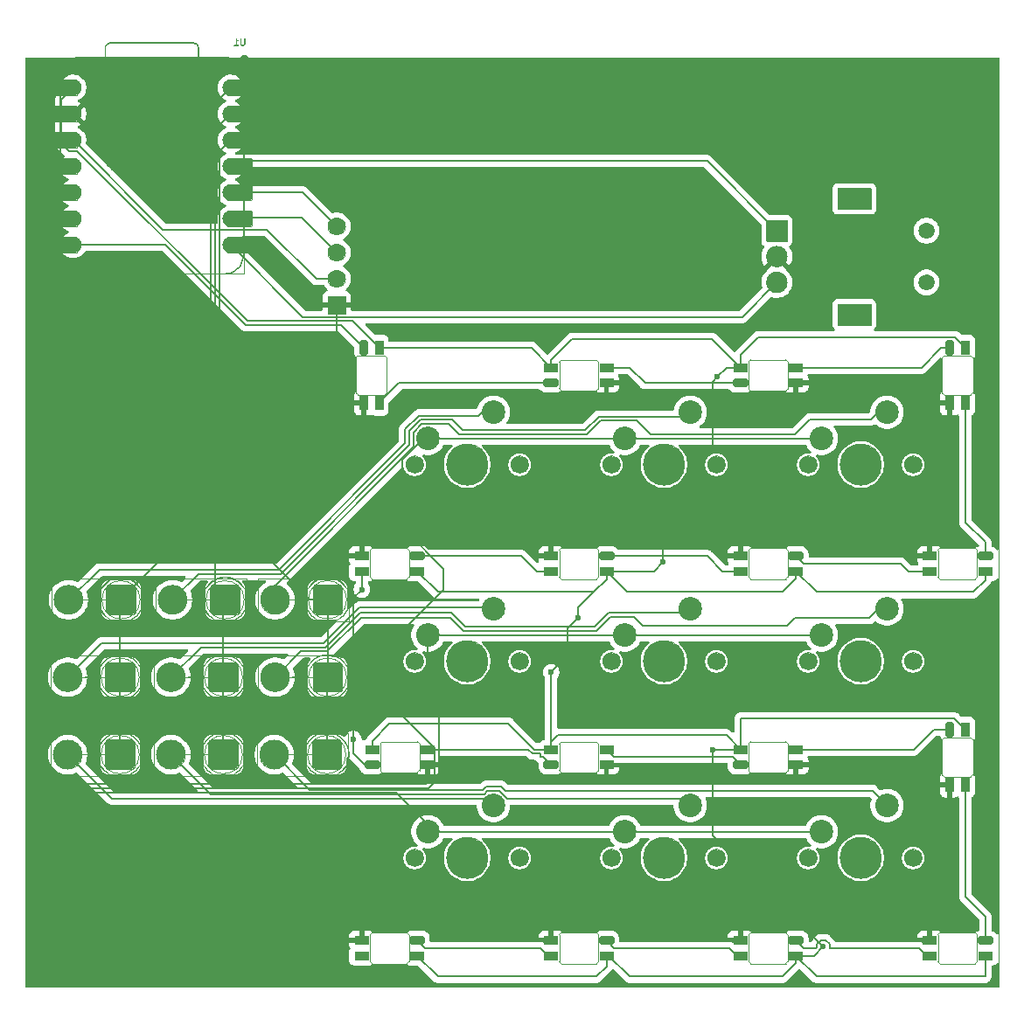
<source format=gm1>
G04 #@! TF.GenerationSoftware,KiCad,Pcbnew,9.0.2*
G04 #@! TF.CreationDate,2025-06-22T22:41:04+03:00*
G04 #@! TF.ProjectId,macropad,6d616372-6f70-4616-942e-6b696361645f,rev?*
G04 #@! TF.SameCoordinates,Original*
G04 #@! TF.FileFunction,Profile,NP*
%FSLAX46Y46*%
G04 Gerber Fmt 4.6, Leading zero omitted, Abs format (unit mm)*
G04 Created by KiCad (PCBNEW 9.0.2) date 2025-06-22 22:41:04*
%MOMM*%
%LPD*%
G01*
G04 APERTURE LIST*
G04 Aperture macros list*
%AMRoundRect*
0 Rectangle with rounded corners*
0 $1 Rounding radius*
0 $2 $3 $4 $5 $6 $7 $8 $9 X,Y pos of 4 corners*
0 Add a 4 corners polygon primitive as box body*
4,1,4,$2,$3,$4,$5,$6,$7,$8,$9,$2,$3,0*
0 Add four circle primitives for the rounded corners*
1,1,$1+$1,$2,$3*
1,1,$1+$1,$4,$5*
1,1,$1+$1,$6,$7*
1,1,$1+$1,$8,$9*
0 Add four rect primitives between the rounded corners*
20,1,$1+$1,$2,$3,$4,$5,0*
20,1,$1+$1,$4,$5,$6,$7,0*
20,1,$1+$1,$6,$7,$8,$9,0*
20,1,$1+$1,$8,$9,$2,$3,0*%
G04 Aperture macros list end*
G04 #@! TA.AperFunction,Profile*
%ADD10C,0.050000*%
G04 #@! TD*
G04 #@! TA.AperFunction,Profile*
%ADD11C,0.120000*%
G04 #@! TD*
G04 #@! TA.AperFunction,ComponentPad*
%ADD12C,2.200000*%
G04 #@! TD*
G04 #@! TA.AperFunction,ComponentPad*
%ADD13R,1.700000X1.700000*%
G04 #@! TD*
G04 #@! TA.AperFunction,ComponentPad*
%ADD14O,1.700000X1.700000*%
G04 #@! TD*
G04 #@! TA.AperFunction,ComponentPad*
%ADD15C,1.500000*%
G04 #@! TD*
G04 #@! TA.AperFunction,ComponentPad*
%ADD16R,2.000000X2.000000*%
G04 #@! TD*
G04 #@! TA.AperFunction,ComponentPad*
%ADD17C,2.000000*%
G04 #@! TD*
G04 #@! TA.AperFunction,ComponentPad*
%ADD18R,3.200000X2.000000*%
G04 #@! TD*
G04 #@! TA.AperFunction,ComponentPad*
%ADD19RoundRect,0.250001X1.149999X1.149999X-1.149999X1.149999X-1.149999X-1.149999X1.149999X-1.149999X0*%
G04 #@! TD*
G04 #@! TA.AperFunction,ComponentPad*
%ADD20C,2.800000*%
G04 #@! TD*
G04 #@! TA.AperFunction,SMDPad,CuDef*
%ADD21RoundRect,0.152400X-1.063600X-0.609600X1.063600X-0.609600X1.063600X0.609600X-1.063600X0.609600X0*%
G04 #@! TD*
G04 #@! TA.AperFunction,ComponentPad*
%ADD22C,1.524000*%
G04 #@! TD*
G04 #@! TA.AperFunction,SMDPad,CuDef*
%ADD23RoundRect,0.152400X1.063600X0.609600X-1.063600X0.609600X-1.063600X-0.609600X1.063600X-0.609600X0*%
G04 #@! TD*
G04 #@! TA.AperFunction,ViaPad*
%ADD24C,0.600000*%
G04 #@! TD*
G04 #@! TA.AperFunction,Conductor*
%ADD25C,0.200000*%
G04 #@! TD*
%ADD26C,1.700000*%
%ADD27C,4.000000*%
%ADD28C,2.200000*%
%ADD29R,1.700000X1.700000*%
%ADD30O,1.700000X1.700000*%
%ADD31C,1.500000*%
%ADD32R,2.000000X2.000000*%
%ADD33C,2.000000*%
%ADD34R,3.200000X2.000000*%
%ADD35RoundRect,0.250001X1.149999X1.149999X-1.149999X1.149999X-1.149999X-1.149999X1.149999X-1.149999X0*%
%ADD36C,2.800000*%
%ADD37RoundRect,0.152400X-1.063600X-0.609600X1.063600X-0.609600X1.063600X0.609600X-1.063600X0.609600X0*%
%ADD38C,1.524000*%
%ADD39RoundRect,0.152400X1.063600X0.609600X-1.063600X0.609600X-1.063600X-0.609600X1.063600X-0.609600X0*%
%ADD40C,0.050000*%
%ADD41C,0.101600*%
%ADD42C,0.100000*%
%ADD43C,0.504000*%
%ADD44C,0.061111*%
%ADD45C,0.047222*%
%ADD46C,0.055556*%
%ADD47C,0.088889*%
%ADD48C,0.077778*%
%ADD49C,0.100000*%
G04 #@! TD*
%ADD50C,0.067556*%
%ADD51C,0.042333*%
G04 #@! TA.AperFunction,SMDPad,CuDef*
%ADD52R,1.450000X0.820000*%
G04 #@! TD*
G04 #@! TA.AperFunction,SMDPad,CuDef*
%ADD53RoundRect,0.205000X-0.520000X-0.205000X0.520000X-0.205000X0.520000X0.205000X-0.520000X0.205000X0*%
G04 #@! TD*
G04 #@! TA.AperFunction,SMDPad,CuDef*
%ADD54RoundRect,0.205000X0.520000X0.205000X-0.520000X0.205000X-0.520000X-0.205000X0.520000X-0.205000X0*%
G04 #@! TD*
G04 #@! TA.AperFunction,SMDPad,CuDef*
%ADD55R,0.820000X1.450000*%
G04 #@! TD*
G04 #@! TA.AperFunction,SMDPad,CuDef*
%ADD56RoundRect,0.205000X0.205000X-0.520000X0.205000X0.520000X-0.205000X0.520000X-0.205000X-0.520000X0*%
G04 #@! TD*
G04 APERTURE END LIST*
D10*
X107750000Y-53000000D02*
X202000000Y-53000000D01*
X202000000Y-143000000D01*
X107750000Y-143000000D01*
X107750000Y-53000000D01*
D11*
G04 #@! TO.C,D24*
X159433333Y-140550000D02*
X159433333Y-137950000D01*
X159633333Y-137750000D02*
X163033333Y-137750000D01*
X163033333Y-140750000D02*
X159633333Y-140750000D01*
X163233333Y-137950000D02*
X163233333Y-140550000D01*
X159433333Y-137950000D02*
G75*
G02*
X159633333Y-137750000I200001J-1D01*
G01*
X159633333Y-140750000D02*
G75*
G02*
X159433333Y-140550000I1J200001D01*
G01*
X163033333Y-137750000D02*
G75*
G02*
X163233333Y-137950000I0J-200000D01*
G01*
X163233333Y-140550000D02*
G75*
G02*
X163033333Y-140750000I-200000J0D01*
G01*
G04 #@! TO.C,D15*
X177766667Y-103300000D02*
X177766667Y-100700000D01*
X177966667Y-100500000D02*
X181366667Y-100500000D01*
X181366667Y-103500000D02*
X177966667Y-103500000D01*
X181566667Y-100700000D02*
X181566667Y-103300000D01*
X177766667Y-100700000D02*
G75*
G02*
X177966667Y-100500000I200001J-1D01*
G01*
X177966667Y-103500000D02*
G75*
G02*
X177766667Y-103300000I1J200001D01*
G01*
X181366667Y-100500000D02*
G75*
G02*
X181566667Y-100700000I0J-200000D01*
G01*
X181566667Y-103300000D02*
G75*
G02*
X181366667Y-103500000I-200000J0D01*
G01*
G04 #@! TO.C,D11*
X159433333Y-85050000D02*
X159433333Y-82450000D01*
X159633333Y-82250000D02*
X163033333Y-82250000D01*
X163033333Y-85250000D02*
X159633333Y-85250000D01*
X163233333Y-82450000D02*
X163233333Y-85050000D01*
X159433333Y-82450000D02*
G75*
G02*
X159633333Y-82250000I200000J0D01*
G01*
X159633333Y-85250000D02*
G75*
G02*
X159433333Y-85050000I0J200000D01*
G01*
X163033333Y-82250000D02*
G75*
G02*
X163233333Y-82450000I-1J-200001D01*
G01*
X163233333Y-85050000D02*
G75*
G02*
X163033333Y-85250000I-200001J1D01*
G01*
G04 #@! TO.C,D25*
X141100000Y-140550000D02*
X141100000Y-137950000D01*
X141300000Y-137750000D02*
X144700000Y-137750000D01*
X144700000Y-140750000D02*
X141300000Y-140750000D01*
X144900000Y-137950000D02*
X144900000Y-140550000D01*
X141100000Y-137950000D02*
G75*
G02*
X141300000Y-137750000I200001J-1D01*
G01*
X141300000Y-140750000D02*
G75*
G02*
X141100000Y-140550000I1J200001D01*
G01*
X144700000Y-137750000D02*
G75*
G02*
X144900000Y-137950000I0J-200000D01*
G01*
X144900000Y-140550000D02*
G75*
G02*
X144700000Y-140750000I-200000J0D01*
G01*
G04 #@! TO.C,D19*
X159433333Y-122050000D02*
X159433333Y-119450000D01*
X159633333Y-119250000D02*
X163033333Y-119250000D01*
X163033333Y-122250000D02*
X159633333Y-122250000D01*
X163233333Y-119450000D02*
X163233333Y-122050000D01*
X159433333Y-119450000D02*
G75*
G02*
X159633333Y-119250000I200000J0D01*
G01*
X159633333Y-122250000D02*
G75*
G02*
X159433333Y-122050000I0J200000D01*
G01*
X163033333Y-119250000D02*
G75*
G02*
X163233333Y-119450000I-1J-200001D01*
G01*
X163233333Y-122050000D02*
G75*
G02*
X163033333Y-122250000I-200001J1D01*
G01*
G04 #@! TO.C,D22*
X196100000Y-140550000D02*
X196100000Y-137950000D01*
X196300000Y-137750000D02*
X199700000Y-137750000D01*
X199700000Y-140750000D02*
X196300000Y-140750000D01*
X199900000Y-137950000D02*
X199900000Y-140550000D01*
X196100000Y-137950000D02*
G75*
G02*
X196300000Y-137750000I200001J-1D01*
G01*
X196300000Y-140750000D02*
G75*
G02*
X196100000Y-140550000I1J200001D01*
G01*
X199700000Y-137750000D02*
G75*
G02*
X199900000Y-137950000I0J-200000D01*
G01*
X199900000Y-140550000D02*
G75*
G02*
X199700000Y-140750000I-200000J0D01*
G01*
G04 #@! TO.C,D20*
X177766667Y-122050000D02*
X177766667Y-119450000D01*
X177966667Y-119250000D02*
X181366667Y-119250000D01*
X181366667Y-122250000D02*
X177966667Y-122250000D01*
X181566667Y-119450000D02*
X181566667Y-122050000D01*
X177766667Y-119450000D02*
G75*
G02*
X177966667Y-119250000I200000J0D01*
G01*
X177966667Y-122250000D02*
G75*
G02*
X177766667Y-122050000I0J200000D01*
G01*
X181366667Y-119250000D02*
G75*
G02*
X181566667Y-119450000I-1J-200001D01*
G01*
X181566667Y-122050000D02*
G75*
G02*
X181366667Y-122250000I-200001J1D01*
G01*
G04 #@! TO.C,D18*
X142100000Y-122050000D02*
X142100000Y-119450000D01*
X142300000Y-119250000D02*
X145700000Y-119250000D01*
X145700000Y-122250000D02*
X142300000Y-122250000D01*
X145900000Y-119450000D02*
X145900000Y-122050000D01*
X142100000Y-119450000D02*
G75*
G02*
X142300000Y-119250000I200000J0D01*
G01*
X142300000Y-122250000D02*
G75*
G02*
X142100000Y-122050000I0J200000D01*
G01*
X145700000Y-119250000D02*
G75*
G02*
X145900000Y-119450000I-1J-200001D01*
G01*
X145900000Y-122050000D02*
G75*
G02*
X145700000Y-122250000I-200001J1D01*
G01*
G04 #@! TO.C,D12*
X177766667Y-85050000D02*
X177766667Y-82450000D01*
X177966667Y-82250000D02*
X181366667Y-82250000D01*
X181366667Y-85250000D02*
X177966667Y-85250000D01*
X181566667Y-82450000D02*
X181566667Y-85050000D01*
X177766667Y-82450000D02*
G75*
G02*
X177966667Y-82250000I200000J0D01*
G01*
X177966667Y-85250000D02*
G75*
G02*
X177766667Y-85050000I0J200000D01*
G01*
X181366667Y-82250000D02*
G75*
G02*
X181566667Y-82450000I-1J-200001D01*
G01*
X181566667Y-85050000D02*
G75*
G02*
X181366667Y-85250000I-200001J1D01*
G01*
G04 #@! TO.C,D10*
X139750000Y-85450000D02*
X139750000Y-82050000D01*
X139950000Y-81850000D02*
X142550000Y-81850000D01*
X142550000Y-85650000D02*
X139950000Y-85650000D01*
X142750000Y-82050000D02*
X142750000Y-85450000D01*
X139750000Y-82050000D02*
G75*
G02*
X139950000Y-81850000I200000J0D01*
G01*
X139950000Y-85650000D02*
G75*
G02*
X139750000Y-85450000I1J200001D01*
G01*
X142550000Y-81850000D02*
G75*
G02*
X142750000Y-82050000I0J-200000D01*
G01*
X142750000Y-85450000D02*
G75*
G02*
X142550000Y-85650000I-200001J1D01*
G01*
G04 #@! TO.C,D23*
X177766667Y-140550000D02*
X177766667Y-137950000D01*
X177966667Y-137750000D02*
X181366667Y-137750000D01*
X181366667Y-140750000D02*
X177966667Y-140750000D01*
X181566667Y-137950000D02*
X181566667Y-140550000D01*
X177766667Y-137950000D02*
G75*
G02*
X177966667Y-137750000I200001J-1D01*
G01*
X177966667Y-140750000D02*
G75*
G02*
X177766667Y-140550000I1J200001D01*
G01*
X181366667Y-137750000D02*
G75*
G02*
X181566667Y-137950000I0J-200000D01*
G01*
X181566667Y-140550000D02*
G75*
G02*
X181366667Y-140750000I-200000J0D01*
G01*
G04 #@! TO.C,D21*
X196500000Y-122450000D02*
X196500000Y-119050000D01*
X196700000Y-118850000D02*
X199300000Y-118850000D01*
X199300000Y-122650000D02*
X196700000Y-122650000D01*
X199500000Y-119050000D02*
X199500000Y-122450000D01*
X196500000Y-119050000D02*
G75*
G02*
X196700000Y-118850000I200000J0D01*
G01*
X196700000Y-122650000D02*
G75*
G02*
X196500000Y-122450000I1J200001D01*
G01*
X199300000Y-118850000D02*
G75*
G02*
X199500000Y-119050000I0J-200000D01*
G01*
X199500000Y-122450000D02*
G75*
G02*
X199300000Y-122650000I-200001J1D01*
G01*
G04 #@! TO.C,D14*
X196100000Y-103300000D02*
X196100000Y-100700000D01*
X196300000Y-100500000D02*
X199700000Y-100500000D01*
X199700000Y-103500000D02*
X196300000Y-103500000D01*
X199900000Y-100700000D02*
X199900000Y-103300000D01*
X196100000Y-100700000D02*
G75*
G02*
X196300000Y-100500000I200001J-1D01*
G01*
X196300000Y-103500000D02*
G75*
G02*
X196100000Y-103300000I1J200001D01*
G01*
X199700000Y-100500000D02*
G75*
G02*
X199900000Y-100700000I0J-200000D01*
G01*
X199900000Y-103300000D02*
G75*
G02*
X199700000Y-103500000I-200000J0D01*
G01*
G04 #@! TO.C,D17*
X141100000Y-103300000D02*
X141100000Y-100700000D01*
X141300000Y-100500000D02*
X144700000Y-100500000D01*
X144700000Y-103500000D02*
X141300000Y-103500000D01*
X144900000Y-100700000D02*
X144900000Y-103300000D01*
X141100000Y-100700000D02*
G75*
G02*
X141300000Y-100500000I200001J-1D01*
G01*
X141300000Y-103500000D02*
G75*
G02*
X141100000Y-103300000I1J200001D01*
G01*
X144700000Y-100500000D02*
G75*
G02*
X144900000Y-100700000I0J-200000D01*
G01*
X144900000Y-103300000D02*
G75*
G02*
X144700000Y-103500000I-200000J0D01*
G01*
G04 #@! TO.C,D16*
X159433333Y-103300000D02*
X159433333Y-100700000D01*
X159633333Y-100500000D02*
X163033333Y-100500000D01*
X163033333Y-103500000D02*
X159633333Y-103500000D01*
X163233333Y-100700000D02*
X163233333Y-103300000D01*
X159433333Y-100700000D02*
G75*
G02*
X159633333Y-100500000I200001J-1D01*
G01*
X159633333Y-103500000D02*
G75*
G02*
X159433333Y-103300000I1J200001D01*
G01*
X163033333Y-100500000D02*
G75*
G02*
X163233333Y-100700000I0J-200000D01*
G01*
X163233333Y-103300000D02*
G75*
G02*
X163033333Y-103500000I-200000J0D01*
G01*
G04 #@! TO.C,D13*
X196500000Y-85450000D02*
X196500000Y-82050000D01*
X196700000Y-81850000D02*
X199300000Y-81850000D01*
X199300000Y-85650000D02*
X196700000Y-85650000D01*
X199500000Y-82050000D02*
X199500000Y-85450000D01*
X196500000Y-82050000D02*
G75*
G02*
X196700000Y-81850000I200000J0D01*
G01*
X196700000Y-85650000D02*
G75*
G02*
X196500000Y-85450000I1J200001D01*
G01*
X199300000Y-81850000D02*
G75*
G02*
X199500000Y-82050000I0J-200000D01*
G01*
X199500000Y-85450000D02*
G75*
G02*
X199300000Y-85650000I-200001J1D01*
G01*
G04 #@! TD*
D12*
G04 #@! TO.P,SW4,1,1*
G04 #@! TO.N,Net-(D4-A)*
X172120000Y-87320000D03*
G04 #@! TO.P,SW4,2,2*
G04 #@! TO.N,COL2*
X165770000Y-89860000D03*
G04 #@! TD*
G04 #@! TO.P,SW1,1,1*
G04 #@! TO.N,Net-(D1-A)*
X153070000Y-87320000D03*
G04 #@! TO.P,SW1,2,2*
G04 #@! TO.N,COL2*
X146720000Y-89860000D03*
G04 #@! TD*
G04 #@! TO.P,SW6,1,1*
G04 #@! TO.N,Net-(D6-A)*
X172120000Y-125420000D03*
G04 #@! TO.P,SW6,2,2*
G04 #@! TO.N,COL0*
X165770000Y-127960000D03*
G04 #@! TD*
G04 #@! TO.P,SW5,1,1*
G04 #@! TO.N,Net-(D5-A)*
X172120000Y-106370000D03*
G04 #@! TO.P,SW5,2,2*
G04 #@! TO.N,COL1*
X165770000Y-108910000D03*
G04 #@! TD*
G04 #@! TO.P,SW2,1,1*
G04 #@! TO.N,Net-(D2-A)*
X153070000Y-106370000D03*
G04 #@! TO.P,SW2,2,2*
G04 #@! TO.N,COL1*
X146720000Y-108910000D03*
G04 #@! TD*
G04 #@! TO.P,SW3,1,1*
G04 #@! TO.N,Net-(D3-A)*
X153070000Y-125420000D03*
G04 #@! TO.P,SW3,2,2*
G04 #@! TO.N,COL0*
X146720000Y-127960000D03*
G04 #@! TD*
G04 #@! TO.P,SW8,1,1*
G04 #@! TO.N,Net-(D8-A)*
X191170000Y-106370000D03*
G04 #@! TO.P,SW8,2,2*
G04 #@! TO.N,COL1*
X184820000Y-108910000D03*
G04 #@! TD*
G04 #@! TO.P,SW7,1,1*
G04 #@! TO.N,Net-(D7-A)*
X191170000Y-87320000D03*
G04 #@! TO.P,SW7,2,2*
G04 #@! TO.N,COL2*
X184820000Y-89860000D03*
G04 #@! TD*
G04 #@! TO.P,SW9,1,1*
G04 #@! TO.N,Net-(D9-A)*
X191170000Y-125420000D03*
G04 #@! TO.P,SW9,2,2*
G04 #@! TO.N,COL0*
X184820000Y-127960000D03*
G04 #@! TD*
D13*
G04 #@! TO.P,OLED1,1,GND*
G04 #@! TO.N,GND*
X137885000Y-76945000D03*
D14*
G04 #@! TO.P,OLED1,2,VCC*
G04 #@! TO.N,VCCQ*
X137885000Y-74405000D03*
G04 #@! TO.P,OLED1,3,SCL*
G04 #@! TO.N,OLED_SCL*
X137885000Y-71865000D03*
G04 #@! TO.P,OLED1,4,SDA*
G04 #@! TO.N,OLED_SDA*
X137885000Y-69325000D03*
G04 #@! TD*
D15*
G04 #@! TO.P,SW10,*
G04 #@! TO.N,*
X195000000Y-69750000D03*
X195000000Y-74750000D03*
D16*
G04 #@! TO.P,SW10,A,A*
G04 #@! TO.N,EC11_A*
X180500000Y-69750000D03*
D17*
G04 #@! TO.P,SW10,B,B*
G04 #@! TO.N,EC11_B*
X180500000Y-74750000D03*
G04 #@! TO.P,SW10,C,C*
G04 #@! TO.N,GND*
X180500000Y-72250000D03*
D18*
G04 #@! TO.P,SW10,MP*
G04 #@! TO.N,N/C*
X188000000Y-66650000D03*
X188000000Y-77850000D03*
G04 #@! TD*
D19*
G04 #@! TO.P,D1,1,K*
G04 #@! TO.N,ROW0*
X117000000Y-105500000D03*
D20*
G04 #@! TO.P,D1,2,A*
G04 #@! TO.N,Net-(D1-A)*
X111920000Y-105500000D03*
G04 #@! TD*
D19*
G04 #@! TO.P,D8,1,K*
G04 #@! TO.N,ROW2*
X137000000Y-113000000D03*
D20*
G04 #@! TO.P,D8,2,A*
G04 #@! TO.N,Net-(D8-A)*
X131920000Y-113000000D03*
G04 #@! TD*
D19*
G04 #@! TO.P,D9,1,K*
G04 #@! TO.N,ROW2*
X136920000Y-120500000D03*
D20*
G04 #@! TO.P,D9,2,A*
G04 #@! TO.N,Net-(D9-A)*
X131840000Y-120500000D03*
G04 #@! TD*
D19*
G04 #@! TO.P,D7,1,K*
G04 #@! TO.N,ROW2*
X137000000Y-105500000D03*
D20*
G04 #@! TO.P,D7,2,A*
G04 #@! TO.N,Net-(D7-A)*
X131920000Y-105500000D03*
G04 #@! TD*
D19*
G04 #@! TO.P,D5,1,K*
G04 #@! TO.N,ROW1*
X126920000Y-113000000D03*
D20*
G04 #@! TO.P,D5,2,A*
G04 #@! TO.N,Net-(D5-A)*
X121840000Y-113000000D03*
G04 #@! TD*
D19*
G04 #@! TO.P,D6,1,K*
G04 #@! TO.N,ROW1*
X126920000Y-120500000D03*
D20*
G04 #@! TO.P,D6,2,A*
G04 #@! TO.N,Net-(D6-A)*
X121840000Y-120500000D03*
G04 #@! TD*
D21*
G04 #@! TO.P,U1,1,GPIO26/ADC0/A0*
G04 #@! TO.N,ROW0*
X128455000Y-55880000D03*
D22*
X127620000Y-55880000D03*
D21*
G04 #@! TO.P,U1,2,GPIO27/ADC1/A1*
G04 #@! TO.N,ROW1*
X128455000Y-58420000D03*
D22*
X127620000Y-58420000D03*
D21*
G04 #@! TO.P,U1,3,GPIO28/ADC2/A2*
G04 #@! TO.N,ROW2*
X128455000Y-60960000D03*
D22*
X127620000Y-60960000D03*
D21*
G04 #@! TO.P,U1,4,GPIO29/ADC3/A3*
G04 #@! TO.N,EC11_A*
X128455000Y-63500000D03*
D22*
X127620000Y-63500000D03*
D21*
G04 #@! TO.P,U1,5,GPIO6/SDA*
G04 #@! TO.N,OLED_SDA*
X128455000Y-66040000D03*
D22*
X127620000Y-66040000D03*
D21*
G04 #@! TO.P,U1,6,GPIO7/SCL*
G04 #@! TO.N,OLED_SCL*
X128455000Y-68580000D03*
D22*
X127620000Y-68580000D03*
D21*
G04 #@! TO.P,U1,7,GPIO0/TX*
G04 #@! TO.N,EC11_B*
X128455000Y-71120000D03*
D22*
X127620000Y-71120000D03*
G04 #@! TO.P,U1,8,GPIO1/RX*
G04 #@! TO.N,LED_CNTRL*
X112380000Y-71120000D03*
D23*
X111545000Y-71120000D03*
D22*
G04 #@! TO.P,U1,9,GPIO2/SCK*
G04 #@! TO.N,COL2*
X112380000Y-68580000D03*
D23*
X111545000Y-68580000D03*
D22*
G04 #@! TO.P,U1,10,GPIO4/MISO*
G04 #@! TO.N,COL1*
X112380000Y-66040000D03*
D23*
X111545000Y-66040000D03*
D22*
G04 #@! TO.P,U1,11,GPIO3/MOSI*
G04 #@! TO.N,COL0*
X112380000Y-63500000D03*
D23*
X111545000Y-63500000D03*
D22*
G04 #@! TO.P,U1,12,3V3*
G04 #@! TO.N,VCCQ*
X112380000Y-60960000D03*
D23*
X111545000Y-60960000D03*
D22*
G04 #@! TO.P,U1,13,GND*
G04 #@! TO.N,GND*
X112380000Y-58420000D03*
D23*
X111545000Y-58420000D03*
D22*
G04 #@! TO.P,U1,14,VBUS*
G04 #@! TO.N,VCC*
X112380000Y-55880000D03*
D23*
X111545000Y-55880000D03*
G04 #@! TD*
D19*
G04 #@! TO.P,D3,1,K*
G04 #@! TO.N,ROW0*
X116920000Y-120500000D03*
D20*
G04 #@! TO.P,D3,2,A*
G04 #@! TO.N,Net-(D3-A)*
X111840000Y-120500000D03*
G04 #@! TD*
D19*
G04 #@! TO.P,D2,1,K*
G04 #@! TO.N,ROW0*
X116920000Y-113000000D03*
D20*
G04 #@! TO.P,D2,2,A*
G04 #@! TO.N,Net-(D2-A)*
X111840000Y-113000000D03*
G04 #@! TD*
D19*
G04 #@! TO.P,D4,1,K*
G04 #@! TO.N,ROW1*
X127080000Y-105500000D03*
D20*
G04 #@! TO.P,D4,2,A*
G04 #@! TO.N,Net-(D4-A)*
X122000000Y-105500000D03*
G04 #@! TD*
D24*
G04 #@! TO.N,GND*
X138000000Y-85250000D03*
G04 #@! TO.N,VCC*
X161250000Y-107250000D03*
X169500000Y-101850000D03*
X174250000Y-120000000D03*
X158658333Y-112500000D03*
X174750000Y-83900000D03*
X185000000Y-139100000D03*
G04 #@! TO.N,Net-(D17-DOUT)*
X140325000Y-104500000D03*
X139500000Y-119000000D03*
G04 #@! TD*
D25*
G04 #@! TO.N,GND*
X138000000Y-85250000D02*
X137885000Y-85135000D01*
X137885000Y-85135000D02*
X137885000Y-76945000D01*
G04 #@! TO.N,VCC*
X158658333Y-112500000D02*
X160250000Y-110908333D01*
X169500000Y-95861530D02*
X174250000Y-91111530D01*
X169500000Y-101850000D02*
X169500000Y-95861530D01*
X174250000Y-84400000D02*
X174750000Y-83900000D01*
X174250000Y-128350000D02*
X174250000Y-120000000D01*
X185000000Y-139100000D02*
X174250000Y-128350000D01*
X174250000Y-91111530D02*
X174250000Y-84400000D01*
X160250000Y-108250000D02*
X161250000Y-107250000D01*
X160250000Y-110908333D02*
X160250000Y-108250000D01*
G04 #@! TO.N,ROW0*
X116920000Y-120500000D02*
X116920000Y-113000000D01*
X117000000Y-105500000D02*
X125698000Y-96802000D01*
X125698000Y-96802000D02*
X125698000Y-57802000D01*
X116920000Y-113000000D02*
X116920000Y-105580000D01*
X125698000Y-57802000D02*
X127620000Y-55880000D01*
G04 #@! TO.N,COL1*
X147809119Y-122690881D02*
X146750000Y-123750000D01*
X146651000Y-111947470D02*
X147809119Y-113105589D01*
X109879169Y-123750000D02*
X109401000Y-123271831D01*
X146651000Y-108979000D02*
X146651000Y-111947470D01*
X109401000Y-123271831D02*
X109401000Y-68405374D01*
X109401000Y-68405374D02*
X111766374Y-66040000D01*
X146750000Y-123750000D02*
X109879169Y-123750000D01*
X147809119Y-113105589D02*
X147809119Y-122690881D01*
G04 #@! TO.N,ROW2*
X126500000Y-62080000D02*
X127620000Y-60960000D01*
X137000000Y-105500000D02*
X135250000Y-105500000D01*
X126500000Y-96750000D02*
X126500000Y-62080000D01*
X135250000Y-105500000D02*
X126500000Y-96750000D01*
X137000000Y-113000000D02*
X137000000Y-105500000D01*
X136920000Y-120500000D02*
X136920000Y-113080000D01*
G04 #@! TO.N,COL2*
X146291530Y-89860000D02*
X144216450Y-91935080D01*
X109802000Y-123105731D02*
X109802000Y-70544374D01*
X148250000Y-102500000D02*
X148250000Y-104500000D01*
X148216450Y-104500000D02*
X144216450Y-108500000D01*
X144216450Y-91935080D02*
X144216450Y-98466450D01*
X110045269Y-123349000D02*
X109802000Y-123105731D01*
X144216450Y-108500000D02*
X144216450Y-116716450D01*
X147408119Y-119908119D02*
X147408119Y-122500000D01*
X144216450Y-116716450D02*
X147408119Y-119908119D01*
X146559119Y-123349000D02*
X110045269Y-123349000D01*
X147408119Y-122500000D02*
X146559119Y-123349000D01*
X144216450Y-98466450D02*
X148250000Y-102500000D01*
X109802000Y-70544374D02*
X111766374Y-68580000D01*
X148250000Y-104500000D02*
X148216450Y-104500000D01*
G04 #@! TO.N,COL0*
X109000000Y-65802370D02*
X111302370Y-63500000D01*
X109713069Y-124151000D02*
X109000000Y-123437931D01*
X146720000Y-127220000D02*
X143651000Y-124151000D01*
X109000000Y-123437931D02*
X109000000Y-65802370D01*
X143651000Y-124151000D02*
X109713069Y-124151000D01*
G04 #@! TO.N,ROW1*
X126099000Y-104519000D02*
X126099000Y-59941000D01*
X126099000Y-59941000D02*
X127620000Y-58420000D01*
X126920000Y-120500000D02*
X126920000Y-113000000D01*
X126920000Y-113000000D02*
X126920000Y-105660000D01*
G04 #@! TO.N,Net-(D17-DOUT)*
X140325000Y-104500000D02*
X139500000Y-105325000D01*
X139500000Y-105325000D02*
X139500000Y-119000000D01*
G04 #@! TD*
D26*
G04 #@! TO.C,SW4*
X164500000Y-92400000D03*
D27*
X169580000Y-92400000D03*
D26*
X174660000Y-92400000D03*
D28*
X172120000Y-87320000D03*
X165770000Y-89860000D03*
G04 #@! TD*
D26*
G04 #@! TO.C,SW1*
X145450000Y-92400000D03*
D27*
X150530000Y-92400000D03*
D26*
X155610000Y-92400000D03*
D28*
X153070000Y-87320000D03*
X146720000Y-89860000D03*
G04 #@! TD*
D26*
G04 #@! TO.C,SW6*
X164500000Y-130500000D03*
D27*
X169580000Y-130500000D03*
D26*
X174660000Y-130500000D03*
D28*
X172120000Y-125420000D03*
X165770000Y-127960000D03*
G04 #@! TD*
D26*
G04 #@! TO.C,SW5*
X164500000Y-111450000D03*
D27*
X169580000Y-111450000D03*
D26*
X174660000Y-111450000D03*
D28*
X172120000Y-106370000D03*
X165770000Y-108910000D03*
G04 #@! TD*
D26*
G04 #@! TO.C,SW2*
X145450000Y-111450000D03*
D27*
X150530000Y-111450000D03*
D26*
X155610000Y-111450000D03*
D28*
X153070000Y-106370000D03*
X146720000Y-108910000D03*
G04 #@! TD*
D26*
G04 #@! TO.C,SW3*
X145450000Y-130500000D03*
D27*
X150530000Y-130500000D03*
D26*
X155610000Y-130500000D03*
D28*
X153070000Y-125420000D03*
X146720000Y-127960000D03*
G04 #@! TD*
D26*
G04 #@! TO.C,SW8*
X183550000Y-111450000D03*
D27*
X188630000Y-111450000D03*
D26*
X193710000Y-111450000D03*
D28*
X191170000Y-106370000D03*
X184820000Y-108910000D03*
G04 #@! TD*
D26*
G04 #@! TO.C,SW7*
X183550000Y-92400000D03*
D27*
X188630000Y-92400000D03*
D26*
X193710000Y-92400000D03*
D28*
X191170000Y-87320000D03*
X184820000Y-89860000D03*
G04 #@! TD*
D26*
G04 #@! TO.C,SW9*
X183550000Y-130500000D03*
D27*
X188630000Y-130500000D03*
D26*
X193710000Y-130500000D03*
D28*
X191170000Y-125420000D03*
X184820000Y-127960000D03*
G04 #@! TD*
D29*
G04 #@! TO.C,OLED1*
X137885000Y-76945000D03*
D30*
X137885000Y-74405000D03*
X137885000Y-71865000D03*
X137885000Y-69325000D03*
G04 #@! TD*
D31*
G04 #@! TO.C,SW10*
X195000000Y-69750000D03*
X195000000Y-74750000D03*
D32*
X180500000Y-69750000D03*
D33*
X180500000Y-74750000D03*
X180500000Y-72250000D03*
D34*
X188000000Y-66650000D03*
X188000000Y-77850000D03*
G04 #@! TD*
D35*
G04 #@! TO.C,D1*
X117000000Y-105500000D03*
D36*
X111920000Y-105500000D03*
G04 #@! TD*
D35*
G04 #@! TO.C,D8*
X137000000Y-113000000D03*
D36*
X131920000Y-113000000D03*
G04 #@! TD*
D35*
G04 #@! TO.C,D9*
X136920000Y-120500000D03*
D36*
X131840000Y-120500000D03*
G04 #@! TD*
D35*
G04 #@! TO.C,D7*
X137000000Y-105500000D03*
D36*
X131920000Y-105500000D03*
G04 #@! TD*
D35*
G04 #@! TO.C,D5*
X126920000Y-113000000D03*
D36*
X121840000Y-113000000D03*
G04 #@! TD*
D35*
G04 #@! TO.C,D6*
X126920000Y-120500000D03*
D36*
X121840000Y-120500000D03*
G04 #@! TD*
D37*
G04 #@! TO.C,U1*
X128455000Y-55880000D03*
D38*
X127620000Y-55880000D03*
D37*
X128455000Y-58420000D03*
D38*
X127620000Y-58420000D03*
D37*
X128455000Y-60960000D03*
D38*
X127620000Y-60960000D03*
D37*
X128455000Y-63500000D03*
D38*
X127620000Y-63500000D03*
D37*
X128455000Y-66040000D03*
D38*
X127620000Y-66040000D03*
D37*
X128455000Y-68580000D03*
D38*
X127620000Y-68580000D03*
D37*
X128455000Y-71120000D03*
D38*
X127620000Y-71120000D03*
X112380000Y-71120000D03*
D39*
X111545000Y-71120000D03*
D38*
X112380000Y-68580000D03*
D39*
X111545000Y-68580000D03*
D38*
X112380000Y-66040000D03*
D39*
X111545000Y-66040000D03*
D38*
X112380000Y-63500000D03*
D39*
X111545000Y-63500000D03*
D38*
X112380000Y-60960000D03*
D39*
X111545000Y-60960000D03*
D38*
X112380000Y-58420000D03*
D39*
X111545000Y-58420000D03*
D38*
X112380000Y-55880000D03*
D39*
X111545000Y-55880000D03*
G04 #@! TD*
D35*
G04 #@! TO.C,D3*
X116920000Y-120500000D03*
D36*
X111840000Y-120500000D03*
G04 #@! TD*
D35*
G04 #@! TO.C,D2*
X116920000Y-113000000D03*
D36*
X111840000Y-113000000D03*
G04 #@! TD*
D35*
G04 #@! TO.C,D4*
X127080000Y-105500000D03*
D36*
X122000000Y-105500000D03*
G04 #@! TD*
G36*
X117356007Y-118308044D02*
G01*
X117638385Y-118383707D01*
X117908471Y-118495580D01*
X118161643Y-118641749D01*
X118393571Y-118819714D01*
X118600286Y-119026429D01*
X118778251Y-119258357D01*
X118924420Y-119511529D01*
X119036293Y-119781615D01*
X119111956Y-120063993D01*
X119150114Y-120353831D01*
X119150114Y-120646169D01*
X119111956Y-120936007D01*
X119036293Y-121218385D01*
X118924420Y-121488471D01*
X118778251Y-121741643D01*
X118600286Y-121973571D01*
X118393571Y-122180286D01*
X118161643Y-122358251D01*
X117908471Y-122504420D01*
X117638385Y-122616293D01*
X117356007Y-122691956D01*
X117066169Y-122730114D01*
X116773831Y-122730114D01*
X116483993Y-122691956D01*
X116201615Y-122616293D01*
X115931529Y-122504420D01*
X115678357Y-122358251D01*
X115446429Y-122180286D01*
X115239714Y-121973571D01*
X115061749Y-121741643D01*
X114915580Y-121488471D01*
X114803707Y-121218385D01*
X114728044Y-120936007D01*
X114689886Y-120646169D01*
X114689886Y-120560000D01*
X113540000Y-120560000D01*
X113517039Y-120555433D01*
X113484567Y-120522961D01*
X113484567Y-120477039D01*
X113517039Y-120444567D01*
X113540000Y-120440000D01*
X114689886Y-120440000D01*
X114689886Y-120361679D01*
X114809629Y-120361679D01*
X114809629Y-120638321D01*
X114845738Y-120912596D01*
X114917338Y-121179812D01*
X115023205Y-121435396D01*
X115161526Y-121674975D01*
X115329935Y-121894450D01*
X115525550Y-122090065D01*
X115745025Y-122258474D01*
X115984604Y-122396795D01*
X116240188Y-122502662D01*
X116507404Y-122574262D01*
X116781679Y-122610371D01*
X117058321Y-122610371D01*
X117332596Y-122574262D01*
X117599812Y-122502662D01*
X117855396Y-122396795D01*
X118094975Y-122258474D01*
X118314450Y-122090065D01*
X118510065Y-121894450D01*
X118678474Y-121674975D01*
X118816795Y-121435396D01*
X118922662Y-121179812D01*
X118994262Y-120912596D01*
X119030371Y-120638321D01*
X119030371Y-120361679D01*
X118994262Y-120087404D01*
X118922662Y-119820188D01*
X118816795Y-119564604D01*
X118678474Y-119325025D01*
X118510065Y-119105550D01*
X118314450Y-118909935D01*
X118094975Y-118741526D01*
X117855396Y-118603205D01*
X117599812Y-118497338D01*
X117332596Y-118425738D01*
X117058321Y-118389629D01*
X116781679Y-118389629D01*
X116507404Y-118425738D01*
X116240188Y-118497338D01*
X115984604Y-118603205D01*
X115745025Y-118741526D01*
X115525550Y-118909935D01*
X115329935Y-119105550D01*
X115161526Y-119325025D01*
X115023205Y-119564604D01*
X114917338Y-119820188D01*
X114845738Y-120087404D01*
X114809629Y-120361679D01*
X114689886Y-120361679D01*
X114689886Y-120353831D01*
X114728044Y-120063993D01*
X114803707Y-119781615D01*
X114915580Y-119511529D01*
X115061749Y-119258357D01*
X115239714Y-119026429D01*
X115446429Y-118819714D01*
X115678357Y-118641749D01*
X115931529Y-118495580D01*
X116201615Y-118383707D01*
X116483993Y-118308044D01*
X116773831Y-118269886D01*
X117066169Y-118269886D01*
X117356007Y-118308044D01*
G37*
G36*
X127356007Y-118308044D02*
G01*
X127638385Y-118383707D01*
X127908471Y-118495580D01*
X128161643Y-118641749D01*
X128393571Y-118819714D01*
X128600286Y-119026429D01*
X128778251Y-119258357D01*
X128924420Y-119511529D01*
X129036293Y-119781615D01*
X129111956Y-120063993D01*
X129150114Y-120353831D01*
X129150114Y-120646169D01*
X129111956Y-120936007D01*
X129036293Y-121218385D01*
X128924420Y-121488471D01*
X128778251Y-121741643D01*
X128600286Y-121973571D01*
X128393571Y-122180286D01*
X128161643Y-122358251D01*
X127908471Y-122504420D01*
X127638385Y-122616293D01*
X127356007Y-122691956D01*
X127066169Y-122730114D01*
X126773831Y-122730114D01*
X126483993Y-122691956D01*
X126201615Y-122616293D01*
X125931529Y-122504420D01*
X125678357Y-122358251D01*
X125446429Y-122180286D01*
X125239714Y-121973571D01*
X125061749Y-121741643D01*
X124915580Y-121488471D01*
X124803707Y-121218385D01*
X124728044Y-120936007D01*
X124689886Y-120646169D01*
X124689886Y-120560000D01*
X123540000Y-120560000D01*
X123517039Y-120555433D01*
X123484567Y-120522961D01*
X123484567Y-120477039D01*
X123517039Y-120444567D01*
X123540000Y-120440000D01*
X124689886Y-120440000D01*
X124689886Y-120361679D01*
X124809629Y-120361679D01*
X124809629Y-120638321D01*
X124845738Y-120912596D01*
X124917338Y-121179812D01*
X125023205Y-121435396D01*
X125161526Y-121674975D01*
X125329935Y-121894450D01*
X125525550Y-122090065D01*
X125745025Y-122258474D01*
X125984604Y-122396795D01*
X126240188Y-122502662D01*
X126507404Y-122574262D01*
X126781679Y-122610371D01*
X127058321Y-122610371D01*
X127332596Y-122574262D01*
X127599812Y-122502662D01*
X127855396Y-122396795D01*
X128094975Y-122258474D01*
X128314450Y-122090065D01*
X128510065Y-121894450D01*
X128678474Y-121674975D01*
X128816795Y-121435396D01*
X128922662Y-121179812D01*
X128994262Y-120912596D01*
X129030371Y-120638321D01*
X129030371Y-120361679D01*
X128994262Y-120087404D01*
X128922662Y-119820188D01*
X128816795Y-119564604D01*
X128678474Y-119325025D01*
X128510065Y-119105550D01*
X128314450Y-118909935D01*
X128094975Y-118741526D01*
X127855396Y-118603205D01*
X127599812Y-118497338D01*
X127332596Y-118425738D01*
X127058321Y-118389629D01*
X126781679Y-118389629D01*
X126507404Y-118425738D01*
X126240188Y-118497338D01*
X125984604Y-118603205D01*
X125745025Y-118741526D01*
X125525550Y-118909935D01*
X125329935Y-119105550D01*
X125161526Y-119325025D01*
X125023205Y-119564604D01*
X124917338Y-119820188D01*
X124845738Y-120087404D01*
X124809629Y-120361679D01*
X124689886Y-120361679D01*
X124689886Y-120353831D01*
X124728044Y-120063993D01*
X124803707Y-119781615D01*
X124915580Y-119511529D01*
X125061749Y-119258357D01*
X125239714Y-119026429D01*
X125446429Y-118819714D01*
X125678357Y-118641749D01*
X125931529Y-118495580D01*
X126201615Y-118383707D01*
X126483993Y-118308044D01*
X126773831Y-118269886D01*
X127066169Y-118269886D01*
X127356007Y-118308044D01*
G37*
G36*
X137356007Y-118308044D02*
G01*
X137638385Y-118383707D01*
X137908471Y-118495580D01*
X138161643Y-118641749D01*
X138393571Y-118819714D01*
X138600286Y-119026429D01*
X138778251Y-119258357D01*
X138924420Y-119511529D01*
X139036293Y-119781615D01*
X139111956Y-120063993D01*
X139150114Y-120353831D01*
X139150114Y-120646169D01*
X139111956Y-120936007D01*
X139036293Y-121218385D01*
X138924420Y-121488471D01*
X138778251Y-121741643D01*
X138600286Y-121973571D01*
X138393571Y-122180286D01*
X138161643Y-122358251D01*
X137908471Y-122504420D01*
X137638385Y-122616293D01*
X137356007Y-122691956D01*
X137066169Y-122730114D01*
X136773831Y-122730114D01*
X136483993Y-122691956D01*
X136201615Y-122616293D01*
X135931529Y-122504420D01*
X135678357Y-122358251D01*
X135446429Y-122180286D01*
X135239714Y-121973571D01*
X135061749Y-121741643D01*
X134915580Y-121488471D01*
X134803707Y-121218385D01*
X134728044Y-120936007D01*
X134689886Y-120646169D01*
X134689886Y-120560000D01*
X133540000Y-120560000D01*
X133517039Y-120555433D01*
X133484567Y-120522961D01*
X133484567Y-120477039D01*
X133517039Y-120444567D01*
X133540000Y-120440000D01*
X134689886Y-120440000D01*
X134689886Y-120361679D01*
X134809629Y-120361679D01*
X134809629Y-120638321D01*
X134845738Y-120912596D01*
X134917338Y-121179812D01*
X135023205Y-121435396D01*
X135161526Y-121674975D01*
X135329935Y-121894450D01*
X135525550Y-122090065D01*
X135745025Y-122258474D01*
X135984604Y-122396795D01*
X136240188Y-122502662D01*
X136507404Y-122574262D01*
X136781679Y-122610371D01*
X137058321Y-122610371D01*
X137332596Y-122574262D01*
X137599812Y-122502662D01*
X137855396Y-122396795D01*
X138094975Y-122258474D01*
X138314450Y-122090065D01*
X138510065Y-121894450D01*
X138678474Y-121674975D01*
X138816795Y-121435396D01*
X138922662Y-121179812D01*
X138994262Y-120912596D01*
X139030371Y-120638321D01*
X139030371Y-120361679D01*
X138994262Y-120087404D01*
X138922662Y-119820188D01*
X138816795Y-119564604D01*
X138678474Y-119325025D01*
X138510065Y-119105550D01*
X138314450Y-118909935D01*
X138094975Y-118741526D01*
X137855396Y-118603205D01*
X137599812Y-118497338D01*
X137332596Y-118425738D01*
X137058321Y-118389629D01*
X136781679Y-118389629D01*
X136507404Y-118425738D01*
X136240188Y-118497338D01*
X135984604Y-118603205D01*
X135745025Y-118741526D01*
X135525550Y-118909935D01*
X135329935Y-119105550D01*
X135161526Y-119325025D01*
X135023205Y-119564604D01*
X134917338Y-119820188D01*
X134845738Y-120087404D01*
X134809629Y-120361679D01*
X134689886Y-120361679D01*
X134689886Y-120353831D01*
X134728044Y-120063993D01*
X134803707Y-119781615D01*
X134915580Y-119511529D01*
X135061749Y-119258357D01*
X135239714Y-119026429D01*
X135446429Y-118819714D01*
X135678357Y-118641749D01*
X135931529Y-118495580D01*
X136201615Y-118383707D01*
X136483993Y-118308044D01*
X136773831Y-118269886D01*
X137066169Y-118269886D01*
X137356007Y-118308044D01*
G37*
G36*
X117356007Y-110808044D02*
G01*
X117638385Y-110883707D01*
X117908471Y-110995580D01*
X118161643Y-111141749D01*
X118393571Y-111319714D01*
X118600286Y-111526429D01*
X118778251Y-111758357D01*
X118924420Y-112011529D01*
X119036293Y-112281615D01*
X119111956Y-112563993D01*
X119150114Y-112853831D01*
X119150114Y-113146169D01*
X119111956Y-113436007D01*
X119036293Y-113718385D01*
X118924420Y-113988471D01*
X118778251Y-114241643D01*
X118600286Y-114473571D01*
X118393571Y-114680286D01*
X118161643Y-114858251D01*
X117908471Y-115004420D01*
X117638385Y-115116293D01*
X117356007Y-115191956D01*
X117066169Y-115230114D01*
X116773831Y-115230114D01*
X116483993Y-115191956D01*
X116201615Y-115116293D01*
X115931529Y-115004420D01*
X115678357Y-114858251D01*
X115446429Y-114680286D01*
X115239714Y-114473571D01*
X115061749Y-114241643D01*
X114915580Y-113988471D01*
X114803707Y-113718385D01*
X114728044Y-113436007D01*
X114689886Y-113146169D01*
X114689886Y-113060000D01*
X113540000Y-113060000D01*
X113517039Y-113055433D01*
X113484567Y-113022961D01*
X113484567Y-112977039D01*
X113517039Y-112944567D01*
X113540000Y-112940000D01*
X114689886Y-112940000D01*
X114689886Y-112861679D01*
X114809629Y-112861679D01*
X114809629Y-113138321D01*
X114845738Y-113412596D01*
X114917338Y-113679812D01*
X115023205Y-113935396D01*
X115161526Y-114174975D01*
X115329935Y-114394450D01*
X115525550Y-114590065D01*
X115745025Y-114758474D01*
X115984604Y-114896795D01*
X116240188Y-115002662D01*
X116507404Y-115074262D01*
X116781679Y-115110371D01*
X117058321Y-115110371D01*
X117332596Y-115074262D01*
X117599812Y-115002662D01*
X117855396Y-114896795D01*
X118094975Y-114758474D01*
X118314450Y-114590065D01*
X118510065Y-114394450D01*
X118678474Y-114174975D01*
X118816795Y-113935396D01*
X118922662Y-113679812D01*
X118994262Y-113412596D01*
X119030371Y-113138321D01*
X119030371Y-112861679D01*
X118994262Y-112587404D01*
X118922662Y-112320188D01*
X118816795Y-112064604D01*
X118678474Y-111825025D01*
X118510065Y-111605550D01*
X118314450Y-111409935D01*
X118094975Y-111241526D01*
X117855396Y-111103205D01*
X117599812Y-110997338D01*
X117332596Y-110925738D01*
X117058321Y-110889629D01*
X116781679Y-110889629D01*
X116507404Y-110925738D01*
X116240188Y-110997338D01*
X115984604Y-111103205D01*
X115745025Y-111241526D01*
X115525550Y-111409935D01*
X115329935Y-111605550D01*
X115161526Y-111825025D01*
X115023205Y-112064604D01*
X114917338Y-112320188D01*
X114845738Y-112587404D01*
X114809629Y-112861679D01*
X114689886Y-112861679D01*
X114689886Y-112853831D01*
X114728044Y-112563993D01*
X114803707Y-112281615D01*
X114915580Y-112011529D01*
X115061749Y-111758357D01*
X115239714Y-111526429D01*
X115446429Y-111319714D01*
X115678357Y-111141749D01*
X115931529Y-110995580D01*
X116201615Y-110883707D01*
X116483993Y-110808044D01*
X116773831Y-110769886D01*
X117066169Y-110769886D01*
X117356007Y-110808044D01*
G37*
G36*
X127356007Y-110808044D02*
G01*
X127638385Y-110883707D01*
X127908471Y-110995580D01*
X128161643Y-111141749D01*
X128393571Y-111319714D01*
X128600286Y-111526429D01*
X128778251Y-111758357D01*
X128924420Y-112011529D01*
X129036293Y-112281615D01*
X129111956Y-112563993D01*
X129150114Y-112853831D01*
X129150114Y-113146169D01*
X129111956Y-113436007D01*
X129036293Y-113718385D01*
X128924420Y-113988471D01*
X128778251Y-114241643D01*
X128600286Y-114473571D01*
X128393571Y-114680286D01*
X128161643Y-114858251D01*
X127908471Y-115004420D01*
X127638385Y-115116293D01*
X127356007Y-115191956D01*
X127066169Y-115230114D01*
X126773831Y-115230114D01*
X126483993Y-115191956D01*
X126201615Y-115116293D01*
X125931529Y-115004420D01*
X125678357Y-114858251D01*
X125446429Y-114680286D01*
X125239714Y-114473571D01*
X125061749Y-114241643D01*
X124915580Y-113988471D01*
X124803707Y-113718385D01*
X124728044Y-113436007D01*
X124689886Y-113146169D01*
X124689886Y-113060000D01*
X123540000Y-113060000D01*
X123517039Y-113055433D01*
X123484567Y-113022961D01*
X123484567Y-112977039D01*
X123517039Y-112944567D01*
X123540000Y-112940000D01*
X124689886Y-112940000D01*
X124689886Y-112861679D01*
X124809629Y-112861679D01*
X124809629Y-113138321D01*
X124845738Y-113412596D01*
X124917338Y-113679812D01*
X125023205Y-113935396D01*
X125161526Y-114174975D01*
X125329935Y-114394450D01*
X125525550Y-114590065D01*
X125745025Y-114758474D01*
X125984604Y-114896795D01*
X126240188Y-115002662D01*
X126507404Y-115074262D01*
X126781679Y-115110371D01*
X127058321Y-115110371D01*
X127332596Y-115074262D01*
X127599812Y-115002662D01*
X127855396Y-114896795D01*
X128094975Y-114758474D01*
X128314450Y-114590065D01*
X128510065Y-114394450D01*
X128678474Y-114174975D01*
X128816795Y-113935396D01*
X128922662Y-113679812D01*
X128994262Y-113412596D01*
X129030371Y-113138321D01*
X129030371Y-112861679D01*
X128994262Y-112587404D01*
X128922662Y-112320188D01*
X128816795Y-112064604D01*
X128678474Y-111825025D01*
X128510065Y-111605550D01*
X128314450Y-111409935D01*
X128094975Y-111241526D01*
X127855396Y-111103205D01*
X127599812Y-110997338D01*
X127332596Y-110925738D01*
X127058321Y-110889629D01*
X126781679Y-110889629D01*
X126507404Y-110925738D01*
X126240188Y-110997338D01*
X125984604Y-111103205D01*
X125745025Y-111241526D01*
X125525550Y-111409935D01*
X125329935Y-111605550D01*
X125161526Y-111825025D01*
X125023205Y-112064604D01*
X124917338Y-112320188D01*
X124845738Y-112587404D01*
X124809629Y-112861679D01*
X124689886Y-112861679D01*
X124689886Y-112853831D01*
X124728044Y-112563993D01*
X124803707Y-112281615D01*
X124915580Y-112011529D01*
X125061749Y-111758357D01*
X125239714Y-111526429D01*
X125446429Y-111319714D01*
X125678357Y-111141749D01*
X125931529Y-110995580D01*
X126201615Y-110883707D01*
X126483993Y-110808044D01*
X126773831Y-110769886D01*
X127066169Y-110769886D01*
X127356007Y-110808044D01*
G37*
G36*
X137436007Y-110808044D02*
G01*
X137718385Y-110883707D01*
X137988471Y-110995580D01*
X138241643Y-111141749D01*
X138473571Y-111319714D01*
X138680286Y-111526429D01*
X138858251Y-111758357D01*
X139004420Y-112011529D01*
X139116293Y-112281615D01*
X139191956Y-112563993D01*
X139230114Y-112853831D01*
X139230114Y-113146169D01*
X139191956Y-113436007D01*
X139116293Y-113718385D01*
X139004420Y-113988471D01*
X138858251Y-114241643D01*
X138680286Y-114473571D01*
X138473571Y-114680286D01*
X138241643Y-114858251D01*
X137988471Y-115004420D01*
X137718385Y-115116293D01*
X137436007Y-115191956D01*
X137146169Y-115230114D01*
X136853831Y-115230114D01*
X136563993Y-115191956D01*
X136281615Y-115116293D01*
X136011529Y-115004420D01*
X135758357Y-114858251D01*
X135526429Y-114680286D01*
X135319714Y-114473571D01*
X135141749Y-114241643D01*
X134995580Y-113988471D01*
X134883707Y-113718385D01*
X134808044Y-113436007D01*
X134769886Y-113146169D01*
X134769886Y-113060000D01*
X133620000Y-113060000D01*
X133597039Y-113055433D01*
X133564567Y-113022961D01*
X133564567Y-112977039D01*
X133597039Y-112944567D01*
X133620000Y-112940000D01*
X134769886Y-112940000D01*
X134769886Y-112861679D01*
X134889629Y-112861679D01*
X134889629Y-113138321D01*
X134925738Y-113412596D01*
X134997338Y-113679812D01*
X135103205Y-113935396D01*
X135241526Y-114174975D01*
X135409935Y-114394450D01*
X135605550Y-114590065D01*
X135825025Y-114758474D01*
X136064604Y-114896795D01*
X136320188Y-115002662D01*
X136587404Y-115074262D01*
X136861679Y-115110371D01*
X137138321Y-115110371D01*
X137412596Y-115074262D01*
X137679812Y-115002662D01*
X137935396Y-114896795D01*
X138174975Y-114758474D01*
X138394450Y-114590065D01*
X138590065Y-114394450D01*
X138758474Y-114174975D01*
X138896795Y-113935396D01*
X139002662Y-113679812D01*
X139074262Y-113412596D01*
X139110371Y-113138321D01*
X139110371Y-112861679D01*
X139074262Y-112587404D01*
X139002662Y-112320188D01*
X138896795Y-112064604D01*
X138758474Y-111825025D01*
X138590065Y-111605550D01*
X138394450Y-111409935D01*
X138174975Y-111241526D01*
X137935396Y-111103205D01*
X137679812Y-110997338D01*
X137412596Y-110925738D01*
X137138321Y-110889629D01*
X136861679Y-110889629D01*
X136587404Y-110925738D01*
X136320188Y-110997338D01*
X136064604Y-111103205D01*
X135825025Y-111241526D01*
X135605550Y-111409935D01*
X135409935Y-111605550D01*
X135241526Y-111825025D01*
X135103205Y-112064604D01*
X134997338Y-112320188D01*
X134925738Y-112587404D01*
X134889629Y-112861679D01*
X134769886Y-112861679D01*
X134769886Y-112853831D01*
X134808044Y-112563993D01*
X134883707Y-112281615D01*
X134995580Y-112011529D01*
X135141749Y-111758357D01*
X135319714Y-111526429D01*
X135526429Y-111319714D01*
X135758357Y-111141749D01*
X136011529Y-110995580D01*
X136281615Y-110883707D01*
X136563993Y-110808044D01*
X136853831Y-110769886D01*
X137146169Y-110769886D01*
X137436007Y-110808044D01*
G37*
G36*
X117436007Y-103308044D02*
G01*
X117718385Y-103383707D01*
X117988471Y-103495580D01*
X118241643Y-103641749D01*
X118473571Y-103819714D01*
X118680286Y-104026429D01*
X118858251Y-104258357D01*
X119004420Y-104511529D01*
X119116293Y-104781615D01*
X119191956Y-105063993D01*
X119230114Y-105353831D01*
X119230114Y-105646169D01*
X119191956Y-105936007D01*
X119116293Y-106218385D01*
X119004420Y-106488471D01*
X118858251Y-106741643D01*
X118680286Y-106973571D01*
X118473571Y-107180286D01*
X118241643Y-107358251D01*
X117988471Y-107504420D01*
X117718385Y-107616293D01*
X117436007Y-107691956D01*
X117146169Y-107730114D01*
X116853831Y-107730114D01*
X116563993Y-107691956D01*
X116281615Y-107616293D01*
X116011529Y-107504420D01*
X115758357Y-107358251D01*
X115526429Y-107180286D01*
X115319714Y-106973571D01*
X115141749Y-106741643D01*
X114995580Y-106488471D01*
X114883707Y-106218385D01*
X114808044Y-105936007D01*
X114769886Y-105646169D01*
X114769886Y-105560000D01*
X113620000Y-105560000D01*
X113597039Y-105555433D01*
X113564567Y-105522961D01*
X113564567Y-105477039D01*
X113597039Y-105444567D01*
X113620000Y-105440000D01*
X114769886Y-105440000D01*
X114769886Y-105361679D01*
X114889629Y-105361679D01*
X114889629Y-105638321D01*
X114925738Y-105912596D01*
X114997338Y-106179812D01*
X115103205Y-106435396D01*
X115241526Y-106674975D01*
X115409935Y-106894450D01*
X115605550Y-107090065D01*
X115825025Y-107258474D01*
X116064604Y-107396795D01*
X116320188Y-107502662D01*
X116587404Y-107574262D01*
X116861679Y-107610371D01*
X117138321Y-107610371D01*
X117412596Y-107574262D01*
X117679812Y-107502662D01*
X117935396Y-107396795D01*
X118174975Y-107258474D01*
X118394450Y-107090065D01*
X118590065Y-106894450D01*
X118758474Y-106674975D01*
X118896795Y-106435396D01*
X119002662Y-106179812D01*
X119074262Y-105912596D01*
X119110371Y-105638321D01*
X119110371Y-105361679D01*
X119074262Y-105087404D01*
X119002662Y-104820188D01*
X118896795Y-104564604D01*
X118758474Y-104325025D01*
X118590065Y-104105550D01*
X118394450Y-103909935D01*
X118174975Y-103741526D01*
X117935396Y-103603205D01*
X117679812Y-103497338D01*
X117412596Y-103425738D01*
X117138321Y-103389629D01*
X116861679Y-103389629D01*
X116587404Y-103425738D01*
X116320188Y-103497338D01*
X116064604Y-103603205D01*
X115825025Y-103741526D01*
X115605550Y-103909935D01*
X115409935Y-104105550D01*
X115241526Y-104325025D01*
X115103205Y-104564604D01*
X114997338Y-104820188D01*
X114925738Y-105087404D01*
X114889629Y-105361679D01*
X114769886Y-105361679D01*
X114769886Y-105353831D01*
X114808044Y-105063993D01*
X114883707Y-104781615D01*
X114995580Y-104511529D01*
X115141749Y-104258357D01*
X115319714Y-104026429D01*
X115526429Y-103819714D01*
X115758357Y-103641749D01*
X116011529Y-103495580D01*
X116281615Y-103383707D01*
X116563993Y-103308044D01*
X116853831Y-103269886D01*
X117146169Y-103269886D01*
X117436007Y-103308044D01*
G37*
G36*
X127516007Y-103308044D02*
G01*
X127798385Y-103383707D01*
X128068471Y-103495580D01*
X128321643Y-103641749D01*
X128553571Y-103819714D01*
X128760286Y-104026429D01*
X128938251Y-104258357D01*
X129084420Y-104511529D01*
X129196293Y-104781615D01*
X129271956Y-105063993D01*
X129310114Y-105353831D01*
X129310114Y-105646169D01*
X129271956Y-105936007D01*
X129196293Y-106218385D01*
X129084420Y-106488471D01*
X128938251Y-106741643D01*
X128760286Y-106973571D01*
X128553571Y-107180286D01*
X128321643Y-107358251D01*
X128068471Y-107504420D01*
X127798385Y-107616293D01*
X127516007Y-107691956D01*
X127226169Y-107730114D01*
X126933831Y-107730114D01*
X126643993Y-107691956D01*
X126361615Y-107616293D01*
X126091529Y-107504420D01*
X125838357Y-107358251D01*
X125606429Y-107180286D01*
X125399714Y-106973571D01*
X125221749Y-106741643D01*
X125075580Y-106488471D01*
X124963707Y-106218385D01*
X124888044Y-105936007D01*
X124849886Y-105646169D01*
X124849886Y-105560000D01*
X123700000Y-105560000D01*
X123677039Y-105555433D01*
X123644567Y-105522961D01*
X123644567Y-105477039D01*
X123677039Y-105444567D01*
X123700000Y-105440000D01*
X124849886Y-105440000D01*
X124849886Y-105361679D01*
X124969629Y-105361679D01*
X124969629Y-105638321D01*
X125005738Y-105912596D01*
X125077338Y-106179812D01*
X125183205Y-106435396D01*
X125321526Y-106674975D01*
X125489935Y-106894450D01*
X125685550Y-107090065D01*
X125905025Y-107258474D01*
X126144604Y-107396795D01*
X126400188Y-107502662D01*
X126667404Y-107574262D01*
X126941679Y-107610371D01*
X127218321Y-107610371D01*
X127492596Y-107574262D01*
X127759812Y-107502662D01*
X128015396Y-107396795D01*
X128254975Y-107258474D01*
X128474450Y-107090065D01*
X128670065Y-106894450D01*
X128838474Y-106674975D01*
X128976795Y-106435396D01*
X129082662Y-106179812D01*
X129154262Y-105912596D01*
X129190371Y-105638321D01*
X129190371Y-105361679D01*
X129154262Y-105087404D01*
X129082662Y-104820188D01*
X128976795Y-104564604D01*
X128838474Y-104325025D01*
X128670065Y-104105550D01*
X128474450Y-103909935D01*
X128254975Y-103741526D01*
X128015396Y-103603205D01*
X127759812Y-103497338D01*
X127492596Y-103425738D01*
X127218321Y-103389629D01*
X126941679Y-103389629D01*
X126667404Y-103425738D01*
X126400188Y-103497338D01*
X126144604Y-103603205D01*
X125905025Y-103741526D01*
X125685550Y-103909935D01*
X125489935Y-104105550D01*
X125321526Y-104325025D01*
X125183205Y-104564604D01*
X125077338Y-104820188D01*
X125005738Y-105087404D01*
X124969629Y-105361679D01*
X124849886Y-105361679D01*
X124849886Y-105353831D01*
X124888044Y-105063993D01*
X124963707Y-104781615D01*
X125075580Y-104511529D01*
X125221749Y-104258357D01*
X125399714Y-104026429D01*
X125606429Y-103819714D01*
X125838357Y-103641749D01*
X126091529Y-103495580D01*
X126361615Y-103383707D01*
X126643993Y-103308044D01*
X126933831Y-103269886D01*
X127226169Y-103269886D01*
X127516007Y-103308044D01*
G37*
G36*
X137436007Y-103308044D02*
G01*
X137718385Y-103383707D01*
X137988471Y-103495580D01*
X138241643Y-103641749D01*
X138473571Y-103819714D01*
X138680286Y-104026429D01*
X138858251Y-104258357D01*
X139004420Y-104511529D01*
X139116293Y-104781615D01*
X139191956Y-105063993D01*
X139230114Y-105353831D01*
X139230114Y-105646169D01*
X139191956Y-105936007D01*
X139116293Y-106218385D01*
X139004420Y-106488471D01*
X138858251Y-106741643D01*
X138680286Y-106973571D01*
X138473571Y-107180286D01*
X138241643Y-107358251D01*
X137988471Y-107504420D01*
X137718385Y-107616293D01*
X137436007Y-107691956D01*
X137146169Y-107730114D01*
X136853831Y-107730114D01*
X136563993Y-107691956D01*
X136281615Y-107616293D01*
X136011529Y-107504420D01*
X135758357Y-107358251D01*
X135526429Y-107180286D01*
X135319714Y-106973571D01*
X135141749Y-106741643D01*
X134995580Y-106488471D01*
X134883707Y-106218385D01*
X134808044Y-105936007D01*
X134769886Y-105646169D01*
X134769886Y-105560000D01*
X133620000Y-105560000D01*
X133597039Y-105555433D01*
X133564567Y-105522961D01*
X133564567Y-105477039D01*
X133597039Y-105444567D01*
X133620000Y-105440000D01*
X134769886Y-105440000D01*
X134769886Y-105361679D01*
X134889629Y-105361679D01*
X134889629Y-105638321D01*
X134925738Y-105912596D01*
X134997338Y-106179812D01*
X135103205Y-106435396D01*
X135241526Y-106674975D01*
X135409935Y-106894450D01*
X135605550Y-107090065D01*
X135825025Y-107258474D01*
X136064604Y-107396795D01*
X136320188Y-107502662D01*
X136587404Y-107574262D01*
X136861679Y-107610371D01*
X137138321Y-107610371D01*
X137412596Y-107574262D01*
X137679812Y-107502662D01*
X137935396Y-107396795D01*
X138174975Y-107258474D01*
X138394450Y-107090065D01*
X138590065Y-106894450D01*
X138758474Y-106674975D01*
X138896795Y-106435396D01*
X139002662Y-106179812D01*
X139074262Y-105912596D01*
X139110371Y-105638321D01*
X139110371Y-105361679D01*
X139074262Y-105087404D01*
X139002662Y-104820188D01*
X138896795Y-104564604D01*
X138758474Y-104325025D01*
X138590065Y-104105550D01*
X138394450Y-103909935D01*
X138174975Y-103741526D01*
X137935396Y-103603205D01*
X137679812Y-103497338D01*
X137412596Y-103425738D01*
X137138321Y-103389629D01*
X136861679Y-103389629D01*
X136587404Y-103425738D01*
X136320188Y-103497338D01*
X136064604Y-103603205D01*
X135825025Y-103741526D01*
X135605550Y-103909935D01*
X135409935Y-104105550D01*
X135241526Y-104325025D01*
X135103205Y-104564604D01*
X134997338Y-104820188D01*
X134925738Y-105087404D01*
X134889629Y-105361679D01*
X134769886Y-105361679D01*
X134769886Y-105353831D01*
X134808044Y-105063993D01*
X134883707Y-104781615D01*
X134995580Y-104511529D01*
X135141749Y-104258357D01*
X135319714Y-104026429D01*
X135526429Y-103819714D01*
X135758357Y-103641749D01*
X136011529Y-103495580D01*
X136281615Y-103383707D01*
X136563993Y-103308044D01*
X136853831Y-103269886D01*
X137146169Y-103269886D01*
X137436007Y-103308044D01*
G37*
G36*
X111173500Y-71988368D02*
G01*
X111173500Y-72009000D01*
X111189254Y-72249364D01*
X111236248Y-72485615D01*
X111313676Y-72713712D01*
X111420214Y-72929750D01*
X111554040Y-73130034D01*
X111712863Y-73311137D01*
X111893966Y-73469960D01*
X112094250Y-73603786D01*
X112310288Y-73710324D01*
X112538385Y-73787752D01*
X112774636Y-73834746D01*
X113015000Y-73850500D01*
X126985000Y-73850500D01*
X127225364Y-73834746D01*
X127461615Y-73787752D01*
X127689712Y-73710324D01*
X127905750Y-73603786D01*
X128106034Y-73469960D01*
X128287137Y-73311137D01*
X128445960Y-73130034D01*
X128579786Y-72929750D01*
X128686324Y-72713712D01*
X128763752Y-72485615D01*
X128810746Y-72249364D01*
X128826500Y-72009000D01*
X128826500Y-71988368D01*
X128826500Y-71882000D01*
X128953500Y-71882000D01*
X128953500Y-71988368D01*
X128953500Y-72009000D01*
X128953500Y-72138022D01*
X128919819Y-72393859D01*
X128853032Y-72643111D01*
X128754282Y-72881514D01*
X128625260Y-73104987D01*
X128468172Y-73309707D01*
X128285707Y-73492172D01*
X128080987Y-73649260D01*
X127857514Y-73778282D01*
X127619111Y-73877032D01*
X127369859Y-73943819D01*
X127114022Y-73977500D01*
X126985000Y-73977500D01*
X126964368Y-73977500D01*
X113015000Y-73977500D01*
X112885978Y-73977500D01*
X112630141Y-73943819D01*
X112380889Y-73877032D01*
X112142486Y-73778282D01*
X111919013Y-73649260D01*
X111714293Y-73492172D01*
X111531828Y-73309707D01*
X111374740Y-73104987D01*
X111245718Y-72881514D01*
X111146968Y-72643111D01*
X111080181Y-72393859D01*
X111046500Y-72138022D01*
X111046500Y-72009000D01*
X111046500Y-71988368D01*
X111046500Y-71882000D01*
X111173500Y-71882000D01*
X111173500Y-71988368D01*
G37*
G36*
X111173500Y-70358000D02*
G01*
X111046500Y-70358000D01*
X111046500Y-69342000D01*
X111173500Y-69342000D01*
X111173500Y-70358000D01*
G37*
G36*
X128953500Y-70358000D02*
G01*
X128826500Y-70358000D01*
X128826500Y-69342000D01*
X128953500Y-69342000D01*
X128953500Y-70358000D01*
G37*
G36*
X111173500Y-67818000D02*
G01*
X111046500Y-67818000D01*
X111046500Y-66802000D01*
X111173500Y-66802000D01*
X111173500Y-67818000D01*
G37*
G36*
X128953500Y-67818000D02*
G01*
X128826500Y-67818000D01*
X128826500Y-66802000D01*
X128953500Y-66802000D01*
X128953500Y-67818000D01*
G37*
G36*
X111173500Y-65278000D02*
G01*
X111046500Y-65278000D01*
X111046500Y-64262000D01*
X111173500Y-64262000D01*
X111173500Y-65278000D01*
G37*
G36*
X128953500Y-65278000D02*
G01*
X128826500Y-65278000D01*
X128826500Y-64262000D01*
X128953500Y-64262000D01*
X128953500Y-65278000D01*
G37*
G36*
X111173500Y-62738000D02*
G01*
X111046500Y-62738000D01*
X111046500Y-61722000D01*
X111173500Y-61722000D01*
X111173500Y-62738000D01*
G37*
G36*
X128953500Y-62738000D02*
G01*
X128826500Y-62738000D01*
X128826500Y-61722000D01*
X128953500Y-61722000D01*
X128953500Y-62738000D01*
G37*
G36*
X111173500Y-60198000D02*
G01*
X111046500Y-60198000D01*
X111046500Y-59182000D01*
X111173500Y-59182000D01*
X111173500Y-60198000D01*
G37*
G36*
X128953500Y-60198000D02*
G01*
X128826500Y-60198000D01*
X128826500Y-59182000D01*
X128953500Y-59182000D01*
X128953500Y-60198000D01*
G37*
G36*
X111173500Y-57658000D02*
G01*
X111046500Y-57658000D01*
X111046500Y-56642000D01*
X111173500Y-56642000D01*
X111173500Y-57658000D01*
G37*
G36*
X128953500Y-57658000D02*
G01*
X128826500Y-57658000D01*
X128826500Y-56642000D01*
X128953500Y-56642000D01*
X128953500Y-57658000D01*
G37*
G36*
X124178504Y-51513726D02*
G01*
X124292887Y-51568782D01*
X124392156Y-51647904D01*
X124471337Y-51747125D01*
X124526462Y-51861475D01*
X124554768Y-51985222D01*
X124554800Y-52048693D01*
X124554772Y-52048693D01*
X124558240Y-52895500D01*
X126985000Y-52895500D01*
X127114022Y-52895500D01*
X127369859Y-52929181D01*
X127619111Y-52995968D01*
X127857514Y-53094718D01*
X128080987Y-53223740D01*
X128285707Y-53380828D01*
X128468172Y-53563293D01*
X128625260Y-53768013D01*
X128754282Y-53991486D01*
X128853032Y-54229889D01*
X128919819Y-54479141D01*
X128953500Y-54734978D01*
X128953500Y-54864000D01*
X128953500Y-55118000D01*
X128826500Y-55118000D01*
X128826500Y-54864000D01*
X128810746Y-54623636D01*
X128763752Y-54387385D01*
X128686324Y-54159288D01*
X128579786Y-53943250D01*
X128445960Y-53742966D01*
X128287137Y-53561863D01*
X128106034Y-53403040D01*
X127905750Y-53269214D01*
X127689712Y-53162676D01*
X127461615Y-53085248D01*
X127225364Y-53038254D01*
X126985000Y-53022500D01*
X126964368Y-53022500D01*
X113035632Y-53022500D01*
X113015000Y-53022500D01*
X112774636Y-53038254D01*
X112538385Y-53085248D01*
X112310288Y-53162676D01*
X112094250Y-53269214D01*
X111893966Y-53403040D01*
X111712863Y-53561863D01*
X111554040Y-53742966D01*
X111420214Y-53943250D01*
X111313676Y-54159288D01*
X111236248Y-54387385D01*
X111189254Y-54623636D01*
X111173500Y-54864000D01*
X111173500Y-55118000D01*
X111046500Y-55118000D01*
X111046500Y-54864000D01*
X111046500Y-54734978D01*
X111080181Y-54479141D01*
X111146968Y-54229889D01*
X111245718Y-53991486D01*
X111374740Y-53768013D01*
X111531828Y-53563293D01*
X111714293Y-53380828D01*
X111919013Y-53223740D01*
X112142486Y-53094718D01*
X112380889Y-52995968D01*
X112630141Y-52929181D01*
X112885978Y-52895500D01*
X113015000Y-52895500D01*
X113035632Y-52895500D01*
X115432500Y-52895500D01*
X115432500Y-52049000D01*
X115559500Y-52049000D01*
X115559500Y-52895500D01*
X124431240Y-52895500D01*
X124427856Y-52069496D01*
X124427783Y-52069395D01*
X124427772Y-52048763D01*
X124427800Y-52048763D01*
X124412874Y-51935830D01*
X124369237Y-51830606D01*
X124299859Y-51740255D01*
X124209467Y-51670932D01*
X124104217Y-51627358D01*
X123991276Y-51612500D01*
X123970643Y-51612501D01*
X123970642Y-51612500D01*
X116016632Y-51612500D01*
X115996000Y-51612500D01*
X115883025Y-51627373D01*
X115777750Y-51670980D01*
X115687348Y-51740348D01*
X115617980Y-51830750D01*
X115574373Y-51936025D01*
X115559500Y-52049000D01*
X115432500Y-52049000D01*
X115432500Y-51985509D01*
X115460756Y-51861710D01*
X115515851Y-51747303D01*
X115595024Y-51648024D01*
X115694303Y-51568851D01*
X115808710Y-51513756D01*
X115932509Y-51485500D01*
X115996000Y-51485500D01*
X116016632Y-51485500D01*
X123991268Y-51485500D01*
X124054740Y-51485494D01*
X124178504Y-51513726D01*
G37*
G36*
X127999872Y-53614365D02*
G01*
X128113816Y-53680150D01*
X128206850Y-53773184D01*
X128272635Y-53887128D01*
X128306688Y-54014215D01*
X128306688Y-54145785D01*
X128272635Y-54272872D01*
X128206850Y-54386816D01*
X128113816Y-54479850D01*
X127999872Y-54545635D01*
X127872785Y-54579688D01*
X127741215Y-54579688D01*
X127614128Y-54545635D01*
X127500184Y-54479850D01*
X127407150Y-54386816D01*
X127341365Y-54272872D01*
X127307312Y-54145785D01*
X127307312Y-54014215D01*
X127341365Y-53887128D01*
X127407150Y-53773184D01*
X127500184Y-53680150D01*
X127614128Y-53614365D01*
X127741215Y-53580312D01*
X127872785Y-53580312D01*
X127999872Y-53614365D01*
G37*
G36*
X129142872Y-52734365D02*
G01*
X129256816Y-52800150D01*
X129349850Y-52893184D01*
X129415635Y-53007128D01*
X129449688Y-53134215D01*
X129449688Y-53265785D01*
X129415635Y-53392872D01*
X129349850Y-53506816D01*
X129256816Y-53599850D01*
X129142872Y-53665635D01*
X129015785Y-53699688D01*
X128884215Y-53699688D01*
X128757128Y-53665635D01*
X128643184Y-53599850D01*
X128550150Y-53506816D01*
X128484365Y-53392872D01*
X128450312Y-53265785D01*
X128450312Y-53134215D01*
X128484365Y-53007128D01*
X128550150Y-52893184D01*
X128643184Y-52800150D01*
X128757128Y-52734365D01*
X128884215Y-52700312D01*
X129015785Y-52700312D01*
X129142872Y-52734365D01*
G37*
G36*
X128172523Y-51101546D02*
G01*
X128186821Y-51101546D01*
X128190357Y-51103010D01*
X128192985Y-51105638D01*
X128196629Y-51106367D01*
X128199187Y-51107738D01*
X128213188Y-51121768D01*
X128213809Y-51122527D01*
X128271215Y-51208637D01*
X128321389Y-51258811D01*
X128373763Y-51284998D01*
X128374593Y-51285520D01*
X128390252Y-51297673D01*
X128391929Y-51300042D01*
X128404224Y-51336927D01*
X128403953Y-51340744D01*
X128386565Y-51375520D01*
X128383674Y-51378027D01*
X128346788Y-51390322D01*
X128343886Y-51390401D01*
X128324769Y-51385166D01*
X128323854Y-51384816D01*
X128263379Y-51354578D01*
X128262549Y-51354056D01*
X128256251Y-51349168D01*
X128249634Y-51344747D01*
X128248876Y-51344126D01*
X128223181Y-51318431D01*
X128223181Y-51732679D01*
X128348809Y-51732679D01*
X128349784Y-51732775D01*
X128369224Y-51736642D01*
X128371785Y-51738010D01*
X128399278Y-51765503D01*
X128400742Y-51769039D01*
X128400742Y-51807919D01*
X128399278Y-51811455D01*
X128371785Y-51838948D01*
X128369224Y-51840316D01*
X128349784Y-51844183D01*
X128348809Y-51844279D01*
X127985952Y-51844279D01*
X127984977Y-51844183D01*
X127965537Y-51840316D01*
X127962976Y-51838948D01*
X127935483Y-51811455D01*
X127934019Y-51807919D01*
X127934019Y-51769039D01*
X127935483Y-51765503D01*
X127962976Y-51738010D01*
X127965537Y-51736642D01*
X127984977Y-51732775D01*
X127985952Y-51732679D01*
X128111581Y-51732679D01*
X128111581Y-51153479D01*
X128111677Y-51152504D01*
X128115544Y-51133064D01*
X128116912Y-51130504D01*
X128119539Y-51127875D01*
X128120269Y-51124231D01*
X128122398Y-51121052D01*
X128134296Y-51113119D01*
X128144406Y-51103010D01*
X128147941Y-51101546D01*
X128151657Y-51101546D01*
X128154748Y-51099485D01*
X128158502Y-51098742D01*
X128158503Y-51098742D01*
X128172523Y-51101546D01*
G37*
G36*
X128643928Y-51103010D02*
G01*
X128671421Y-51130503D01*
X128672789Y-51133064D01*
X128676656Y-51152504D01*
X128676752Y-51153479D01*
X128676752Y-51654353D01*
X128697050Y-51694949D01*
X128714482Y-51712382D01*
X128755076Y-51732679D01*
X128849685Y-51732679D01*
X128890278Y-51712381D01*
X128907711Y-51694948D01*
X128928009Y-51654353D01*
X128928009Y-51153479D01*
X128928105Y-51152504D01*
X128931972Y-51133064D01*
X128933340Y-51130503D01*
X128960833Y-51103010D01*
X128964369Y-51101546D01*
X129003249Y-51101546D01*
X129006785Y-51103010D01*
X129034278Y-51130503D01*
X129035646Y-51133064D01*
X129039513Y-51152504D01*
X129039609Y-51153479D01*
X129039609Y-51667526D01*
X129039513Y-51668502D01*
X129039233Y-51669904D01*
X129039303Y-51672449D01*
X129037199Y-51680128D01*
X129035646Y-51687941D01*
X129034447Y-51690181D01*
X129034069Y-51691565D01*
X129033718Y-51692481D01*
X129003480Y-51752956D01*
X129002958Y-51753786D01*
X128998072Y-51760079D01*
X128993651Y-51766699D01*
X128993029Y-51767457D01*
X128962791Y-51797696D01*
X128962032Y-51798319D01*
X128955412Y-51802740D01*
X128949117Y-51807628D01*
X128948287Y-51808150D01*
X128887811Y-51838388D01*
X128886895Y-51838739D01*
X128885512Y-51839117D01*
X128883272Y-51840316D01*
X128875455Y-51841870D01*
X128867779Y-51843973D01*
X128865235Y-51843903D01*
X128863834Y-51844183D01*
X128862857Y-51844279D01*
X128741904Y-51844279D01*
X128740928Y-51844183D01*
X128739525Y-51843903D01*
X128736981Y-51843973D01*
X128729300Y-51841869D01*
X128721489Y-51840316D01*
X128719242Y-51839116D01*
X128717865Y-51838739D01*
X128716949Y-51838388D01*
X128656474Y-51808150D01*
X128655645Y-51807628D01*
X128649356Y-51802747D01*
X128642729Y-51798319D01*
X128641971Y-51797697D01*
X128611732Y-51767457D01*
X128611110Y-51766700D01*
X128606681Y-51760070D01*
X128601803Y-51753786D01*
X128601281Y-51752956D01*
X128571043Y-51692480D01*
X128570693Y-51691566D01*
X128570315Y-51690188D01*
X128569115Y-51687942D01*
X128567558Y-51680117D01*
X128565458Y-51672447D01*
X128565526Y-51669901D01*
X128565248Y-51668501D01*
X128565152Y-51667526D01*
X128565152Y-51153479D01*
X128565248Y-51152504D01*
X128569115Y-51133064D01*
X128570483Y-51130503D01*
X128597976Y-51103010D01*
X128601512Y-51101546D01*
X128640392Y-51101546D01*
X128643928Y-51103010D01*
G37*
G04 #@! TO.C,D1*
D40*
X119100000Y-103400000D02*
X110270000Y-103400000D01*
X110270000Y-107600000D01*
X119100000Y-107600000D01*
X119100000Y-103400000D01*
G04 #@! TO.C,D8*
X139100000Y-110900000D02*
X130270000Y-110900000D01*
X130270000Y-115100000D01*
X139100000Y-115100000D01*
X139100000Y-110900000D01*
G04 #@! TO.C,D9*
X139020000Y-118400000D02*
X130190000Y-118400000D01*
X130190000Y-122600000D01*
X139020000Y-122600000D01*
X139020000Y-118400000D01*
G04 #@! TO.C,D7*
X139100000Y-103400000D02*
X130270000Y-103400000D01*
X130270000Y-107600000D01*
X139100000Y-107600000D01*
X139100000Y-103400000D01*
G04 #@! TO.C,D5*
X129020000Y-110900000D02*
X120190000Y-110900000D01*
X120190000Y-115100000D01*
X129020000Y-115100000D01*
X129020000Y-110900000D01*
G04 #@! TO.C,D6*
X129020000Y-118400000D02*
X120190000Y-118400000D01*
X120190000Y-122600000D01*
X129020000Y-122600000D01*
X129020000Y-118400000D01*
G04 #@! TO.C,U1*
X128900000Y-52950000D02*
X111100000Y-52950000D01*
X111100000Y-73925000D01*
X128900000Y-73925000D01*
X128900000Y-52950000D01*
G04 #@! TO.C,D3*
X119020000Y-118400000D02*
X110190000Y-118400000D01*
X110190000Y-122600000D01*
X119020000Y-122600000D01*
X119020000Y-118400000D01*
G04 #@! TO.C,D2*
X119020000Y-110900000D02*
X110190000Y-110900000D01*
X110190000Y-115100000D01*
X119020000Y-115100000D01*
X119020000Y-110900000D01*
G04 #@! TO.C,D4*
X129180000Y-103400000D02*
X120350000Y-103400000D01*
X120350000Y-107600000D01*
X129180000Y-107600000D01*
X129180000Y-103400000D01*
G04 #@! TD*
D41*
X124384523Y-63153479D02*
X123961190Y-63788479D01*
X123961190Y-63153479D02*
X124384523Y-63788479D01*
X123719285Y-63788479D02*
X123719285Y-63153479D01*
X123447142Y-63607050D02*
X123144761Y-63607050D01*
X123507618Y-63788479D02*
X123295952Y-63153479D01*
X123295952Y-63153479D02*
X123084285Y-63788479D01*
X122751666Y-63153479D02*
X122630713Y-63153479D01*
X122630713Y-63153479D02*
X122570237Y-63183717D01*
X122570237Y-63183717D02*
X122509761Y-63244193D01*
X122509761Y-63244193D02*
X122479523Y-63365145D01*
X122479523Y-63365145D02*
X122479523Y-63576812D01*
X122479523Y-63576812D02*
X122509761Y-63697764D01*
X122509761Y-63697764D02*
X122570237Y-63758241D01*
X122570237Y-63758241D02*
X122630713Y-63788479D01*
X122630713Y-63788479D02*
X122751666Y-63788479D01*
X122751666Y-63788479D02*
X122812142Y-63758241D01*
X122812142Y-63758241D02*
X122872618Y-63697764D01*
X122872618Y-63697764D02*
X122902856Y-63576812D01*
X122902856Y-63576812D02*
X122902856Y-63365145D01*
X122902856Y-63365145D02*
X122872618Y-63244193D01*
X122872618Y-63244193D02*
X122812142Y-63183717D01*
X122812142Y-63183717D02*
X122751666Y-63153479D01*
X122207380Y-63546574D02*
X121723571Y-63546574D01*
X121058333Y-63788479D02*
X121270000Y-63486098D01*
X121421190Y-63788479D02*
X121421190Y-63153479D01*
X121421190Y-63153479D02*
X121179285Y-63153479D01*
X121179285Y-63153479D02*
X121118809Y-63183717D01*
X121118809Y-63183717D02*
X121088571Y-63213955D01*
X121088571Y-63213955D02*
X121058333Y-63274431D01*
X121058333Y-63274431D02*
X121058333Y-63365145D01*
X121058333Y-63365145D02*
X121088571Y-63425621D01*
X121088571Y-63425621D02*
X121118809Y-63455860D01*
X121118809Y-63455860D02*
X121179285Y-63486098D01*
X121179285Y-63486098D02*
X121421190Y-63486098D01*
X120786190Y-63788479D02*
X120786190Y-63153479D01*
X120786190Y-63153479D02*
X120544285Y-63153479D01*
X120544285Y-63153479D02*
X120483809Y-63183717D01*
X120483809Y-63183717D02*
X120453571Y-63213955D01*
X120453571Y-63213955D02*
X120423333Y-63274431D01*
X120423333Y-63274431D02*
X120423333Y-63365145D01*
X120423333Y-63365145D02*
X120453571Y-63425621D01*
X120453571Y-63425621D02*
X120483809Y-63455860D01*
X120483809Y-63455860D02*
X120544285Y-63486098D01*
X120544285Y-63486098D02*
X120786190Y-63486098D01*
X120181428Y-63213955D02*
X120151190Y-63183717D01*
X120151190Y-63183717D02*
X120090714Y-63153479D01*
X120090714Y-63153479D02*
X119939523Y-63153479D01*
X119939523Y-63153479D02*
X119879047Y-63183717D01*
X119879047Y-63183717D02*
X119848809Y-63213955D01*
X119848809Y-63213955D02*
X119818571Y-63274431D01*
X119818571Y-63274431D02*
X119818571Y-63334907D01*
X119818571Y-63334907D02*
X119848809Y-63425621D01*
X119848809Y-63425621D02*
X120211666Y-63788479D01*
X120211666Y-63788479D02*
X119818571Y-63788479D01*
X119425476Y-63153479D02*
X119364999Y-63153479D01*
X119364999Y-63153479D02*
X119304523Y-63183717D01*
X119304523Y-63183717D02*
X119274285Y-63213955D01*
X119274285Y-63213955D02*
X119244047Y-63274431D01*
X119244047Y-63274431D02*
X119213809Y-63395383D01*
X119213809Y-63395383D02*
X119213809Y-63546574D01*
X119213809Y-63546574D02*
X119244047Y-63667526D01*
X119244047Y-63667526D02*
X119274285Y-63728002D01*
X119274285Y-63728002D02*
X119304523Y-63758241D01*
X119304523Y-63758241D02*
X119364999Y-63788479D01*
X119364999Y-63788479D02*
X119425476Y-63788479D01*
X119425476Y-63788479D02*
X119485952Y-63758241D01*
X119485952Y-63758241D02*
X119516190Y-63728002D01*
X119516190Y-63728002D02*
X119546428Y-63667526D01*
X119546428Y-63667526D02*
X119576666Y-63546574D01*
X119576666Y-63546574D02*
X119576666Y-63395383D01*
X119576666Y-63395383D02*
X119546428Y-63274431D01*
X119546428Y-63274431D02*
X119516190Y-63213955D01*
X119516190Y-63213955D02*
X119485952Y-63183717D01*
X119485952Y-63183717D02*
X119425476Y-63153479D01*
X118669523Y-63365145D02*
X118669523Y-63788479D01*
X118820714Y-63123241D02*
X118971904Y-63576812D01*
X118971904Y-63576812D02*
X118578809Y-63576812D01*
X118215952Y-63153479D02*
X118155475Y-63153479D01*
X118155475Y-63153479D02*
X118094999Y-63183717D01*
X118094999Y-63183717D02*
X118064761Y-63213955D01*
X118064761Y-63213955D02*
X118034523Y-63274431D01*
X118034523Y-63274431D02*
X118004285Y-63395383D01*
X118004285Y-63395383D02*
X118004285Y-63546574D01*
X118004285Y-63546574D02*
X118034523Y-63667526D01*
X118034523Y-63667526D02*
X118064761Y-63728002D01*
X118064761Y-63728002D02*
X118094999Y-63758241D01*
X118094999Y-63758241D02*
X118155475Y-63788479D01*
X118155475Y-63788479D02*
X118215952Y-63788479D01*
X118215952Y-63788479D02*
X118276428Y-63758241D01*
X118276428Y-63758241D02*
X118306666Y-63728002D01*
X118306666Y-63728002D02*
X118336904Y-63667526D01*
X118336904Y-63667526D02*
X118367142Y-63546574D01*
X118367142Y-63546574D02*
X118367142Y-63395383D01*
X118367142Y-63395383D02*
X118336904Y-63274431D01*
X118336904Y-63274431D02*
X118306666Y-63213955D01*
X118306666Y-63213955D02*
X118276428Y-63183717D01*
X118276428Y-63183717D02*
X118215952Y-63153479D01*
X117732142Y-63546574D02*
X117248333Y-63546574D01*
X116945952Y-63788479D02*
X116945952Y-63153479D01*
X116945952Y-63153479D02*
X116794762Y-63153479D01*
X116794762Y-63153479D02*
X116704047Y-63183717D01*
X116704047Y-63183717D02*
X116643571Y-63244193D01*
X116643571Y-63244193D02*
X116613333Y-63304669D01*
X116613333Y-63304669D02*
X116583095Y-63425621D01*
X116583095Y-63425621D02*
X116583095Y-63516336D01*
X116583095Y-63516336D02*
X116613333Y-63637288D01*
X116613333Y-63637288D02*
X116643571Y-63697764D01*
X116643571Y-63697764D02*
X116704047Y-63758241D01*
X116704047Y-63758241D02*
X116794762Y-63788479D01*
X116794762Y-63788479D02*
X116945952Y-63788479D01*
X116310952Y-63788479D02*
X116310952Y-63153479D01*
X116008571Y-63788479D02*
X116008571Y-63153479D01*
X116008571Y-63153479D02*
X115766666Y-63153479D01*
X115766666Y-63153479D02*
X115706190Y-63183717D01*
X115706190Y-63183717D02*
X115675952Y-63213955D01*
X115675952Y-63213955D02*
X115645714Y-63274431D01*
X115645714Y-63274431D02*
X115645714Y-63365145D01*
X115645714Y-63365145D02*
X115675952Y-63425621D01*
X115675952Y-63425621D02*
X115706190Y-63455860D01*
X115706190Y-63455860D02*
X115766666Y-63486098D01*
X115766666Y-63486098D02*
X116008571Y-63486098D01*
D42*
G04 #@! TO.C,D1*
X117000000Y-105500000D02*
X111920000Y-105500000D01*
X118850000Y-105500000D02*
G75*
G02*
X115150000Y-105500000I-1850000J0D01*
G01*
X115150000Y-105500000D02*
G75*
G02*
X118850000Y-105500000I1850000J0D01*
G01*
G04 #@! TO.C,D8*
X137000000Y-113000000D02*
X131920000Y-113000000D01*
X138850000Y-113000000D02*
G75*
G02*
X135150000Y-113000000I-1850000J0D01*
G01*
X135150000Y-113000000D02*
G75*
G02*
X138850000Y-113000000I1850000J0D01*
G01*
G04 #@! TO.C,D9*
X136920000Y-120500000D02*
X131840000Y-120500000D01*
X138770000Y-120500000D02*
G75*
G02*
X135070000Y-120500000I-1850000J0D01*
G01*
X135070000Y-120500000D02*
G75*
G02*
X138770000Y-120500000I1850000J0D01*
G01*
G04 #@! TO.C,D7*
X137000000Y-105500000D02*
X131920000Y-105500000D01*
X138850000Y-105500000D02*
G75*
G02*
X135150000Y-105500000I-1850000J0D01*
G01*
X135150000Y-105500000D02*
G75*
G02*
X138850000Y-105500000I1850000J0D01*
G01*
G04 #@! TO.C,D5*
X126920000Y-113000000D02*
X121840000Y-113000000D01*
X128770000Y-113000000D02*
G75*
G02*
X125070000Y-113000000I-1850000J0D01*
G01*
X125070000Y-113000000D02*
G75*
G02*
X128770000Y-113000000I1850000J0D01*
G01*
G04 #@! TO.C,D6*
X126920000Y-120500000D02*
X121840000Y-120500000D01*
X128770000Y-120500000D02*
G75*
G02*
X125070000Y-120500000I-1850000J0D01*
G01*
X125070000Y-120500000D02*
G75*
G02*
X128770000Y-120500000I1850000J0D01*
G01*
G04 #@! TO.C,U1*
X128900000Y-52950000D02*
X111100000Y-52950000D01*
X111100000Y-73925000D01*
X128900000Y-73925000D01*
X128900000Y-52950000D01*
D43*
X128056000Y-54074000D02*
G75*
G02*
X127552000Y-54074000I-252000J0D01*
G01*
X127552000Y-54074000D02*
G75*
G02*
X128056000Y-54074000I252000J0D01*
G01*
D42*
G04 #@! TO.C,D3*
X116920000Y-120500000D02*
X111840000Y-120500000D01*
X118770000Y-120500000D02*
G75*
G02*
X115070000Y-120500000I-1850000J0D01*
G01*
X115070000Y-120500000D02*
G75*
G02*
X118770000Y-120500000I1850000J0D01*
G01*
G04 #@! TO.C,D2*
X116920000Y-113000000D02*
X111840000Y-113000000D01*
X118770000Y-113000000D02*
G75*
G02*
X115070000Y-113000000I-1850000J0D01*
G01*
X115070000Y-113000000D02*
G75*
G02*
X118770000Y-113000000I1850000J0D01*
G01*
G04 #@! TO.C,D4*
X127080000Y-105500000D02*
X122000000Y-105500000D01*
X128930000Y-105500000D02*
G75*
G02*
X125230000Y-105500000I-1850000J0D01*
G01*
X125230000Y-105500000D02*
G75*
G02*
X128930000Y-105500000I1850000J0D01*
G01*
G04 #@! TD*
G04 #@! TO.C,SW4*
X165350000Y-92400000D02*
G75*
G02*
X163650000Y-92400000I-850000J0D01*
G01*
X163650000Y-92400000D02*
G75*
G02*
X165350000Y-92400000I850000J0D01*
G01*
X171580000Y-92400000D02*
G75*
G02*
X167580000Y-92400000I-2000000J0D01*
G01*
X167580000Y-92400000D02*
G75*
G02*
X171580000Y-92400000I2000000J0D01*
G01*
X175510000Y-92400000D02*
G75*
G02*
X173810000Y-92400000I-850000J0D01*
G01*
X173810000Y-92400000D02*
G75*
G02*
X175510000Y-92400000I850000J0D01*
G01*
D44*
X172329523Y-87656076D02*
X171910476Y-87656076D01*
X172120000Y-87656076D02*
X172120000Y-86922743D01*
X172120000Y-86922743D02*
X172050158Y-87027505D01*
X172050158Y-87027505D02*
X171980317Y-87097346D01*
X171980317Y-87097346D02*
X171910476Y-87132267D01*
D42*
X173220000Y-87320000D02*
G75*
G02*
X171020000Y-87320000I-1100000J0D01*
G01*
X171020000Y-87320000D02*
G75*
G02*
X173220000Y-87320000I1100000J0D01*
G01*
D44*
X165560476Y-89532584D02*
X165595397Y-89497664D01*
X165595397Y-89497664D02*
X165665238Y-89462743D01*
X165665238Y-89462743D02*
X165839841Y-89462743D01*
X165839841Y-89462743D02*
X165909682Y-89497664D01*
X165909682Y-89497664D02*
X165944603Y-89532584D01*
X165944603Y-89532584D02*
X165979523Y-89602426D01*
X165979523Y-89602426D02*
X165979523Y-89672267D01*
X165979523Y-89672267D02*
X165944603Y-89777029D01*
X165944603Y-89777029D02*
X165525555Y-90196076D01*
X165525555Y-90196076D02*
X165979523Y-90196076D01*
D42*
X166870000Y-89860000D02*
G75*
G02*
X164670000Y-89860000I-1100000J0D01*
G01*
X164670000Y-89860000D02*
G75*
G02*
X166870000Y-89860000I1100000J0D01*
G01*
G04 #@! TD*
G04 #@! TO.C,SW1*
X146300000Y-92400000D02*
G75*
G02*
X144600000Y-92400000I-850000J0D01*
G01*
X144600000Y-92400000D02*
G75*
G02*
X146300000Y-92400000I850000J0D01*
G01*
X152530000Y-92400000D02*
G75*
G02*
X148530000Y-92400000I-2000000J0D01*
G01*
X148530000Y-92400000D02*
G75*
G02*
X152530000Y-92400000I2000000J0D01*
G01*
X156460000Y-92400000D02*
G75*
G02*
X154760000Y-92400000I-850000J0D01*
G01*
X154760000Y-92400000D02*
G75*
G02*
X156460000Y-92400000I850000J0D01*
G01*
D44*
X153279523Y-87656076D02*
X152860476Y-87656076D01*
X153070000Y-87656076D02*
X153070000Y-86922743D01*
X153070000Y-86922743D02*
X153000158Y-87027505D01*
X153000158Y-87027505D02*
X152930317Y-87097346D01*
X152930317Y-87097346D02*
X152860476Y-87132267D01*
D42*
X154170000Y-87320000D02*
G75*
G02*
X151970000Y-87320000I-1100000J0D01*
G01*
X151970000Y-87320000D02*
G75*
G02*
X154170000Y-87320000I1100000J0D01*
G01*
D44*
X146510476Y-89532584D02*
X146545397Y-89497664D01*
X146545397Y-89497664D02*
X146615238Y-89462743D01*
X146615238Y-89462743D02*
X146789841Y-89462743D01*
X146789841Y-89462743D02*
X146859682Y-89497664D01*
X146859682Y-89497664D02*
X146894603Y-89532584D01*
X146894603Y-89532584D02*
X146929523Y-89602426D01*
X146929523Y-89602426D02*
X146929523Y-89672267D01*
X146929523Y-89672267D02*
X146894603Y-89777029D01*
X146894603Y-89777029D02*
X146475555Y-90196076D01*
X146475555Y-90196076D02*
X146929523Y-90196076D01*
D42*
X147820000Y-89860000D02*
G75*
G02*
X145620000Y-89860000I-1100000J0D01*
G01*
X145620000Y-89860000D02*
G75*
G02*
X147820000Y-89860000I1100000J0D01*
G01*
G04 #@! TD*
G04 #@! TO.C,SW6*
X165350000Y-130500000D02*
G75*
G02*
X163650000Y-130500000I-850000J0D01*
G01*
X163650000Y-130500000D02*
G75*
G02*
X165350000Y-130500000I850000J0D01*
G01*
X171580000Y-130500000D02*
G75*
G02*
X167580000Y-130500000I-2000000J0D01*
G01*
X167580000Y-130500000D02*
G75*
G02*
X171580000Y-130500000I2000000J0D01*
G01*
X175510000Y-130500000D02*
G75*
G02*
X173810000Y-130500000I-850000J0D01*
G01*
X173810000Y-130500000D02*
G75*
G02*
X175510000Y-130500000I850000J0D01*
G01*
D44*
X172329523Y-125756076D02*
X171910476Y-125756076D01*
X172120000Y-125756076D02*
X172120000Y-125022743D01*
X172120000Y-125022743D02*
X172050158Y-125127505D01*
X172050158Y-125127505D02*
X171980317Y-125197346D01*
X171980317Y-125197346D02*
X171910476Y-125232267D01*
D42*
X173220000Y-125420000D02*
G75*
G02*
X171020000Y-125420000I-1100000J0D01*
G01*
X171020000Y-125420000D02*
G75*
G02*
X173220000Y-125420000I1100000J0D01*
G01*
D44*
X165560476Y-127632584D02*
X165595397Y-127597664D01*
X165595397Y-127597664D02*
X165665238Y-127562743D01*
X165665238Y-127562743D02*
X165839841Y-127562743D01*
X165839841Y-127562743D02*
X165909682Y-127597664D01*
X165909682Y-127597664D02*
X165944603Y-127632584D01*
X165944603Y-127632584D02*
X165979523Y-127702426D01*
X165979523Y-127702426D02*
X165979523Y-127772267D01*
X165979523Y-127772267D02*
X165944603Y-127877029D01*
X165944603Y-127877029D02*
X165525555Y-128296076D01*
X165525555Y-128296076D02*
X165979523Y-128296076D01*
D42*
X166870000Y-127960000D02*
G75*
G02*
X164670000Y-127960000I-1100000J0D01*
G01*
X164670000Y-127960000D02*
G75*
G02*
X166870000Y-127960000I1100000J0D01*
G01*
G04 #@! TD*
G04 #@! TO.C,SW5*
X165350000Y-111450000D02*
G75*
G02*
X163650000Y-111450000I-850000J0D01*
G01*
X163650000Y-111450000D02*
G75*
G02*
X165350000Y-111450000I850000J0D01*
G01*
X171580000Y-111450000D02*
G75*
G02*
X167580000Y-111450000I-2000000J0D01*
G01*
X167580000Y-111450000D02*
G75*
G02*
X171580000Y-111450000I2000000J0D01*
G01*
X175510000Y-111450000D02*
G75*
G02*
X173810000Y-111450000I-850000J0D01*
G01*
X173810000Y-111450000D02*
G75*
G02*
X175510000Y-111450000I850000J0D01*
G01*
D44*
X172329523Y-106706076D02*
X171910476Y-106706076D01*
X172120000Y-106706076D02*
X172120000Y-105972743D01*
X172120000Y-105972743D02*
X172050158Y-106077505D01*
X172050158Y-106077505D02*
X171980317Y-106147346D01*
X171980317Y-106147346D02*
X171910476Y-106182267D01*
D42*
X173220000Y-106370000D02*
G75*
G02*
X171020000Y-106370000I-1100000J0D01*
G01*
X171020000Y-106370000D02*
G75*
G02*
X173220000Y-106370000I1100000J0D01*
G01*
D44*
X165560476Y-108582584D02*
X165595397Y-108547664D01*
X165595397Y-108547664D02*
X165665238Y-108512743D01*
X165665238Y-108512743D02*
X165839841Y-108512743D01*
X165839841Y-108512743D02*
X165909682Y-108547664D01*
X165909682Y-108547664D02*
X165944603Y-108582584D01*
X165944603Y-108582584D02*
X165979523Y-108652426D01*
X165979523Y-108652426D02*
X165979523Y-108722267D01*
X165979523Y-108722267D02*
X165944603Y-108827029D01*
X165944603Y-108827029D02*
X165525555Y-109246076D01*
X165525555Y-109246076D02*
X165979523Y-109246076D01*
D42*
X166870000Y-108910000D02*
G75*
G02*
X164670000Y-108910000I-1100000J0D01*
G01*
X164670000Y-108910000D02*
G75*
G02*
X166870000Y-108910000I1100000J0D01*
G01*
G04 #@! TD*
G04 #@! TO.C,SW2*
X146300000Y-111450000D02*
G75*
G02*
X144600000Y-111450000I-850000J0D01*
G01*
X144600000Y-111450000D02*
G75*
G02*
X146300000Y-111450000I850000J0D01*
G01*
X152530000Y-111450000D02*
G75*
G02*
X148530000Y-111450000I-2000000J0D01*
G01*
X148530000Y-111450000D02*
G75*
G02*
X152530000Y-111450000I2000000J0D01*
G01*
X156460000Y-111450000D02*
G75*
G02*
X154760000Y-111450000I-850000J0D01*
G01*
X154760000Y-111450000D02*
G75*
G02*
X156460000Y-111450000I850000J0D01*
G01*
D44*
X153279523Y-106706076D02*
X152860476Y-106706076D01*
X153070000Y-106706076D02*
X153070000Y-105972743D01*
X153070000Y-105972743D02*
X153000158Y-106077505D01*
X153000158Y-106077505D02*
X152930317Y-106147346D01*
X152930317Y-106147346D02*
X152860476Y-106182267D01*
D42*
X154170000Y-106370000D02*
G75*
G02*
X151970000Y-106370000I-1100000J0D01*
G01*
X151970000Y-106370000D02*
G75*
G02*
X154170000Y-106370000I1100000J0D01*
G01*
D44*
X146510476Y-108582584D02*
X146545397Y-108547664D01*
X146545397Y-108547664D02*
X146615238Y-108512743D01*
X146615238Y-108512743D02*
X146789841Y-108512743D01*
X146789841Y-108512743D02*
X146859682Y-108547664D01*
X146859682Y-108547664D02*
X146894603Y-108582584D01*
X146894603Y-108582584D02*
X146929523Y-108652426D01*
X146929523Y-108652426D02*
X146929523Y-108722267D01*
X146929523Y-108722267D02*
X146894603Y-108827029D01*
X146894603Y-108827029D02*
X146475555Y-109246076D01*
X146475555Y-109246076D02*
X146929523Y-109246076D01*
D42*
X147820000Y-108910000D02*
G75*
G02*
X145620000Y-108910000I-1100000J0D01*
G01*
X145620000Y-108910000D02*
G75*
G02*
X147820000Y-108910000I1100000J0D01*
G01*
G04 #@! TD*
G04 #@! TO.C,SW3*
X146300000Y-130500000D02*
G75*
G02*
X144600000Y-130500000I-850000J0D01*
G01*
X144600000Y-130500000D02*
G75*
G02*
X146300000Y-130500000I850000J0D01*
G01*
X152530000Y-130500000D02*
G75*
G02*
X148530000Y-130500000I-2000000J0D01*
G01*
X148530000Y-130500000D02*
G75*
G02*
X152530000Y-130500000I2000000J0D01*
G01*
X156460000Y-130500000D02*
G75*
G02*
X154760000Y-130500000I-850000J0D01*
G01*
X154760000Y-130500000D02*
G75*
G02*
X156460000Y-130500000I850000J0D01*
G01*
D44*
X153279523Y-125756076D02*
X152860476Y-125756076D01*
X153070000Y-125756076D02*
X153070000Y-125022743D01*
X153070000Y-125022743D02*
X153000158Y-125127505D01*
X153000158Y-125127505D02*
X152930317Y-125197346D01*
X152930317Y-125197346D02*
X152860476Y-125232267D01*
D42*
X154170000Y-125420000D02*
G75*
G02*
X151970000Y-125420000I-1100000J0D01*
G01*
X151970000Y-125420000D02*
G75*
G02*
X154170000Y-125420000I1100000J0D01*
G01*
D44*
X146510476Y-127632584D02*
X146545397Y-127597664D01*
X146545397Y-127597664D02*
X146615238Y-127562743D01*
X146615238Y-127562743D02*
X146789841Y-127562743D01*
X146789841Y-127562743D02*
X146859682Y-127597664D01*
X146859682Y-127597664D02*
X146894603Y-127632584D01*
X146894603Y-127632584D02*
X146929523Y-127702426D01*
X146929523Y-127702426D02*
X146929523Y-127772267D01*
X146929523Y-127772267D02*
X146894603Y-127877029D01*
X146894603Y-127877029D02*
X146475555Y-128296076D01*
X146475555Y-128296076D02*
X146929523Y-128296076D01*
D42*
X147820000Y-127960000D02*
G75*
G02*
X145620000Y-127960000I-1100000J0D01*
G01*
X145620000Y-127960000D02*
G75*
G02*
X147820000Y-127960000I1100000J0D01*
G01*
G04 #@! TD*
G04 #@! TO.C,SW8*
X184400000Y-111450000D02*
G75*
G02*
X182700000Y-111450000I-850000J0D01*
G01*
X182700000Y-111450000D02*
G75*
G02*
X184400000Y-111450000I850000J0D01*
G01*
X190630000Y-111450000D02*
G75*
G02*
X186630000Y-111450000I-2000000J0D01*
G01*
X186630000Y-111450000D02*
G75*
G02*
X190630000Y-111450000I2000000J0D01*
G01*
X194560000Y-111450000D02*
G75*
G02*
X192860000Y-111450000I-850000J0D01*
G01*
X192860000Y-111450000D02*
G75*
G02*
X194560000Y-111450000I850000J0D01*
G01*
D44*
X191379523Y-106706076D02*
X190960476Y-106706076D01*
X191170000Y-106706076D02*
X191170000Y-105972743D01*
X191170000Y-105972743D02*
X191100158Y-106077505D01*
X191100158Y-106077505D02*
X191030317Y-106147346D01*
X191030317Y-106147346D02*
X190960476Y-106182267D01*
D42*
X192270000Y-106370000D02*
G75*
G02*
X190070000Y-106370000I-1100000J0D01*
G01*
X190070000Y-106370000D02*
G75*
G02*
X192270000Y-106370000I1100000J0D01*
G01*
D44*
X184610476Y-108582584D02*
X184645397Y-108547664D01*
X184645397Y-108547664D02*
X184715238Y-108512743D01*
X184715238Y-108512743D02*
X184889841Y-108512743D01*
X184889841Y-108512743D02*
X184959682Y-108547664D01*
X184959682Y-108547664D02*
X184994603Y-108582584D01*
X184994603Y-108582584D02*
X185029523Y-108652426D01*
X185029523Y-108652426D02*
X185029523Y-108722267D01*
X185029523Y-108722267D02*
X184994603Y-108827029D01*
X184994603Y-108827029D02*
X184575555Y-109246076D01*
X184575555Y-109246076D02*
X185029523Y-109246076D01*
D42*
X185920000Y-108910000D02*
G75*
G02*
X183720000Y-108910000I-1100000J0D01*
G01*
X183720000Y-108910000D02*
G75*
G02*
X185920000Y-108910000I1100000J0D01*
G01*
G04 #@! TD*
G04 #@! TO.C,SW7*
X184400000Y-92400000D02*
G75*
G02*
X182700000Y-92400000I-850000J0D01*
G01*
X182700000Y-92400000D02*
G75*
G02*
X184400000Y-92400000I850000J0D01*
G01*
X190630000Y-92400000D02*
G75*
G02*
X186630000Y-92400000I-2000000J0D01*
G01*
X186630000Y-92400000D02*
G75*
G02*
X190630000Y-92400000I2000000J0D01*
G01*
X194560000Y-92400000D02*
G75*
G02*
X192860000Y-92400000I-850000J0D01*
G01*
X192860000Y-92400000D02*
G75*
G02*
X194560000Y-92400000I850000J0D01*
G01*
D44*
X191379523Y-87656076D02*
X190960476Y-87656076D01*
X191170000Y-87656076D02*
X191170000Y-86922743D01*
X191170000Y-86922743D02*
X191100158Y-87027505D01*
X191100158Y-87027505D02*
X191030317Y-87097346D01*
X191030317Y-87097346D02*
X190960476Y-87132267D01*
D42*
X192270000Y-87320000D02*
G75*
G02*
X190070000Y-87320000I-1100000J0D01*
G01*
X190070000Y-87320000D02*
G75*
G02*
X192270000Y-87320000I1100000J0D01*
G01*
D44*
X184610476Y-89532584D02*
X184645397Y-89497664D01*
X184645397Y-89497664D02*
X184715238Y-89462743D01*
X184715238Y-89462743D02*
X184889841Y-89462743D01*
X184889841Y-89462743D02*
X184959682Y-89497664D01*
X184959682Y-89497664D02*
X184994603Y-89532584D01*
X184994603Y-89532584D02*
X185029523Y-89602426D01*
X185029523Y-89602426D02*
X185029523Y-89672267D01*
X185029523Y-89672267D02*
X184994603Y-89777029D01*
X184994603Y-89777029D02*
X184575555Y-90196076D01*
X184575555Y-90196076D02*
X185029523Y-90196076D01*
D42*
X185920000Y-89860000D02*
G75*
G02*
X183720000Y-89860000I-1100000J0D01*
G01*
X183720000Y-89860000D02*
G75*
G02*
X185920000Y-89860000I1100000J0D01*
G01*
G04 #@! TD*
G04 #@! TO.C,SW9*
X184400000Y-130500000D02*
G75*
G02*
X182700000Y-130500000I-850000J0D01*
G01*
X182700000Y-130500000D02*
G75*
G02*
X184400000Y-130500000I850000J0D01*
G01*
X190630000Y-130500000D02*
G75*
G02*
X186630000Y-130500000I-2000000J0D01*
G01*
X186630000Y-130500000D02*
G75*
G02*
X190630000Y-130500000I2000000J0D01*
G01*
X194560000Y-130500000D02*
G75*
G02*
X192860000Y-130500000I-850000J0D01*
G01*
X192860000Y-130500000D02*
G75*
G02*
X194560000Y-130500000I850000J0D01*
G01*
D44*
X191379523Y-125756076D02*
X190960476Y-125756076D01*
X191170000Y-125756076D02*
X191170000Y-125022743D01*
X191170000Y-125022743D02*
X191100158Y-125127505D01*
X191100158Y-125127505D02*
X191030317Y-125197346D01*
X191030317Y-125197346D02*
X190960476Y-125232267D01*
D42*
X192270000Y-125420000D02*
G75*
G02*
X190070000Y-125420000I-1100000J0D01*
G01*
X190070000Y-125420000D02*
G75*
G02*
X192270000Y-125420000I1100000J0D01*
G01*
D44*
X184610476Y-127632584D02*
X184645397Y-127597664D01*
X184645397Y-127597664D02*
X184715238Y-127562743D01*
X184715238Y-127562743D02*
X184889841Y-127562743D01*
X184889841Y-127562743D02*
X184959682Y-127597664D01*
X184959682Y-127597664D02*
X184994603Y-127632584D01*
X184994603Y-127632584D02*
X185029523Y-127702426D01*
X185029523Y-127702426D02*
X185029523Y-127772267D01*
X185029523Y-127772267D02*
X184994603Y-127877029D01*
X184994603Y-127877029D02*
X184575555Y-128296076D01*
X184575555Y-128296076D02*
X185029523Y-128296076D01*
D42*
X185920000Y-127960000D02*
G75*
G02*
X183720000Y-127960000I-1100000J0D01*
G01*
X183720000Y-127960000D02*
G75*
G02*
X185920000Y-127960000I1100000J0D01*
G01*
G04 #@! TD*
D45*
X138046904Y-77204695D02*
X137723095Y-77204695D01*
X137884999Y-77204695D02*
X137884999Y-76638029D01*
X137884999Y-76638029D02*
X137831031Y-76718981D01*
X137831031Y-76718981D02*
X137777063Y-76772949D01*
X137777063Y-76772949D02*
X137723095Y-76799933D01*
D42*
G04 #@! TO.C,OLED1*
X137035000Y-76095000D02*
X137035000Y-77795000D01*
X138735000Y-77795000D01*
X138735000Y-76095000D01*
X137035000Y-76095000D01*
D45*
X137723095Y-74151997D02*
X137750079Y-74125013D01*
X137750079Y-74125013D02*
X137804047Y-74098029D01*
X137804047Y-74098029D02*
X137938968Y-74098029D01*
X137938968Y-74098029D02*
X137992936Y-74125013D01*
X137992936Y-74125013D02*
X138019920Y-74151997D01*
X138019920Y-74151997D02*
X138046904Y-74205965D01*
X138046904Y-74205965D02*
X138046904Y-74259933D01*
X138046904Y-74259933D02*
X138019920Y-74340885D01*
X138019920Y-74340885D02*
X137696111Y-74664695D01*
X137696111Y-74664695D02*
X138046904Y-74664695D01*
D42*
X138735000Y-74405000D02*
X138735000Y-74405000D01*
X137035000Y-74405000D02*
G75*
G02*
X138735000Y-74405000I850000J0D01*
G01*
X137035000Y-74405000D02*
X137035000Y-74405000D01*
X137035000Y-74405000D02*
G75*
G03*
X138735000Y-74405000I850000J0D01*
G01*
D45*
X137696111Y-71558029D02*
X138046904Y-71558029D01*
X138046904Y-71558029D02*
X137858015Y-71773901D01*
X137858015Y-71773901D02*
X137938968Y-71773901D01*
X137938968Y-71773901D02*
X137992936Y-71800885D01*
X137992936Y-71800885D02*
X138019920Y-71827870D01*
X138019920Y-71827870D02*
X138046904Y-71881838D01*
X138046904Y-71881838D02*
X138046904Y-72016758D01*
X138046904Y-72016758D02*
X138019920Y-72070726D01*
X138019920Y-72070726D02*
X137992936Y-72097711D01*
X137992936Y-72097711D02*
X137938968Y-72124695D01*
X137938968Y-72124695D02*
X137777063Y-72124695D01*
X137777063Y-72124695D02*
X137723095Y-72097711D01*
X137723095Y-72097711D02*
X137696111Y-72070726D01*
D42*
X138735000Y-71865000D02*
X138735000Y-71865000D01*
X137035000Y-71865000D02*
G75*
G02*
X138735000Y-71865000I850000J0D01*
G01*
X137035000Y-71865000D02*
X137035000Y-71865000D01*
X137035000Y-71865000D02*
G75*
G03*
X138735000Y-71865000I850000J0D01*
G01*
D45*
X137992936Y-69206917D02*
X137992936Y-69584695D01*
X137858015Y-68991045D02*
X137723095Y-69395806D01*
X137723095Y-69395806D02*
X138073888Y-69395806D01*
D42*
X138735000Y-69325000D02*
X138735000Y-69325000D01*
X137035000Y-69325000D02*
G75*
G02*
X138735000Y-69325000I850000J0D01*
G01*
X137035000Y-69325000D02*
X137035000Y-69325000D01*
X137035000Y-69325000D02*
G75*
G03*
X138735000Y-69325000I850000J0D01*
G01*
G04 #@! TD*
G04 #@! TO.C,SW10*
X195750000Y-69750000D02*
G75*
G02*
X194250000Y-69750000I-750000J0D01*
G01*
X194250000Y-69750000D02*
G75*
G02*
X195750000Y-69750000I750000J0D01*
G01*
X195750000Y-74750000D02*
G75*
G02*
X194250000Y-74750000I-750000J0D01*
G01*
X194250000Y-74750000D02*
G75*
G02*
X195750000Y-74750000I750000J0D01*
G01*
D46*
X180341270Y-69865048D02*
X180658730Y-69865048D01*
X180277778Y-70055524D02*
X180500000Y-69388858D01*
X180500000Y-69388858D02*
X180722222Y-70055524D01*
D42*
X179500000Y-68750000D02*
X179500000Y-70750000D01*
X181500000Y-70750000D01*
X181500000Y-68750000D01*
X179500000Y-68750000D01*
D46*
X180547619Y-74706318D02*
X180642857Y-74738064D01*
X180642857Y-74738064D02*
X180674603Y-74769810D01*
X180674603Y-74769810D02*
X180706349Y-74833302D01*
X180706349Y-74833302D02*
X180706349Y-74928540D01*
X180706349Y-74928540D02*
X180674603Y-74992032D01*
X180674603Y-74992032D02*
X180642857Y-75023778D01*
X180642857Y-75023778D02*
X180579365Y-75055524D01*
X180579365Y-75055524D02*
X180325397Y-75055524D01*
X180325397Y-75055524D02*
X180325397Y-74388858D01*
X180325397Y-74388858D02*
X180547619Y-74388858D01*
X180547619Y-74388858D02*
X180611111Y-74420604D01*
X180611111Y-74420604D02*
X180642857Y-74452350D01*
X180642857Y-74452350D02*
X180674603Y-74515842D01*
X180674603Y-74515842D02*
X180674603Y-74579334D01*
X180674603Y-74579334D02*
X180642857Y-74642826D01*
X180642857Y-74642826D02*
X180611111Y-74674572D01*
X180611111Y-74674572D02*
X180547619Y-74706318D01*
X180547619Y-74706318D02*
X180325397Y-74706318D01*
D42*
X181500000Y-74750000D02*
G75*
G02*
X179500000Y-74750000I-1000000J0D01*
G01*
X179500000Y-74750000D02*
G75*
G02*
X181500000Y-74750000I1000000J0D01*
G01*
D46*
X180706349Y-72492032D02*
X180674603Y-72523778D01*
X180674603Y-72523778D02*
X180579365Y-72555524D01*
X180579365Y-72555524D02*
X180515873Y-72555524D01*
X180515873Y-72555524D02*
X180420635Y-72523778D01*
X180420635Y-72523778D02*
X180357143Y-72460286D01*
X180357143Y-72460286D02*
X180325397Y-72396794D01*
X180325397Y-72396794D02*
X180293651Y-72269810D01*
X180293651Y-72269810D02*
X180293651Y-72174572D01*
X180293651Y-72174572D02*
X180325397Y-72047588D01*
X180325397Y-72047588D02*
X180357143Y-71984096D01*
X180357143Y-71984096D02*
X180420635Y-71920604D01*
X180420635Y-71920604D02*
X180515873Y-71888858D01*
X180515873Y-71888858D02*
X180579365Y-71888858D01*
X180579365Y-71888858D02*
X180674603Y-71920604D01*
X180674603Y-71920604D02*
X180706349Y-71952350D01*
D42*
X181500000Y-72250000D02*
G75*
G02*
X179500000Y-72250000I-1000000J0D01*
G01*
X179500000Y-72250000D02*
G75*
G02*
X181500000Y-72250000I1000000J0D01*
G01*
D47*
X187111112Y-67138837D02*
X187111112Y-66072171D01*
X187111112Y-66072171D02*
X187466667Y-66834075D01*
X187466667Y-66834075D02*
X187822222Y-66072171D01*
X187822222Y-66072171D02*
X187822222Y-67138837D01*
X188330159Y-67138837D02*
X188330159Y-66072171D01*
X188330159Y-66072171D02*
X188736508Y-66072171D01*
X188736508Y-66072171D02*
X188838095Y-66122965D01*
X188838095Y-66122965D02*
X188888888Y-66173758D01*
X188888888Y-66173758D02*
X188939682Y-66275346D01*
X188939682Y-66275346D02*
X188939682Y-66427726D01*
X188939682Y-66427726D02*
X188888888Y-66529314D01*
X188888888Y-66529314D02*
X188838095Y-66580107D01*
X188838095Y-66580107D02*
X188736508Y-66630901D01*
X188736508Y-66630901D02*
X188330159Y-66630901D01*
D42*
X186400000Y-65650000D02*
X186400000Y-67650000D01*
X189600000Y-67650000D01*
X189600000Y-65650000D01*
X186400000Y-65650000D01*
D47*
X187111112Y-78338837D02*
X187111112Y-77272171D01*
X187111112Y-77272171D02*
X187466667Y-78034075D01*
X187466667Y-78034075D02*
X187822222Y-77272171D01*
X187822222Y-77272171D02*
X187822222Y-78338837D01*
X188330159Y-78338837D02*
X188330159Y-77272171D01*
X188330159Y-77272171D02*
X188736508Y-77272171D01*
X188736508Y-77272171D02*
X188838095Y-77322965D01*
X188838095Y-77322965D02*
X188888888Y-77373758D01*
X188888888Y-77373758D02*
X188939682Y-77475346D01*
X188939682Y-77475346D02*
X188939682Y-77627726D01*
X188939682Y-77627726D02*
X188888888Y-77729314D01*
X188888888Y-77729314D02*
X188838095Y-77780107D01*
X188838095Y-77780107D02*
X188736508Y-77830901D01*
X188736508Y-77830901D02*
X188330159Y-77830901D01*
D42*
X186400000Y-76850000D02*
X186400000Y-78850000D01*
X189600000Y-78850000D01*
X189600000Y-76850000D01*
X186400000Y-76850000D01*
G04 #@! TD*
D48*
X117266666Y-105927733D02*
X116733333Y-105927733D01*
X117000000Y-105927733D02*
X117000000Y-104994400D01*
X117000000Y-104994400D02*
X116911111Y-105127733D01*
X116911111Y-105127733D02*
X116822222Y-105216622D01*
X116822222Y-105216622D02*
X116733333Y-105261067D01*
D42*
D49*
G04 #@! TO.C,D1*
D42*
X118400000Y-106649999D02*
X118380970Y-106745670D01*
X118326776Y-106826776D01*
X118245670Y-106880970D01*
X118149998Y-106899999D01*
X115850001Y-106900000D01*
X115754330Y-106880970D01*
X115673224Y-106826776D01*
X115619030Y-106745670D01*
X115600001Y-106649998D01*
X115600000Y-104350001D01*
X115619030Y-104254330D01*
X115673224Y-104173224D01*
X115754330Y-104119030D01*
X115850002Y-104100001D01*
X118149999Y-104100000D01*
X118245670Y-104119030D01*
X118326776Y-104173224D01*
X118380970Y-104254330D01*
X118399999Y-104350002D01*
X118400000Y-106649999D01*
D48*
X111653333Y-105083289D02*
X111697778Y-105038844D01*
X111697778Y-105038844D02*
X111786667Y-104994400D01*
X111786667Y-104994400D02*
X112008889Y-104994400D01*
X112008889Y-104994400D02*
X112097778Y-105038844D01*
X112097778Y-105038844D02*
X112142222Y-105083289D01*
X112142222Y-105083289D02*
X112186666Y-105172178D01*
X112186666Y-105172178D02*
X112186666Y-105261067D01*
X112186666Y-105261067D02*
X112142222Y-105394400D01*
X112142222Y-105394400D02*
X111608889Y-105927733D01*
X111608889Y-105927733D02*
X112186666Y-105927733D01*
D42*
X113320000Y-105500000D02*
G75*
G02*
X110520000Y-105500000I-1400000J0D01*
G01*
X110520000Y-105500000D02*
G75*
G02*
X113320000Y-105500000I1400000J0D01*
G01*
G04 #@! TD*
D48*
X137266666Y-113427733D02*
X136733333Y-113427733D01*
X137000000Y-113427733D02*
X137000000Y-112494400D01*
X137000000Y-112494400D02*
X136911111Y-112627733D01*
X136911111Y-112627733D02*
X136822222Y-112716622D01*
X136822222Y-112716622D02*
X136733333Y-112761067D01*
D42*
D49*
G04 #@! TO.C,D8*
D42*
X138400000Y-114149999D02*
X138380970Y-114245670D01*
X138326776Y-114326776D01*
X138245670Y-114380970D01*
X138149998Y-114399999D01*
X135850001Y-114400000D01*
X135754330Y-114380970D01*
X135673224Y-114326776D01*
X135619030Y-114245670D01*
X135600001Y-114149998D01*
X135600000Y-111850001D01*
X135619030Y-111754330D01*
X135673224Y-111673224D01*
X135754330Y-111619030D01*
X135850002Y-111600001D01*
X138149999Y-111600000D01*
X138245670Y-111619030D01*
X138326776Y-111673224D01*
X138380970Y-111754330D01*
X138399999Y-111850002D01*
X138400000Y-114149999D01*
D48*
X131653333Y-112583289D02*
X131697778Y-112538844D01*
X131697778Y-112538844D02*
X131786667Y-112494400D01*
X131786667Y-112494400D02*
X132008889Y-112494400D01*
X132008889Y-112494400D02*
X132097778Y-112538844D01*
X132097778Y-112538844D02*
X132142222Y-112583289D01*
X132142222Y-112583289D02*
X132186666Y-112672178D01*
X132186666Y-112672178D02*
X132186666Y-112761067D01*
X132186666Y-112761067D02*
X132142222Y-112894400D01*
X132142222Y-112894400D02*
X131608889Y-113427733D01*
X131608889Y-113427733D02*
X132186666Y-113427733D01*
D42*
X133320000Y-113000000D02*
G75*
G02*
X130520000Y-113000000I-1400000J0D01*
G01*
X130520000Y-113000000D02*
G75*
G02*
X133320000Y-113000000I1400000J0D01*
G01*
G04 #@! TD*
D48*
X137186666Y-120927733D02*
X136653333Y-120927733D01*
X136920000Y-120927733D02*
X136920000Y-119994400D01*
X136920000Y-119994400D02*
X136831111Y-120127733D01*
X136831111Y-120127733D02*
X136742222Y-120216622D01*
X136742222Y-120216622D02*
X136653333Y-120261067D01*
D42*
D49*
G04 #@! TO.C,D9*
D42*
X138320000Y-121649999D02*
X138300970Y-121745670D01*
X138246776Y-121826776D01*
X138165670Y-121880970D01*
X138069998Y-121899999D01*
X135770001Y-121900000D01*
X135674330Y-121880970D01*
X135593224Y-121826776D01*
X135539030Y-121745670D01*
X135520001Y-121649998D01*
X135520000Y-119350001D01*
X135539030Y-119254330D01*
X135593224Y-119173224D01*
X135674330Y-119119030D01*
X135770002Y-119100001D01*
X138069999Y-119100000D01*
X138165670Y-119119030D01*
X138246776Y-119173224D01*
X138300970Y-119254330D01*
X138319999Y-119350002D01*
X138320000Y-121649999D01*
D48*
X131573333Y-120083289D02*
X131617778Y-120038844D01*
X131617778Y-120038844D02*
X131706667Y-119994400D01*
X131706667Y-119994400D02*
X131928889Y-119994400D01*
X131928889Y-119994400D02*
X132017778Y-120038844D01*
X132017778Y-120038844D02*
X132062222Y-120083289D01*
X132062222Y-120083289D02*
X132106666Y-120172178D01*
X132106666Y-120172178D02*
X132106666Y-120261067D01*
X132106666Y-120261067D02*
X132062222Y-120394400D01*
X132062222Y-120394400D02*
X131528889Y-120927733D01*
X131528889Y-120927733D02*
X132106666Y-120927733D01*
D42*
X133240000Y-120500000D02*
G75*
G02*
X130440000Y-120500000I-1400000J0D01*
G01*
X130440000Y-120500000D02*
G75*
G02*
X133240000Y-120500000I1400000J0D01*
G01*
G04 #@! TD*
D48*
X137266666Y-105927733D02*
X136733333Y-105927733D01*
X137000000Y-105927733D02*
X137000000Y-104994400D01*
X137000000Y-104994400D02*
X136911111Y-105127733D01*
X136911111Y-105127733D02*
X136822222Y-105216622D01*
X136822222Y-105216622D02*
X136733333Y-105261067D01*
D42*
D49*
G04 #@! TO.C,D7*
D42*
X138400000Y-106649999D02*
X138380970Y-106745670D01*
X138326776Y-106826776D01*
X138245670Y-106880970D01*
X138149998Y-106899999D01*
X135850001Y-106900000D01*
X135754330Y-106880970D01*
X135673224Y-106826776D01*
X135619030Y-106745670D01*
X135600001Y-106649998D01*
X135600000Y-104350001D01*
X135619030Y-104254330D01*
X135673224Y-104173224D01*
X135754330Y-104119030D01*
X135850002Y-104100001D01*
X138149999Y-104100000D01*
X138245670Y-104119030D01*
X138326776Y-104173224D01*
X138380970Y-104254330D01*
X138399999Y-104350002D01*
X138400000Y-106649999D01*
D48*
X131653333Y-105083289D02*
X131697778Y-105038844D01*
X131697778Y-105038844D02*
X131786667Y-104994400D01*
X131786667Y-104994400D02*
X132008889Y-104994400D01*
X132008889Y-104994400D02*
X132097778Y-105038844D01*
X132097778Y-105038844D02*
X132142222Y-105083289D01*
X132142222Y-105083289D02*
X132186666Y-105172178D01*
X132186666Y-105172178D02*
X132186666Y-105261067D01*
X132186666Y-105261067D02*
X132142222Y-105394400D01*
X132142222Y-105394400D02*
X131608889Y-105927733D01*
X131608889Y-105927733D02*
X132186666Y-105927733D01*
D42*
X133320000Y-105500000D02*
G75*
G02*
X130520000Y-105500000I-1400000J0D01*
G01*
X130520000Y-105500000D02*
G75*
G02*
X133320000Y-105500000I1400000J0D01*
G01*
G04 #@! TD*
D48*
X127186666Y-113427733D02*
X126653333Y-113427733D01*
X126920000Y-113427733D02*
X126920000Y-112494400D01*
X126920000Y-112494400D02*
X126831111Y-112627733D01*
X126831111Y-112627733D02*
X126742222Y-112716622D01*
X126742222Y-112716622D02*
X126653333Y-112761067D01*
D42*
D49*
G04 #@! TO.C,D5*
D42*
X128320000Y-114149999D02*
X128300970Y-114245670D01*
X128246776Y-114326776D01*
X128165670Y-114380970D01*
X128069998Y-114399999D01*
X125770001Y-114400000D01*
X125674330Y-114380970D01*
X125593224Y-114326776D01*
X125539030Y-114245670D01*
X125520001Y-114149998D01*
X125520000Y-111850001D01*
X125539030Y-111754330D01*
X125593224Y-111673224D01*
X125674330Y-111619030D01*
X125770002Y-111600001D01*
X128069999Y-111600000D01*
X128165670Y-111619030D01*
X128246776Y-111673224D01*
X128300970Y-111754330D01*
X128319999Y-111850002D01*
X128320000Y-114149999D01*
D48*
X121573333Y-112583289D02*
X121617778Y-112538844D01*
X121617778Y-112538844D02*
X121706667Y-112494400D01*
X121706667Y-112494400D02*
X121928889Y-112494400D01*
X121928889Y-112494400D02*
X122017778Y-112538844D01*
X122017778Y-112538844D02*
X122062222Y-112583289D01*
X122062222Y-112583289D02*
X122106666Y-112672178D01*
X122106666Y-112672178D02*
X122106666Y-112761067D01*
X122106666Y-112761067D02*
X122062222Y-112894400D01*
X122062222Y-112894400D02*
X121528889Y-113427733D01*
X121528889Y-113427733D02*
X122106666Y-113427733D01*
D42*
X123240000Y-113000000D02*
G75*
G02*
X120440000Y-113000000I-1400000J0D01*
G01*
X120440000Y-113000000D02*
G75*
G02*
X123240000Y-113000000I1400000J0D01*
G01*
G04 #@! TD*
D48*
X127186666Y-120927733D02*
X126653333Y-120927733D01*
X126920000Y-120927733D02*
X126920000Y-119994400D01*
X126920000Y-119994400D02*
X126831111Y-120127733D01*
X126831111Y-120127733D02*
X126742222Y-120216622D01*
X126742222Y-120216622D02*
X126653333Y-120261067D01*
D42*
D49*
G04 #@! TO.C,D6*
D42*
X128320000Y-121649999D02*
X128300970Y-121745670D01*
X128246776Y-121826776D01*
X128165670Y-121880970D01*
X128069998Y-121899999D01*
X125770001Y-121900000D01*
X125674330Y-121880970D01*
X125593224Y-121826776D01*
X125539030Y-121745670D01*
X125520001Y-121649998D01*
X125520000Y-119350001D01*
X125539030Y-119254330D01*
X125593224Y-119173224D01*
X125674330Y-119119030D01*
X125770002Y-119100001D01*
X128069999Y-119100000D01*
X128165670Y-119119030D01*
X128246776Y-119173224D01*
X128300970Y-119254330D01*
X128319999Y-119350002D01*
X128320000Y-121649999D01*
D48*
X121573333Y-120083289D02*
X121617778Y-120038844D01*
X121617778Y-120038844D02*
X121706667Y-119994400D01*
X121706667Y-119994400D02*
X121928889Y-119994400D01*
X121928889Y-119994400D02*
X122017778Y-120038844D01*
X122017778Y-120038844D02*
X122062222Y-120083289D01*
X122062222Y-120083289D02*
X122106666Y-120172178D01*
X122106666Y-120172178D02*
X122106666Y-120261067D01*
X122106666Y-120261067D02*
X122062222Y-120394400D01*
X122062222Y-120394400D02*
X121528889Y-120927733D01*
X121528889Y-120927733D02*
X122106666Y-120927733D01*
D42*
X123240000Y-120500000D02*
G75*
G02*
X120440000Y-120500000I-1400000J0D01*
G01*
X120440000Y-120500000D02*
G75*
G02*
X123240000Y-120500000I1400000J0D01*
G01*
G04 #@! TD*
D50*
X128686619Y-56251517D02*
X128223381Y-56251517D01*
X128455000Y-56251517D02*
X128455000Y-55440851D01*
X128455000Y-55440851D02*
X128377794Y-55556660D01*
X128377794Y-55556660D02*
X128300587Y-55633866D01*
X128300587Y-55633866D02*
X128223381Y-55672470D01*
D42*
D49*
G04 #@! TO.C,U1*
D42*
X127239000Y-55270400D02*
X127250601Y-55212079D01*
X127283637Y-55162637D01*
X127333079Y-55129601D01*
X127391400Y-55118000D01*
X129518600Y-55118000D01*
X129576921Y-55129601D01*
X129626363Y-55162637D01*
X129659399Y-55212079D01*
X129671000Y-55270400D01*
X129671000Y-56489600D01*
X129659399Y-56547921D01*
X129626363Y-56597363D01*
X129576921Y-56630399D01*
X129518600Y-56642000D01*
X127391400Y-56642000D01*
X127333079Y-56630399D01*
X127283637Y-56597363D01*
X127250601Y-56547921D01*
X127239000Y-56489600D01*
X127239000Y-55270400D01*
D51*
X127765142Y-56112808D02*
X127474856Y-56112808D01*
X127619999Y-56112808D02*
X127619999Y-55604808D01*
X127619999Y-55604808D02*
X127571618Y-55677379D01*
X127571618Y-55677379D02*
X127523237Y-55725760D01*
X127523237Y-55725760D02*
X127474856Y-55749951D01*
D42*
X128382000Y-55880000D02*
G75*
G02*
X126858000Y-55880000I-762000J0D01*
G01*
X126858000Y-55880000D02*
G75*
G02*
X128382000Y-55880000I762000J0D01*
G01*
D50*
X128223381Y-58058057D02*
X128261984Y-58019454D01*
X128261984Y-58019454D02*
X128339191Y-57980851D01*
X128339191Y-57980851D02*
X128532206Y-57980851D01*
X128532206Y-57980851D02*
X128609413Y-58019454D01*
X128609413Y-58019454D02*
X128648016Y-58058057D01*
X128648016Y-58058057D02*
X128686619Y-58135263D01*
X128686619Y-58135263D02*
X128686619Y-58212470D01*
X128686619Y-58212470D02*
X128648016Y-58328279D01*
X128648016Y-58328279D02*
X128184778Y-58791517D01*
X128184778Y-58791517D02*
X128686619Y-58791517D01*
D42*
D49*
D42*
X127239000Y-57810400D02*
X127250601Y-57752079D01*
X127283637Y-57702637D01*
X127333079Y-57669601D01*
X127391400Y-57658000D01*
X129518600Y-57658000D01*
X129576921Y-57669601D01*
X129626363Y-57702637D01*
X129659399Y-57752079D01*
X129671000Y-57810400D01*
X129671000Y-59029600D01*
X129659399Y-59087921D01*
X129626363Y-59137363D01*
X129576921Y-59170399D01*
X129518600Y-59182000D01*
X127391400Y-59182000D01*
X127333079Y-59170399D01*
X127283637Y-59137363D01*
X127250601Y-59087921D01*
X127239000Y-59029600D01*
X127239000Y-57810400D01*
D51*
X127474856Y-58193189D02*
X127499047Y-58168998D01*
X127499047Y-58168998D02*
X127547428Y-58144808D01*
X127547428Y-58144808D02*
X127668380Y-58144808D01*
X127668380Y-58144808D02*
X127716761Y-58168998D01*
X127716761Y-58168998D02*
X127740952Y-58193189D01*
X127740952Y-58193189D02*
X127765142Y-58241570D01*
X127765142Y-58241570D02*
X127765142Y-58289951D01*
X127765142Y-58289951D02*
X127740952Y-58362522D01*
X127740952Y-58362522D02*
X127450666Y-58652808D01*
X127450666Y-58652808D02*
X127765142Y-58652808D01*
D42*
X128382000Y-58420000D02*
G75*
G02*
X126858000Y-58420000I-762000J0D01*
G01*
X126858000Y-58420000D02*
G75*
G02*
X128382000Y-58420000I762000J0D01*
G01*
D50*
X128184778Y-60520851D02*
X128686619Y-60520851D01*
X128686619Y-60520851D02*
X128416397Y-60829676D01*
X128416397Y-60829676D02*
X128532206Y-60829676D01*
X128532206Y-60829676D02*
X128609413Y-60868279D01*
X128609413Y-60868279D02*
X128648016Y-60906882D01*
X128648016Y-60906882D02*
X128686619Y-60984088D01*
X128686619Y-60984088D02*
X128686619Y-61177104D01*
X128686619Y-61177104D02*
X128648016Y-61254310D01*
X128648016Y-61254310D02*
X128609413Y-61292914D01*
X128609413Y-61292914D02*
X128532206Y-61331517D01*
X128532206Y-61331517D02*
X128300587Y-61331517D01*
X128300587Y-61331517D02*
X128223381Y-61292914D01*
X128223381Y-61292914D02*
X128184778Y-61254310D01*
D42*
D49*
D42*
X127239000Y-60350400D02*
X127250601Y-60292079D01*
X127283637Y-60242637D01*
X127333079Y-60209601D01*
X127391400Y-60198000D01*
X129518600Y-60198000D01*
X129576921Y-60209601D01*
X129626363Y-60242637D01*
X129659399Y-60292079D01*
X129671000Y-60350400D01*
X129671000Y-61569600D01*
X129659399Y-61627921D01*
X129626363Y-61677363D01*
X129576921Y-61710399D01*
X129518600Y-61722000D01*
X127391400Y-61722000D01*
X127333079Y-61710399D01*
X127283637Y-61677363D01*
X127250601Y-61627921D01*
X127239000Y-61569600D01*
X127239000Y-60350400D01*
D51*
X127450666Y-60684808D02*
X127765142Y-60684808D01*
X127765142Y-60684808D02*
X127595809Y-60878332D01*
X127595809Y-60878332D02*
X127668380Y-60878332D01*
X127668380Y-60878332D02*
X127716761Y-60902522D01*
X127716761Y-60902522D02*
X127740952Y-60926713D01*
X127740952Y-60926713D02*
X127765142Y-60975094D01*
X127765142Y-60975094D02*
X127765142Y-61096046D01*
X127765142Y-61096046D02*
X127740952Y-61144427D01*
X127740952Y-61144427D02*
X127716761Y-61168618D01*
X127716761Y-61168618D02*
X127668380Y-61192808D01*
X127668380Y-61192808D02*
X127523237Y-61192808D01*
X127523237Y-61192808D02*
X127474856Y-61168618D01*
X127474856Y-61168618D02*
X127450666Y-61144427D01*
D42*
X128382000Y-60960000D02*
G75*
G02*
X126858000Y-60960000I-762000J0D01*
G01*
X126858000Y-60960000D02*
G75*
G02*
X128382000Y-60960000I762000J0D01*
G01*
D50*
X128609413Y-63331073D02*
X128609413Y-63871517D01*
X128416397Y-63022248D02*
X128223381Y-63601295D01*
X128223381Y-63601295D02*
X128725222Y-63601295D01*
D42*
D49*
D42*
X127239000Y-62890400D02*
X127250601Y-62832079D01*
X127283637Y-62782637D01*
X127333079Y-62749601D01*
X127391400Y-62738000D01*
X129518600Y-62738000D01*
X129576921Y-62749601D01*
X129626363Y-62782637D01*
X129659399Y-62832079D01*
X129671000Y-62890400D01*
X129671000Y-64109600D01*
X129659399Y-64167921D01*
X129626363Y-64217363D01*
X129576921Y-64250399D01*
X129518600Y-64262000D01*
X127391400Y-64262000D01*
X127333079Y-64250399D01*
X127283637Y-64217363D01*
X127250601Y-64167921D01*
X127239000Y-64109600D01*
X127239000Y-62890400D01*
D51*
X127716761Y-63394141D02*
X127716761Y-63732808D01*
X127595809Y-63200618D02*
X127474856Y-63563475D01*
X127474856Y-63563475D02*
X127789333Y-63563475D01*
D42*
X128382000Y-63500000D02*
G75*
G02*
X126858000Y-63500000I-762000J0D01*
G01*
X126858000Y-63500000D02*
G75*
G02*
X128382000Y-63500000I762000J0D01*
G01*
D50*
X128648016Y-65600851D02*
X128261984Y-65600851D01*
X128261984Y-65600851D02*
X128223381Y-65986882D01*
X128223381Y-65986882D02*
X128261984Y-65948279D01*
X128261984Y-65948279D02*
X128339191Y-65909676D01*
X128339191Y-65909676D02*
X128532206Y-65909676D01*
X128532206Y-65909676D02*
X128609413Y-65948279D01*
X128609413Y-65948279D02*
X128648016Y-65986882D01*
X128648016Y-65986882D02*
X128686619Y-66064088D01*
X128686619Y-66064088D02*
X128686619Y-66257104D01*
X128686619Y-66257104D02*
X128648016Y-66334310D01*
X128648016Y-66334310D02*
X128609413Y-66372914D01*
X128609413Y-66372914D02*
X128532206Y-66411517D01*
X128532206Y-66411517D02*
X128339191Y-66411517D01*
X128339191Y-66411517D02*
X128261984Y-66372914D01*
X128261984Y-66372914D02*
X128223381Y-66334310D01*
D42*
D49*
D42*
X127239000Y-65430400D02*
X127250601Y-65372079D01*
X127283637Y-65322637D01*
X127333079Y-65289601D01*
X127391400Y-65278000D01*
X129518600Y-65278000D01*
X129576921Y-65289601D01*
X129626363Y-65322637D01*
X129659399Y-65372079D01*
X129671000Y-65430400D01*
X129671000Y-66649600D01*
X129659399Y-66707921D01*
X129626363Y-66757363D01*
X129576921Y-66790399D01*
X129518600Y-66802000D01*
X127391400Y-66802000D01*
X127333079Y-66790399D01*
X127283637Y-66757363D01*
X127250601Y-66707921D01*
X127239000Y-66649600D01*
X127239000Y-65430400D01*
D51*
X127740952Y-65764808D02*
X127499047Y-65764808D01*
X127499047Y-65764808D02*
X127474856Y-66006713D01*
X127474856Y-66006713D02*
X127499047Y-65982522D01*
X127499047Y-65982522D02*
X127547428Y-65958332D01*
X127547428Y-65958332D02*
X127668380Y-65958332D01*
X127668380Y-65958332D02*
X127716761Y-65982522D01*
X127716761Y-65982522D02*
X127740952Y-66006713D01*
X127740952Y-66006713D02*
X127765142Y-66055094D01*
X127765142Y-66055094D02*
X127765142Y-66176046D01*
X127765142Y-66176046D02*
X127740952Y-66224427D01*
X127740952Y-66224427D02*
X127716761Y-66248618D01*
X127716761Y-66248618D02*
X127668380Y-66272808D01*
X127668380Y-66272808D02*
X127547428Y-66272808D01*
X127547428Y-66272808D02*
X127499047Y-66248618D01*
X127499047Y-66248618D02*
X127474856Y-66224427D01*
D42*
X128382000Y-66040000D02*
G75*
G02*
X126858000Y-66040000I-762000J0D01*
G01*
X126858000Y-66040000D02*
G75*
G02*
X128382000Y-66040000I762000J0D01*
G01*
D50*
X128609413Y-68140851D02*
X128455000Y-68140851D01*
X128455000Y-68140851D02*
X128377794Y-68179454D01*
X128377794Y-68179454D02*
X128339191Y-68218057D01*
X128339191Y-68218057D02*
X128261984Y-68333866D01*
X128261984Y-68333866D02*
X128223381Y-68488279D01*
X128223381Y-68488279D02*
X128223381Y-68797104D01*
X128223381Y-68797104D02*
X128261984Y-68874310D01*
X128261984Y-68874310D02*
X128300587Y-68912914D01*
X128300587Y-68912914D02*
X128377794Y-68951517D01*
X128377794Y-68951517D02*
X128532206Y-68951517D01*
X128532206Y-68951517D02*
X128609413Y-68912914D01*
X128609413Y-68912914D02*
X128648016Y-68874310D01*
X128648016Y-68874310D02*
X128686619Y-68797104D01*
X128686619Y-68797104D02*
X128686619Y-68604088D01*
X128686619Y-68604088D02*
X128648016Y-68526882D01*
X128648016Y-68526882D02*
X128609413Y-68488279D01*
X128609413Y-68488279D02*
X128532206Y-68449676D01*
X128532206Y-68449676D02*
X128377794Y-68449676D01*
X128377794Y-68449676D02*
X128300587Y-68488279D01*
X128300587Y-68488279D02*
X128261984Y-68526882D01*
X128261984Y-68526882D02*
X128223381Y-68604088D01*
D42*
D49*
D42*
X127239000Y-67970400D02*
X127250601Y-67912079D01*
X127283637Y-67862637D01*
X127333079Y-67829601D01*
X127391400Y-67818000D01*
X129518600Y-67818000D01*
X129576921Y-67829601D01*
X129626363Y-67862637D01*
X129659399Y-67912079D01*
X129671000Y-67970400D01*
X129671000Y-69189600D01*
X129659399Y-69247921D01*
X129626363Y-69297363D01*
X129576921Y-69330399D01*
X129518600Y-69342000D01*
X127391400Y-69342000D01*
X127333079Y-69330399D01*
X127283637Y-69297363D01*
X127250601Y-69247921D01*
X127239000Y-69189600D01*
X127239000Y-67970400D01*
D51*
X127716761Y-68304808D02*
X127619999Y-68304808D01*
X127619999Y-68304808D02*
X127571618Y-68328998D01*
X127571618Y-68328998D02*
X127547428Y-68353189D01*
X127547428Y-68353189D02*
X127499047Y-68425760D01*
X127499047Y-68425760D02*
X127474856Y-68522522D01*
X127474856Y-68522522D02*
X127474856Y-68716046D01*
X127474856Y-68716046D02*
X127499047Y-68764427D01*
X127499047Y-68764427D02*
X127523237Y-68788618D01*
X127523237Y-68788618D02*
X127571618Y-68812808D01*
X127571618Y-68812808D02*
X127668380Y-68812808D01*
X127668380Y-68812808D02*
X127716761Y-68788618D01*
X127716761Y-68788618D02*
X127740952Y-68764427D01*
X127740952Y-68764427D02*
X127765142Y-68716046D01*
X127765142Y-68716046D02*
X127765142Y-68595094D01*
X127765142Y-68595094D02*
X127740952Y-68546713D01*
X127740952Y-68546713D02*
X127716761Y-68522522D01*
X127716761Y-68522522D02*
X127668380Y-68498332D01*
X127668380Y-68498332D02*
X127571618Y-68498332D01*
X127571618Y-68498332D02*
X127523237Y-68522522D01*
X127523237Y-68522522D02*
X127499047Y-68546713D01*
X127499047Y-68546713D02*
X127474856Y-68595094D01*
D42*
X128382000Y-68580000D02*
G75*
G02*
X126858000Y-68580000I-762000J0D01*
G01*
X126858000Y-68580000D02*
G75*
G02*
X128382000Y-68580000I762000J0D01*
G01*
D50*
X128184778Y-70680851D02*
X128725222Y-70680851D01*
X128725222Y-70680851D02*
X128377794Y-71491517D01*
D42*
D49*
D42*
X127239000Y-70510400D02*
X127250601Y-70452079D01*
X127283637Y-70402637D01*
X127333079Y-70369601D01*
X127391400Y-70358000D01*
X129518600Y-70358000D01*
X129576921Y-70369601D01*
X129626363Y-70402637D01*
X129659399Y-70452079D01*
X129671000Y-70510400D01*
X129671000Y-71729600D01*
X129659399Y-71787921D01*
X129626363Y-71837363D01*
X129576921Y-71870399D01*
X129518600Y-71882000D01*
X127391400Y-71882000D01*
X127333079Y-71870399D01*
X127283637Y-71837363D01*
X127250601Y-71787921D01*
X127239000Y-71729600D01*
X127239000Y-70510400D01*
D51*
X127450666Y-70844808D02*
X127789333Y-70844808D01*
X127789333Y-70844808D02*
X127571618Y-71352808D01*
D42*
X128382000Y-71120000D02*
G75*
G02*
X126858000Y-71120000I-762000J0D01*
G01*
X126858000Y-71120000D02*
G75*
G02*
X128382000Y-71120000I762000J0D01*
G01*
D51*
X112331618Y-71062522D02*
X112283237Y-71038332D01*
X112283237Y-71038332D02*
X112259047Y-71014141D01*
X112259047Y-71014141D02*
X112234856Y-70965760D01*
X112234856Y-70965760D02*
X112234856Y-70941570D01*
X112234856Y-70941570D02*
X112259047Y-70893189D01*
X112259047Y-70893189D02*
X112283237Y-70868998D01*
X112283237Y-70868998D02*
X112331618Y-70844808D01*
X112331618Y-70844808D02*
X112428380Y-70844808D01*
X112428380Y-70844808D02*
X112476761Y-70868998D01*
X112476761Y-70868998D02*
X112500952Y-70893189D01*
X112500952Y-70893189D02*
X112525142Y-70941570D01*
X112525142Y-70941570D02*
X112525142Y-70965760D01*
X112525142Y-70965760D02*
X112500952Y-71014141D01*
X112500952Y-71014141D02*
X112476761Y-71038332D01*
X112476761Y-71038332D02*
X112428380Y-71062522D01*
X112428380Y-71062522D02*
X112331618Y-71062522D01*
X112331618Y-71062522D02*
X112283237Y-71086713D01*
X112283237Y-71086713D02*
X112259047Y-71110903D01*
X112259047Y-71110903D02*
X112234856Y-71159284D01*
X112234856Y-71159284D02*
X112234856Y-71256046D01*
X112234856Y-71256046D02*
X112259047Y-71304427D01*
X112259047Y-71304427D02*
X112283237Y-71328618D01*
X112283237Y-71328618D02*
X112331618Y-71352808D01*
X112331618Y-71352808D02*
X112428380Y-71352808D01*
X112428380Y-71352808D02*
X112476761Y-71328618D01*
X112476761Y-71328618D02*
X112500952Y-71304427D01*
X112500952Y-71304427D02*
X112525142Y-71256046D01*
X112525142Y-71256046D02*
X112525142Y-71159284D01*
X112525142Y-71159284D02*
X112500952Y-71110903D01*
X112500952Y-71110903D02*
X112476761Y-71086713D01*
X112476761Y-71086713D02*
X112428380Y-71062522D01*
D42*
X113142000Y-71120000D02*
G75*
G02*
X111618000Y-71120000I-762000J0D01*
G01*
X111618000Y-71120000D02*
G75*
G02*
X113142000Y-71120000I762000J0D01*
G01*
D50*
X111467794Y-71028279D02*
X111390587Y-70989676D01*
X111390587Y-70989676D02*
X111351984Y-70951073D01*
X111351984Y-70951073D02*
X111313381Y-70873866D01*
X111313381Y-70873866D02*
X111313381Y-70835263D01*
X111313381Y-70835263D02*
X111351984Y-70758057D01*
X111351984Y-70758057D02*
X111390587Y-70719454D01*
X111390587Y-70719454D02*
X111467794Y-70680851D01*
X111467794Y-70680851D02*
X111622206Y-70680851D01*
X111622206Y-70680851D02*
X111699413Y-70719454D01*
X111699413Y-70719454D02*
X111738016Y-70758057D01*
X111738016Y-70758057D02*
X111776619Y-70835263D01*
X111776619Y-70835263D02*
X111776619Y-70873866D01*
X111776619Y-70873866D02*
X111738016Y-70951073D01*
X111738016Y-70951073D02*
X111699413Y-70989676D01*
X111699413Y-70989676D02*
X111622206Y-71028279D01*
X111622206Y-71028279D02*
X111467794Y-71028279D01*
X111467794Y-71028279D02*
X111390587Y-71066882D01*
X111390587Y-71066882D02*
X111351984Y-71105485D01*
X111351984Y-71105485D02*
X111313381Y-71182692D01*
X111313381Y-71182692D02*
X111313381Y-71337104D01*
X111313381Y-71337104D02*
X111351984Y-71414310D01*
X111351984Y-71414310D02*
X111390587Y-71452914D01*
X111390587Y-71452914D02*
X111467794Y-71491517D01*
X111467794Y-71491517D02*
X111622206Y-71491517D01*
X111622206Y-71491517D02*
X111699413Y-71452914D01*
X111699413Y-71452914D02*
X111738016Y-71414310D01*
X111738016Y-71414310D02*
X111776619Y-71337104D01*
X111776619Y-71337104D02*
X111776619Y-71182692D01*
X111776619Y-71182692D02*
X111738016Y-71105485D01*
X111738016Y-71105485D02*
X111699413Y-71066882D01*
X111699413Y-71066882D02*
X111622206Y-71028279D01*
D42*
D49*
D42*
X112761000Y-71729600D02*
X112749399Y-71787921D01*
X112716363Y-71837363D01*
X112666921Y-71870399D01*
X112608600Y-71882000D01*
X110481400Y-71882000D01*
X110423079Y-71870399D01*
X110373637Y-71837363D01*
X110340601Y-71787921D01*
X110329000Y-71729600D01*
X110329000Y-70510400D01*
X110340601Y-70452079D01*
X110373637Y-70402637D01*
X110423079Y-70369601D01*
X110481400Y-70358000D01*
X112608600Y-70358000D01*
X112666921Y-70369601D01*
X112716363Y-70402637D01*
X112749399Y-70452079D01*
X112761000Y-70510400D01*
X112761000Y-71729600D01*
D51*
X112283237Y-68812808D02*
X112379999Y-68812808D01*
X112379999Y-68812808D02*
X112428380Y-68788618D01*
X112428380Y-68788618D02*
X112452571Y-68764427D01*
X112452571Y-68764427D02*
X112500952Y-68691856D01*
X112500952Y-68691856D02*
X112525142Y-68595094D01*
X112525142Y-68595094D02*
X112525142Y-68401570D01*
X112525142Y-68401570D02*
X112500952Y-68353189D01*
X112500952Y-68353189D02*
X112476761Y-68328998D01*
X112476761Y-68328998D02*
X112428380Y-68304808D01*
X112428380Y-68304808D02*
X112331618Y-68304808D01*
X112331618Y-68304808D02*
X112283237Y-68328998D01*
X112283237Y-68328998D02*
X112259047Y-68353189D01*
X112259047Y-68353189D02*
X112234856Y-68401570D01*
X112234856Y-68401570D02*
X112234856Y-68522522D01*
X112234856Y-68522522D02*
X112259047Y-68570903D01*
X112259047Y-68570903D02*
X112283237Y-68595094D01*
X112283237Y-68595094D02*
X112331618Y-68619284D01*
X112331618Y-68619284D02*
X112428380Y-68619284D01*
X112428380Y-68619284D02*
X112476761Y-68595094D01*
X112476761Y-68595094D02*
X112500952Y-68570903D01*
X112500952Y-68570903D02*
X112525142Y-68522522D01*
D42*
X113142000Y-68580000D02*
G75*
G02*
X111618000Y-68580000I-762000J0D01*
G01*
X111618000Y-68580000D02*
G75*
G02*
X113142000Y-68580000I762000J0D01*
G01*
D50*
X111390587Y-68951517D02*
X111545000Y-68951517D01*
X111545000Y-68951517D02*
X111622206Y-68912914D01*
X111622206Y-68912914D02*
X111660809Y-68874310D01*
X111660809Y-68874310D02*
X111738016Y-68758501D01*
X111738016Y-68758501D02*
X111776619Y-68604088D01*
X111776619Y-68604088D02*
X111776619Y-68295263D01*
X111776619Y-68295263D02*
X111738016Y-68218057D01*
X111738016Y-68218057D02*
X111699413Y-68179454D01*
X111699413Y-68179454D02*
X111622206Y-68140851D01*
X111622206Y-68140851D02*
X111467794Y-68140851D01*
X111467794Y-68140851D02*
X111390587Y-68179454D01*
X111390587Y-68179454D02*
X111351984Y-68218057D01*
X111351984Y-68218057D02*
X111313381Y-68295263D01*
X111313381Y-68295263D02*
X111313381Y-68488279D01*
X111313381Y-68488279D02*
X111351984Y-68565485D01*
X111351984Y-68565485D02*
X111390587Y-68604088D01*
X111390587Y-68604088D02*
X111467794Y-68642692D01*
X111467794Y-68642692D02*
X111622206Y-68642692D01*
X111622206Y-68642692D02*
X111699413Y-68604088D01*
X111699413Y-68604088D02*
X111738016Y-68565485D01*
X111738016Y-68565485D02*
X111776619Y-68488279D01*
D42*
D49*
D42*
X112761000Y-69189600D02*
X112749399Y-69247921D01*
X112716363Y-69297363D01*
X112666921Y-69330399D01*
X112608600Y-69342000D01*
X110481400Y-69342000D01*
X110423079Y-69330399D01*
X110373637Y-69297363D01*
X110340601Y-69247921D01*
X110329000Y-69189600D01*
X110329000Y-67970400D01*
X110340601Y-67912079D01*
X110373637Y-67862637D01*
X110423079Y-67829601D01*
X110481400Y-67818000D01*
X112608600Y-67818000D01*
X112666921Y-67829601D01*
X112716363Y-67862637D01*
X112749399Y-67912079D01*
X112761000Y-67970400D01*
X112761000Y-69189600D01*
D51*
X112283237Y-66272808D02*
X111992951Y-66272808D01*
X112138094Y-66272808D02*
X112138094Y-65764808D01*
X112138094Y-65764808D02*
X112089713Y-65837379D01*
X112089713Y-65837379D02*
X112041332Y-65885760D01*
X112041332Y-65885760D02*
X111992951Y-65909951D01*
X112597714Y-65764808D02*
X112646095Y-65764808D01*
X112646095Y-65764808D02*
X112694476Y-65788998D01*
X112694476Y-65788998D02*
X112718666Y-65813189D01*
X112718666Y-65813189D02*
X112742857Y-65861570D01*
X112742857Y-65861570D02*
X112767047Y-65958332D01*
X112767047Y-65958332D02*
X112767047Y-66079284D01*
X112767047Y-66079284D02*
X112742857Y-66176046D01*
X112742857Y-66176046D02*
X112718666Y-66224427D01*
X112718666Y-66224427D02*
X112694476Y-66248618D01*
X112694476Y-66248618D02*
X112646095Y-66272808D01*
X112646095Y-66272808D02*
X112597714Y-66272808D01*
X112597714Y-66272808D02*
X112549333Y-66248618D01*
X112549333Y-66248618D02*
X112525142Y-66224427D01*
X112525142Y-66224427D02*
X112500952Y-66176046D01*
X112500952Y-66176046D02*
X112476761Y-66079284D01*
X112476761Y-66079284D02*
X112476761Y-65958332D01*
X112476761Y-65958332D02*
X112500952Y-65861570D01*
X112500952Y-65861570D02*
X112525142Y-65813189D01*
X112525142Y-65813189D02*
X112549333Y-65788998D01*
X112549333Y-65788998D02*
X112597714Y-65764808D01*
D42*
X113142000Y-66040000D02*
G75*
G02*
X111618000Y-66040000I-762000J0D01*
G01*
X111618000Y-66040000D02*
G75*
G02*
X113142000Y-66040000I762000J0D01*
G01*
D50*
X111390587Y-66411517D02*
X110927349Y-66411517D01*
X111158968Y-66411517D02*
X111158968Y-65600851D01*
X111158968Y-65600851D02*
X111081762Y-65716660D01*
X111081762Y-65716660D02*
X111004555Y-65793866D01*
X111004555Y-65793866D02*
X110927349Y-65832470D01*
X111892428Y-65600851D02*
X111969634Y-65600851D01*
X111969634Y-65600851D02*
X112046840Y-65639454D01*
X112046840Y-65639454D02*
X112085444Y-65678057D01*
X112085444Y-65678057D02*
X112124047Y-65755263D01*
X112124047Y-65755263D02*
X112162650Y-65909676D01*
X112162650Y-65909676D02*
X112162650Y-66102692D01*
X112162650Y-66102692D02*
X112124047Y-66257104D01*
X112124047Y-66257104D02*
X112085444Y-66334310D01*
X112085444Y-66334310D02*
X112046840Y-66372914D01*
X112046840Y-66372914D02*
X111969634Y-66411517D01*
X111969634Y-66411517D02*
X111892428Y-66411517D01*
X111892428Y-66411517D02*
X111815222Y-66372914D01*
X111815222Y-66372914D02*
X111776618Y-66334310D01*
X111776618Y-66334310D02*
X111738015Y-66257104D01*
X111738015Y-66257104D02*
X111699412Y-66102692D01*
X111699412Y-66102692D02*
X111699412Y-65909676D01*
X111699412Y-65909676D02*
X111738015Y-65755263D01*
X111738015Y-65755263D02*
X111776618Y-65678057D01*
X111776618Y-65678057D02*
X111815222Y-65639454D01*
X111815222Y-65639454D02*
X111892428Y-65600851D01*
D42*
D49*
D42*
X112761000Y-66649600D02*
X112749399Y-66707921D01*
X112716363Y-66757363D01*
X112666921Y-66790399D01*
X112608600Y-66802000D01*
X110481400Y-66802000D01*
X110423079Y-66790399D01*
X110373637Y-66757363D01*
X110340601Y-66707921D01*
X110329000Y-66649600D01*
X110329000Y-65430400D01*
X110340601Y-65372079D01*
X110373637Y-65322637D01*
X110423079Y-65289601D01*
X110481400Y-65278000D01*
X112608600Y-65278000D01*
X112666921Y-65289601D01*
X112716363Y-65322637D01*
X112749399Y-65372079D01*
X112761000Y-65430400D01*
X112761000Y-66649600D01*
D51*
X112283237Y-63732808D02*
X111992951Y-63732808D01*
X112138094Y-63732808D02*
X112138094Y-63224808D01*
X112138094Y-63224808D02*
X112089713Y-63297379D01*
X112089713Y-63297379D02*
X112041332Y-63345760D01*
X112041332Y-63345760D02*
X111992951Y-63369951D01*
X112767047Y-63732808D02*
X112476761Y-63732808D01*
X112621904Y-63732808D02*
X112621904Y-63224808D01*
X112621904Y-63224808D02*
X112573523Y-63297379D01*
X112573523Y-63297379D02*
X112525142Y-63345760D01*
X112525142Y-63345760D02*
X112476761Y-63369951D01*
D42*
X113142000Y-63500000D02*
G75*
G02*
X111618000Y-63500000I-762000J0D01*
G01*
X111618000Y-63500000D02*
G75*
G02*
X113142000Y-63500000I762000J0D01*
G01*
D50*
X111390587Y-63871517D02*
X110927349Y-63871517D01*
X111158968Y-63871517D02*
X111158968Y-63060851D01*
X111158968Y-63060851D02*
X111081762Y-63176660D01*
X111081762Y-63176660D02*
X111004555Y-63253866D01*
X111004555Y-63253866D02*
X110927349Y-63292470D01*
X112162650Y-63871517D02*
X111699412Y-63871517D01*
X111931031Y-63871517D02*
X111931031Y-63060851D01*
X111931031Y-63060851D02*
X111853825Y-63176660D01*
X111853825Y-63176660D02*
X111776618Y-63253866D01*
X111776618Y-63253866D02*
X111699412Y-63292470D01*
D42*
D49*
D42*
X112761000Y-64109600D02*
X112749399Y-64167921D01*
X112716363Y-64217363D01*
X112666921Y-64250399D01*
X112608600Y-64262000D01*
X110481400Y-64262000D01*
X110423079Y-64250399D01*
X110373637Y-64217363D01*
X110340601Y-64167921D01*
X110329000Y-64109600D01*
X110329000Y-62890400D01*
X110340601Y-62832079D01*
X110373637Y-62782637D01*
X110423079Y-62749601D01*
X110481400Y-62738000D01*
X112608600Y-62738000D01*
X112666921Y-62749601D01*
X112716363Y-62782637D01*
X112749399Y-62832079D01*
X112761000Y-62890400D01*
X112761000Y-64109600D01*
D51*
X112283237Y-61192808D02*
X111992951Y-61192808D01*
X112138094Y-61192808D02*
X112138094Y-60684808D01*
X112138094Y-60684808D02*
X112089713Y-60757379D01*
X112089713Y-60757379D02*
X112041332Y-60805760D01*
X112041332Y-60805760D02*
X111992951Y-60829951D01*
X112476761Y-60733189D02*
X112500952Y-60708998D01*
X112500952Y-60708998D02*
X112549333Y-60684808D01*
X112549333Y-60684808D02*
X112670285Y-60684808D01*
X112670285Y-60684808D02*
X112718666Y-60708998D01*
X112718666Y-60708998D02*
X112742857Y-60733189D01*
X112742857Y-60733189D02*
X112767047Y-60781570D01*
X112767047Y-60781570D02*
X112767047Y-60829951D01*
X112767047Y-60829951D02*
X112742857Y-60902522D01*
X112742857Y-60902522D02*
X112452571Y-61192808D01*
X112452571Y-61192808D02*
X112767047Y-61192808D01*
D42*
X113142000Y-60960000D02*
G75*
G02*
X111618000Y-60960000I-762000J0D01*
G01*
X111618000Y-60960000D02*
G75*
G02*
X113142000Y-60960000I762000J0D01*
G01*
D50*
X111390587Y-61331517D02*
X110927349Y-61331517D01*
X111158968Y-61331517D02*
X111158968Y-60520851D01*
X111158968Y-60520851D02*
X111081762Y-60636660D01*
X111081762Y-60636660D02*
X111004555Y-60713866D01*
X111004555Y-60713866D02*
X110927349Y-60752470D01*
X111699412Y-60598057D02*
X111738015Y-60559454D01*
X111738015Y-60559454D02*
X111815222Y-60520851D01*
X111815222Y-60520851D02*
X112008237Y-60520851D01*
X112008237Y-60520851D02*
X112085444Y-60559454D01*
X112085444Y-60559454D02*
X112124047Y-60598057D01*
X112124047Y-60598057D02*
X112162650Y-60675263D01*
X112162650Y-60675263D02*
X112162650Y-60752470D01*
X112162650Y-60752470D02*
X112124047Y-60868279D01*
X112124047Y-60868279D02*
X111660809Y-61331517D01*
X111660809Y-61331517D02*
X112162650Y-61331517D01*
D42*
D49*
D42*
X112761000Y-61569600D02*
X112749399Y-61627921D01*
X112716363Y-61677363D01*
X112666921Y-61710399D01*
X112608600Y-61722000D01*
X110481400Y-61722000D01*
X110423079Y-61710399D01*
X110373637Y-61677363D01*
X110340601Y-61627921D01*
X110329000Y-61569600D01*
X110329000Y-60350400D01*
X110340601Y-60292079D01*
X110373637Y-60242637D01*
X110423079Y-60209601D01*
X110481400Y-60198000D01*
X112608600Y-60198000D01*
X112666921Y-60209601D01*
X112716363Y-60242637D01*
X112749399Y-60292079D01*
X112761000Y-60350400D01*
X112761000Y-61569600D01*
D51*
X112283237Y-58652808D02*
X111992951Y-58652808D01*
X112138094Y-58652808D02*
X112138094Y-58144808D01*
X112138094Y-58144808D02*
X112089713Y-58217379D01*
X112089713Y-58217379D02*
X112041332Y-58265760D01*
X112041332Y-58265760D02*
X111992951Y-58289951D01*
X112452571Y-58144808D02*
X112767047Y-58144808D01*
X112767047Y-58144808D02*
X112597714Y-58338332D01*
X112597714Y-58338332D02*
X112670285Y-58338332D01*
X112670285Y-58338332D02*
X112718666Y-58362522D01*
X112718666Y-58362522D02*
X112742857Y-58386713D01*
X112742857Y-58386713D02*
X112767047Y-58435094D01*
X112767047Y-58435094D02*
X112767047Y-58556046D01*
X112767047Y-58556046D02*
X112742857Y-58604427D01*
X112742857Y-58604427D02*
X112718666Y-58628618D01*
X112718666Y-58628618D02*
X112670285Y-58652808D01*
X112670285Y-58652808D02*
X112525142Y-58652808D01*
X112525142Y-58652808D02*
X112476761Y-58628618D01*
X112476761Y-58628618D02*
X112452571Y-58604427D01*
D42*
X113142000Y-58420000D02*
G75*
G02*
X111618000Y-58420000I-762000J0D01*
G01*
X111618000Y-58420000D02*
G75*
G02*
X113142000Y-58420000I762000J0D01*
G01*
D50*
X111390587Y-58791517D02*
X110927349Y-58791517D01*
X111158968Y-58791517D02*
X111158968Y-57980851D01*
X111158968Y-57980851D02*
X111081762Y-58096660D01*
X111081762Y-58096660D02*
X111004555Y-58173866D01*
X111004555Y-58173866D02*
X110927349Y-58212470D01*
X111660809Y-57980851D02*
X112162650Y-57980851D01*
X112162650Y-57980851D02*
X111892428Y-58289676D01*
X111892428Y-58289676D02*
X112008237Y-58289676D01*
X112008237Y-58289676D02*
X112085444Y-58328279D01*
X112085444Y-58328279D02*
X112124047Y-58366882D01*
X112124047Y-58366882D02*
X112162650Y-58444088D01*
X112162650Y-58444088D02*
X112162650Y-58637104D01*
X112162650Y-58637104D02*
X112124047Y-58714310D01*
X112124047Y-58714310D02*
X112085444Y-58752914D01*
X112085444Y-58752914D02*
X112008237Y-58791517D01*
X112008237Y-58791517D02*
X111776618Y-58791517D01*
X111776618Y-58791517D02*
X111699412Y-58752914D01*
X111699412Y-58752914D02*
X111660809Y-58714310D01*
D42*
D49*
D42*
X112761000Y-59029600D02*
X112749399Y-59087921D01*
X112716363Y-59137363D01*
X112666921Y-59170399D01*
X112608600Y-59182000D01*
X110481400Y-59182000D01*
X110423079Y-59170399D01*
X110373637Y-59137363D01*
X110340601Y-59087921D01*
X110329000Y-59029600D01*
X110329000Y-57810400D01*
X110340601Y-57752079D01*
X110373637Y-57702637D01*
X110423079Y-57669601D01*
X110481400Y-57658000D01*
X112608600Y-57658000D01*
X112666921Y-57669601D01*
X112716363Y-57702637D01*
X112749399Y-57752079D01*
X112761000Y-57810400D01*
X112761000Y-59029600D01*
D51*
X112283237Y-56112808D02*
X111992951Y-56112808D01*
X112138094Y-56112808D02*
X112138094Y-55604808D01*
X112138094Y-55604808D02*
X112089713Y-55677379D01*
X112089713Y-55677379D02*
X112041332Y-55725760D01*
X112041332Y-55725760D02*
X111992951Y-55749951D01*
X112718666Y-55774141D02*
X112718666Y-56112808D01*
X112597714Y-55580618D02*
X112476761Y-55943475D01*
X112476761Y-55943475D02*
X112791238Y-55943475D01*
D42*
X113142000Y-55880000D02*
G75*
G02*
X111618000Y-55880000I-762000J0D01*
G01*
X111618000Y-55880000D02*
G75*
G02*
X113142000Y-55880000I762000J0D01*
G01*
D50*
X111390587Y-56251517D02*
X110927349Y-56251517D01*
X111158968Y-56251517D02*
X111158968Y-55440851D01*
X111158968Y-55440851D02*
X111081762Y-55556660D01*
X111081762Y-55556660D02*
X111004555Y-55633866D01*
X111004555Y-55633866D02*
X110927349Y-55672470D01*
X112085444Y-55711073D02*
X112085444Y-56251517D01*
X111892428Y-55402248D02*
X111699412Y-55981295D01*
X111699412Y-55981295D02*
X112201253Y-55981295D01*
D42*
D49*
D42*
X112761000Y-56489600D02*
X112749399Y-56547921D01*
X112716363Y-56597363D01*
X112666921Y-56630399D01*
X112608600Y-56642000D01*
X110481400Y-56642000D01*
X110423079Y-56630399D01*
X110373637Y-56597363D01*
X110340601Y-56547921D01*
X110329000Y-56489600D01*
X110329000Y-55270400D01*
X110340601Y-55212079D01*
X110373637Y-55162637D01*
X110423079Y-55129601D01*
X110481400Y-55118000D01*
X112608600Y-55118000D01*
X112666921Y-55129601D01*
X112716363Y-55162637D01*
X112749399Y-55212079D01*
X112761000Y-55270400D01*
X112761000Y-56489600D01*
G04 #@! TD*
D48*
X117186666Y-120927733D02*
X116653333Y-120927733D01*
X116920000Y-120927733D02*
X116920000Y-119994400D01*
X116920000Y-119994400D02*
X116831111Y-120127733D01*
X116831111Y-120127733D02*
X116742222Y-120216622D01*
X116742222Y-120216622D02*
X116653333Y-120261067D01*
D42*
D49*
G04 #@! TO.C,D3*
D42*
X118320000Y-121649999D02*
X118300970Y-121745670D01*
X118246776Y-121826776D01*
X118165670Y-121880970D01*
X118069998Y-121899999D01*
X115770001Y-121900000D01*
X115674330Y-121880970D01*
X115593224Y-121826776D01*
X115539030Y-121745670D01*
X115520001Y-121649998D01*
X115520000Y-119350001D01*
X115539030Y-119254330D01*
X115593224Y-119173224D01*
X115674330Y-119119030D01*
X115770002Y-119100001D01*
X118069999Y-119100000D01*
X118165670Y-119119030D01*
X118246776Y-119173224D01*
X118300970Y-119254330D01*
X118319999Y-119350002D01*
X118320000Y-121649999D01*
D48*
X111573333Y-120083289D02*
X111617778Y-120038844D01*
X111617778Y-120038844D02*
X111706667Y-119994400D01*
X111706667Y-119994400D02*
X111928889Y-119994400D01*
X111928889Y-119994400D02*
X112017778Y-120038844D01*
X112017778Y-120038844D02*
X112062222Y-120083289D01*
X112062222Y-120083289D02*
X112106666Y-120172178D01*
X112106666Y-120172178D02*
X112106666Y-120261067D01*
X112106666Y-120261067D02*
X112062222Y-120394400D01*
X112062222Y-120394400D02*
X111528889Y-120927733D01*
X111528889Y-120927733D02*
X112106666Y-120927733D01*
D42*
X113240000Y-120500000D02*
G75*
G02*
X110440000Y-120500000I-1400000J0D01*
G01*
X110440000Y-120500000D02*
G75*
G02*
X113240000Y-120500000I1400000J0D01*
G01*
G04 #@! TD*
D48*
X117186666Y-113427733D02*
X116653333Y-113427733D01*
X116920000Y-113427733D02*
X116920000Y-112494400D01*
X116920000Y-112494400D02*
X116831111Y-112627733D01*
X116831111Y-112627733D02*
X116742222Y-112716622D01*
X116742222Y-112716622D02*
X116653333Y-112761067D01*
D42*
D49*
G04 #@! TO.C,D2*
D42*
X118320000Y-114149999D02*
X118300970Y-114245670D01*
X118246776Y-114326776D01*
X118165670Y-114380970D01*
X118069998Y-114399999D01*
X115770001Y-114400000D01*
X115674330Y-114380970D01*
X115593224Y-114326776D01*
X115539030Y-114245670D01*
X115520001Y-114149998D01*
X115520000Y-111850001D01*
X115539030Y-111754330D01*
X115593224Y-111673224D01*
X115674330Y-111619030D01*
X115770002Y-111600001D01*
X118069999Y-111600000D01*
X118165670Y-111619030D01*
X118246776Y-111673224D01*
X118300970Y-111754330D01*
X118319999Y-111850002D01*
X118320000Y-114149999D01*
D48*
X111573333Y-112583289D02*
X111617778Y-112538844D01*
X111617778Y-112538844D02*
X111706667Y-112494400D01*
X111706667Y-112494400D02*
X111928889Y-112494400D01*
X111928889Y-112494400D02*
X112017778Y-112538844D01*
X112017778Y-112538844D02*
X112062222Y-112583289D01*
X112062222Y-112583289D02*
X112106666Y-112672178D01*
X112106666Y-112672178D02*
X112106666Y-112761067D01*
X112106666Y-112761067D02*
X112062222Y-112894400D01*
X112062222Y-112894400D02*
X111528889Y-113427733D01*
X111528889Y-113427733D02*
X112106666Y-113427733D01*
D42*
X113240000Y-113000000D02*
G75*
G02*
X110440000Y-113000000I-1400000J0D01*
G01*
X110440000Y-113000000D02*
G75*
G02*
X113240000Y-113000000I1400000J0D01*
G01*
G04 #@! TD*
D48*
X127346666Y-105927733D02*
X126813333Y-105927733D01*
X127080000Y-105927733D02*
X127080000Y-104994400D01*
X127080000Y-104994400D02*
X126991111Y-105127733D01*
X126991111Y-105127733D02*
X126902222Y-105216622D01*
X126902222Y-105216622D02*
X126813333Y-105261067D01*
D42*
D49*
G04 #@! TO.C,D4*
D42*
X128480000Y-106649999D02*
X128460970Y-106745670D01*
X128406776Y-106826776D01*
X128325670Y-106880970D01*
X128229998Y-106899999D01*
X125930001Y-106900000D01*
X125834330Y-106880970D01*
X125753224Y-106826776D01*
X125699030Y-106745670D01*
X125680001Y-106649998D01*
X125680000Y-104350001D01*
X125699030Y-104254330D01*
X125753224Y-104173224D01*
X125834330Y-104119030D01*
X125930002Y-104100001D01*
X128229999Y-104100000D01*
X128325670Y-104119030D01*
X128406776Y-104173224D01*
X128460970Y-104254330D01*
X128479999Y-104350002D01*
X128480000Y-106649999D01*
D48*
X121733333Y-105083289D02*
X121777778Y-105038844D01*
X121777778Y-105038844D02*
X121866667Y-104994400D01*
X121866667Y-104994400D02*
X122088889Y-104994400D01*
X122088889Y-104994400D02*
X122177778Y-105038844D01*
X122177778Y-105038844D02*
X122222222Y-105083289D01*
X122222222Y-105083289D02*
X122266666Y-105172178D01*
X122266666Y-105172178D02*
X122266666Y-105261067D01*
X122266666Y-105261067D02*
X122222222Y-105394400D01*
X122222222Y-105394400D02*
X121688889Y-105927733D01*
X121688889Y-105927733D02*
X122266666Y-105927733D01*
D42*
X123400000Y-105500000D02*
G75*
G02*
X120600000Y-105500000I-1400000J0D01*
G01*
X120600000Y-105500000D02*
G75*
G02*
X123400000Y-105500000I1400000J0D01*
G01*
G04 #@! TD*
D52*
G04 #@! TO.P,D24,1,DOUT*
G04 #@! TO.N,Net-(D24-DOUT)*
X158658333Y-140000000D03*
G04 #@! TO.P,D24,2,VSS*
G04 #@! TO.N,GND*
X158658333Y-138500000D03*
D53*
G04 #@! TO.P,D24,3,DIN*
G04 #@! TO.N,Net-(D23-DOUT)*
X164008333Y-138500000D03*
D52*
G04 #@! TO.P,D24,4,VDD*
G04 #@! TO.N,VCC*
X164008333Y-140000000D03*
G04 #@! TD*
G04 #@! TO.P,D15,1,DOUT*
G04 #@! TO.N,Net-(D15-DOUT)*
X176991667Y-102750000D03*
G04 #@! TO.P,D15,2,VSS*
G04 #@! TO.N,GND*
X176991667Y-101250000D03*
D53*
G04 #@! TO.P,D15,3,DIN*
G04 #@! TO.N,Net-(D14-DOUT)*
X182341667Y-101250000D03*
D52*
G04 #@! TO.P,D15,4,VDD*
G04 #@! TO.N,VCC*
X182341667Y-102750000D03*
G04 #@! TD*
D12*
G04 #@! TO.P,SW4,1,1*
G04 #@! TO.N,Net-(D4-A)*
X172120000Y-87320000D03*
G04 #@! TO.P,SW4,2,2*
G04 #@! TO.N,COL2*
X165770000Y-89860000D03*
G04 #@! TD*
D52*
G04 #@! TO.P,D11,1,DOUT*
G04 #@! TO.N,Net-(D11-DOUT)*
X164008333Y-83000000D03*
G04 #@! TO.P,D11,2,VSS*
G04 #@! TO.N,GND*
X164008333Y-84500000D03*
D54*
G04 #@! TO.P,D11,3,DIN*
G04 #@! TO.N,Net-(D10-DOUT)*
X158658333Y-84500000D03*
D52*
G04 #@! TO.P,D11,4,VDD*
G04 #@! TO.N,VCC*
X158658333Y-83000000D03*
G04 #@! TD*
G04 #@! TO.P,D25,1,DOUT*
G04 #@! TO.N,unconnected-(D25-DOUT-Pad1)*
X140325000Y-140000000D03*
G04 #@! TO.P,D25,2,VSS*
G04 #@! TO.N,GND*
X140325000Y-138500000D03*
D53*
G04 #@! TO.P,D25,3,DIN*
G04 #@! TO.N,Net-(D24-DOUT)*
X145675000Y-138500000D03*
D52*
G04 #@! TO.P,D25,4,VDD*
G04 #@! TO.N,VCC*
X145675000Y-140000000D03*
G04 #@! TD*
D12*
G04 #@! TO.P,SW1,1,1*
G04 #@! TO.N,Net-(D1-A)*
X153070000Y-87320000D03*
G04 #@! TO.P,SW1,2,2*
G04 #@! TO.N,COL2*
X146720000Y-89860000D03*
G04 #@! TD*
D52*
G04 #@! TO.P,D19,1,DOUT*
G04 #@! TO.N,Net-(D19-DOUT)*
X164008333Y-120000000D03*
G04 #@! TO.P,D19,2,VSS*
G04 #@! TO.N,GND*
X164008333Y-121500000D03*
D54*
G04 #@! TO.P,D19,3,DIN*
G04 #@! TO.N,Net-(D18-DOUT)*
X158658333Y-121500000D03*
D52*
G04 #@! TO.P,D19,4,VDD*
G04 #@! TO.N,VCC*
X158658333Y-120000000D03*
G04 #@! TD*
G04 #@! TO.P,D22,1,DOUT*
G04 #@! TO.N,Net-(D22-DOUT)*
X195325000Y-140000000D03*
G04 #@! TO.P,D22,2,VSS*
G04 #@! TO.N,GND*
X195325000Y-138500000D03*
D53*
G04 #@! TO.P,D22,3,DIN*
G04 #@! TO.N,Net-(D21-DOUT)*
X200675000Y-138500000D03*
D52*
G04 #@! TO.P,D22,4,VDD*
G04 #@! TO.N,VCC*
X200675000Y-140000000D03*
G04 #@! TD*
G04 #@! TO.P,D20,1,DOUT*
G04 #@! TO.N,Net-(D20-DOUT)*
X182341667Y-120000000D03*
G04 #@! TO.P,D20,2,VSS*
G04 #@! TO.N,GND*
X182341667Y-121500000D03*
D54*
G04 #@! TO.P,D20,3,DIN*
G04 #@! TO.N,Net-(D19-DOUT)*
X176991667Y-121500000D03*
D52*
G04 #@! TO.P,D20,4,VDD*
G04 #@! TO.N,VCC*
X176991667Y-120000000D03*
G04 #@! TD*
D12*
G04 #@! TO.P,SW6,1,1*
G04 #@! TO.N,Net-(D6-A)*
X172120000Y-125420000D03*
G04 #@! TO.P,SW6,2,2*
G04 #@! TO.N,COL0*
X165770000Y-127960000D03*
G04 #@! TD*
D52*
G04 #@! TO.P,D18,1,DOUT*
G04 #@! TO.N,Net-(D18-DOUT)*
X146675000Y-120000000D03*
G04 #@! TO.P,D18,2,VSS*
G04 #@! TO.N,GND*
X146675000Y-121500000D03*
D54*
G04 #@! TO.P,D18,3,DIN*
G04 #@! TO.N,Net-(D17-DOUT)*
X141325000Y-121500000D03*
D52*
G04 #@! TO.P,D18,4,VDD*
G04 #@! TO.N,VCC*
X141325000Y-120000000D03*
G04 #@! TD*
G04 #@! TO.P,D12,1,DOUT*
G04 #@! TO.N,Net-(D12-DOUT)*
X182341667Y-83000000D03*
G04 #@! TO.P,D12,2,VSS*
G04 #@! TO.N,GND*
X182341667Y-84500000D03*
D54*
G04 #@! TO.P,D12,3,DIN*
G04 #@! TO.N,Net-(D11-DOUT)*
X176991667Y-84500000D03*
D52*
G04 #@! TO.P,D12,4,VDD*
G04 #@! TO.N,VCC*
X176991667Y-83000000D03*
G04 #@! TD*
D55*
G04 #@! TO.P,D10,1,DOUT*
G04 #@! TO.N,Net-(D10-DOUT)*
X142000000Y-86425000D03*
G04 #@! TO.P,D10,2,VSS*
G04 #@! TO.N,GND*
X140500000Y-86425000D03*
D56*
G04 #@! TO.P,D10,3,DIN*
G04 #@! TO.N,LED_CNTRL*
X140500000Y-81075000D03*
D55*
G04 #@! TO.P,D10,4,VDD*
G04 #@! TO.N,VCC*
X142000000Y-81075000D03*
G04 #@! TD*
D12*
G04 #@! TO.P,SW5,1,1*
G04 #@! TO.N,Net-(D5-A)*
X172120000Y-106370000D03*
G04 #@! TO.P,SW5,2,2*
G04 #@! TO.N,COL1*
X165770000Y-108910000D03*
G04 #@! TD*
G04 #@! TO.P,SW2,1,1*
G04 #@! TO.N,Net-(D2-A)*
X153070000Y-106370000D03*
G04 #@! TO.P,SW2,2,2*
G04 #@! TO.N,COL1*
X146720000Y-108910000D03*
G04 #@! TD*
D52*
G04 #@! TO.P,D23,1,DOUT*
G04 #@! TO.N,Net-(D23-DOUT)*
X176991667Y-140000000D03*
G04 #@! TO.P,D23,2,VSS*
G04 #@! TO.N,GND*
X176991667Y-138500000D03*
D53*
G04 #@! TO.P,D23,3,DIN*
G04 #@! TO.N,Net-(D22-DOUT)*
X182341667Y-138500000D03*
D52*
G04 #@! TO.P,D23,4,VDD*
G04 #@! TO.N,VCC*
X182341667Y-140000000D03*
G04 #@! TD*
D12*
G04 #@! TO.P,SW3,1,1*
G04 #@! TO.N,Net-(D3-A)*
X153070000Y-125420000D03*
G04 #@! TO.P,SW3,2,2*
G04 #@! TO.N,COL0*
X146720000Y-127960000D03*
G04 #@! TD*
G04 #@! TO.P,SW8,1,1*
G04 #@! TO.N,Net-(D8-A)*
X191170000Y-106370000D03*
G04 #@! TO.P,SW8,2,2*
G04 #@! TO.N,COL1*
X184820000Y-108910000D03*
G04 #@! TD*
G04 #@! TO.P,SW7,1,1*
G04 #@! TO.N,Net-(D7-A)*
X191170000Y-87320000D03*
G04 #@! TO.P,SW7,2,2*
G04 #@! TO.N,COL2*
X184820000Y-89860000D03*
G04 #@! TD*
D55*
G04 #@! TO.P,D21,1,DOUT*
G04 #@! TO.N,Net-(D21-DOUT)*
X198750000Y-123425000D03*
G04 #@! TO.P,D21,2,VSS*
G04 #@! TO.N,GND*
X197250000Y-123425000D03*
D56*
G04 #@! TO.P,D21,3,DIN*
G04 #@! TO.N,Net-(D20-DOUT)*
X197250000Y-118075000D03*
D55*
G04 #@! TO.P,D21,4,VDD*
G04 #@! TO.N,VCC*
X198750000Y-118075000D03*
G04 #@! TD*
D52*
G04 #@! TO.P,D14,1,DOUT*
G04 #@! TO.N,Net-(D14-DOUT)*
X195325000Y-102750000D03*
G04 #@! TO.P,D14,2,VSS*
G04 #@! TO.N,GND*
X195325000Y-101250000D03*
D53*
G04 #@! TO.P,D14,3,DIN*
G04 #@! TO.N,Net-(D13-DOUT)*
X200675000Y-101250000D03*
D52*
G04 #@! TO.P,D14,4,VDD*
G04 #@! TO.N,VCC*
X200675000Y-102750000D03*
G04 #@! TD*
D12*
G04 #@! TO.P,SW9,1,1*
G04 #@! TO.N,Net-(D9-A)*
X191170000Y-125420000D03*
G04 #@! TO.P,SW9,2,2*
G04 #@! TO.N,COL0*
X184820000Y-127960000D03*
G04 #@! TD*
D13*
G04 #@! TO.P,OLED1,1,GND*
G04 #@! TO.N,GND*
X137885000Y-76945000D03*
D14*
G04 #@! TO.P,OLED1,2,VCC*
G04 #@! TO.N,VCCQ*
X137885000Y-74405000D03*
G04 #@! TO.P,OLED1,3,SCL*
G04 #@! TO.N,OLED_SCL*
X137885000Y-71865000D03*
G04 #@! TO.P,OLED1,4,SDA*
G04 #@! TO.N,OLED_SDA*
X137885000Y-69325000D03*
G04 #@! TD*
D52*
G04 #@! TO.P,D17,1,DOUT*
G04 #@! TO.N,Net-(D17-DOUT)*
X140325000Y-102750000D03*
G04 #@! TO.P,D17,2,VSS*
G04 #@! TO.N,GND*
X140325000Y-101250000D03*
D53*
G04 #@! TO.P,D17,3,DIN*
G04 #@! TO.N,Net-(D16-DOUT)*
X145675000Y-101250000D03*
D52*
G04 #@! TO.P,D17,4,VDD*
G04 #@! TO.N,VCC*
X145675000Y-102750000D03*
G04 #@! TD*
G04 #@! TO.P,D16,1,DOUT*
G04 #@! TO.N,Net-(D16-DOUT)*
X158658333Y-102750000D03*
G04 #@! TO.P,D16,2,VSS*
G04 #@! TO.N,GND*
X158658333Y-101250000D03*
D53*
G04 #@! TO.P,D16,3,DIN*
G04 #@! TO.N,Net-(D15-DOUT)*
X164008333Y-101250000D03*
D52*
G04 #@! TO.P,D16,4,VDD*
G04 #@! TO.N,VCC*
X164008333Y-102750000D03*
G04 #@! TD*
D55*
G04 #@! TO.P,D13,1,DOUT*
G04 #@! TO.N,Net-(D13-DOUT)*
X198750000Y-86425000D03*
G04 #@! TO.P,D13,2,VSS*
G04 #@! TO.N,GND*
X197250000Y-86425000D03*
D56*
G04 #@! TO.P,D13,3,DIN*
G04 #@! TO.N,Net-(D12-DOUT)*
X197250000Y-81075000D03*
D55*
G04 #@! TO.P,D13,4,VDD*
G04 #@! TO.N,VCC*
X198750000Y-81075000D03*
G04 #@! TD*
D15*
G04 #@! TO.P,SW10,*
G04 #@! TO.N,*
X195000000Y-69750000D03*
X195000000Y-74750000D03*
D16*
G04 #@! TO.P,SW10,A,A*
G04 #@! TO.N,EC11_A*
X180500000Y-69750000D03*
D17*
G04 #@! TO.P,SW10,B,B*
G04 #@! TO.N,EC11_B*
X180500000Y-74750000D03*
G04 #@! TO.P,SW10,C,C*
G04 #@! TO.N,GND*
X180500000Y-72250000D03*
D18*
G04 #@! TO.P,SW10,MP*
G04 #@! TO.N,N/C*
X188000000Y-66650000D03*
X188000000Y-77850000D03*
G04 #@! TD*
D19*
G04 #@! TO.P,D1,1,K*
G04 #@! TO.N,ROW0*
X117000000Y-105500000D03*
D20*
G04 #@! TO.P,D1,2,A*
G04 #@! TO.N,Net-(D1-A)*
X111920000Y-105500000D03*
G04 #@! TD*
D19*
G04 #@! TO.P,D8,1,K*
G04 #@! TO.N,ROW2*
X137000000Y-113000000D03*
D20*
G04 #@! TO.P,D8,2,A*
G04 #@! TO.N,Net-(D8-A)*
X131920000Y-113000000D03*
G04 #@! TD*
D19*
G04 #@! TO.P,D9,1,K*
G04 #@! TO.N,ROW2*
X136920000Y-120500000D03*
D20*
G04 #@! TO.P,D9,2,A*
G04 #@! TO.N,Net-(D9-A)*
X131840000Y-120500000D03*
G04 #@! TD*
D19*
G04 #@! TO.P,D7,1,K*
G04 #@! TO.N,ROW2*
X137000000Y-105500000D03*
D20*
G04 #@! TO.P,D7,2,A*
G04 #@! TO.N,Net-(D7-A)*
X131920000Y-105500000D03*
G04 #@! TD*
D19*
G04 #@! TO.P,D5,1,K*
G04 #@! TO.N,ROW1*
X126920000Y-113000000D03*
D20*
G04 #@! TO.P,D5,2,A*
G04 #@! TO.N,Net-(D5-A)*
X121840000Y-113000000D03*
G04 #@! TD*
D19*
G04 #@! TO.P,D6,1,K*
G04 #@! TO.N,ROW1*
X126920000Y-120500000D03*
D20*
G04 #@! TO.P,D6,2,A*
G04 #@! TO.N,Net-(D6-A)*
X121840000Y-120500000D03*
G04 #@! TD*
D22*
G04 #@! TO.P,U1,1,GPIO26/ADC0/A0*
G04 #@! TO.N,ROW0*
X127620000Y-55880000D03*
G04 #@! TO.P,U1,2,GPIO27/ADC1/A1*
G04 #@! TO.N,ROW1*
X127620000Y-58420000D03*
G04 #@! TO.P,U1,3,GPIO28/ADC2/A2*
G04 #@! TO.N,ROW2*
X127620000Y-60960000D03*
G04 #@! TO.P,U1,4,GPIO29/ADC3/A3*
G04 #@! TO.N,EC11_A*
X127620000Y-63500000D03*
G04 #@! TO.P,U1,5,GPIO6/SDA*
G04 #@! TO.N,OLED_SDA*
X127620000Y-66040000D03*
G04 #@! TO.P,U1,6,GPIO7/SCL*
G04 #@! TO.N,OLED_SCL*
X127620000Y-68580000D03*
G04 #@! TO.P,U1,7,GPIO0/TX*
G04 #@! TO.N,EC11_B*
X127620000Y-71120000D03*
G04 #@! TO.P,U1,8,GPIO1/RX*
G04 #@! TO.N,LED_CNTRL*
X112380000Y-71120000D03*
G04 #@! TO.P,U1,9,GPIO2/SCK*
G04 #@! TO.N,COL2*
X112380000Y-68580000D03*
G04 #@! TO.P,U1,10,GPIO4/MISO*
G04 #@! TO.N,COL1*
X112380000Y-66040000D03*
G04 #@! TO.P,U1,11,GPIO3/MOSI*
G04 #@! TO.N,COL0*
X112380000Y-63500000D03*
G04 #@! TO.P,U1,12,3V3*
G04 #@! TO.N,VCCQ*
X112380000Y-60960000D03*
G04 #@! TO.P,U1,13,GND*
G04 #@! TO.N,GND*
X112380000Y-58420000D03*
G04 #@! TO.P,U1,14,VBUS*
G04 #@! TO.N,VCC*
X112380000Y-55880000D03*
G04 #@! TD*
D19*
G04 #@! TO.P,D3,1,K*
G04 #@! TO.N,ROW0*
X116920000Y-120500000D03*
D20*
G04 #@! TO.P,D3,2,A*
G04 #@! TO.N,Net-(D3-A)*
X111840000Y-120500000D03*
G04 #@! TD*
D19*
G04 #@! TO.P,D2,1,K*
G04 #@! TO.N,ROW0*
X116920000Y-113000000D03*
D20*
G04 #@! TO.P,D2,2,A*
G04 #@! TO.N,Net-(D2-A)*
X111840000Y-113000000D03*
G04 #@! TD*
D19*
G04 #@! TO.P,D4,1,K*
G04 #@! TO.N,ROW1*
X127080000Y-105500000D03*
D20*
G04 #@! TO.P,D4,2,A*
G04 #@! TO.N,Net-(D4-A)*
X122000000Y-105500000D03*
G04 #@! TD*
D24*
G04 #@! TO.N,GND*
X138000000Y-85250000D03*
G04 #@! TO.N,VCC*
X161250000Y-107250000D03*
X169500000Y-101850000D03*
X174250000Y-120000000D03*
X158658333Y-112500000D03*
X174750000Y-83900000D03*
X185000000Y-139100000D03*
G04 #@! TO.N,Net-(D17-DOUT)*
X140325000Y-104500000D03*
X139500000Y-119000000D03*
G04 #@! TD*
D25*
G04 #@! TO.N,GND*
X139175000Y-86425000D02*
X138000000Y-85250000D01*
X140500000Y-86425000D02*
X139175000Y-86425000D01*
G04 #@! TO.N,VCC*
X157000000Y-120000000D02*
X158658333Y-120000000D01*
X166008333Y-104750000D02*
X181049374Y-104750000D01*
X111250000Y-57010000D02*
X112380000Y-55880000D01*
X129247000Y-78497000D02*
X112773000Y-62023000D01*
X159327847Y-118622852D02*
X175614519Y-118622852D01*
X176991667Y-81758333D02*
X176991667Y-83000000D01*
X184341667Y-104750000D02*
X199500000Y-104750000D01*
X174750000Y-83900000D02*
X175650000Y-83000000D01*
X174250000Y-120000000D02*
X176991667Y-120000000D01*
X162750000Y-104750000D02*
X164008333Y-103491667D01*
X200675000Y-142000000D02*
X200675000Y-140000000D01*
X178701000Y-80049000D02*
X176991667Y-81758333D01*
X158658333Y-120000000D02*
X158658333Y-119292366D01*
X182341667Y-103457707D02*
X182341667Y-102750000D01*
X176991667Y-120000000D02*
X176991667Y-117008333D01*
X176991667Y-83000000D02*
X174241667Y-80250000D01*
X168600000Y-102750000D02*
X169500000Y-101850000D01*
X164008333Y-103491667D02*
X164008333Y-102750000D01*
X141325000Y-120000000D02*
X141325000Y-119175000D01*
X142000000Y-81075000D02*
X156733333Y-81075000D01*
X147675000Y-142000000D02*
X163000000Y-142000000D01*
X164008333Y-102750000D02*
X168600000Y-102750000D01*
X181049374Y-104750000D02*
X182341667Y-103457707D01*
X163000000Y-142000000D02*
X164008333Y-140991667D01*
X142000000Y-81075000D02*
X139422000Y-78497000D01*
X174241667Y-80250000D02*
X160700626Y-80250000D01*
X145675000Y-102750000D02*
X147675000Y-104750000D01*
X166250000Y-142000000D02*
X181049374Y-142000000D01*
X184341667Y-142000000D02*
X200675000Y-142000000D01*
X181049374Y-142000000D02*
X182341667Y-140707707D01*
X112773000Y-62023000D02*
X111939690Y-62023000D01*
X161250000Y-107250000D02*
X161250000Y-106250000D01*
X164008333Y-140991667D02*
X164008333Y-140000000D01*
X182341667Y-140000000D02*
X184341667Y-142000000D01*
X164250000Y-140000000D02*
X166250000Y-142000000D01*
X197724000Y-80049000D02*
X178701000Y-80049000D01*
X176991667Y-117008333D02*
X177000000Y-117000000D01*
X145675000Y-140000000D02*
X147675000Y-142000000D01*
X158658333Y-82292293D02*
X158658333Y-83000000D01*
X177000000Y-117000000D02*
X197675000Y-117000000D01*
X197675000Y-117000000D02*
X198750000Y-118075000D01*
X161250000Y-106250000D02*
X162750000Y-104750000D01*
X141325000Y-119175000D02*
X143000000Y-117500000D01*
X182341667Y-102750000D02*
X184341667Y-104750000D01*
X182341667Y-140000000D02*
X184100000Y-140000000D01*
X158658333Y-119292366D02*
X159327847Y-118622852D01*
X158658333Y-112500000D02*
X158658333Y-120000000D01*
X160700626Y-80250000D02*
X158658333Y-82292293D01*
X199500000Y-104750000D02*
X200675000Y-103575000D01*
X154500000Y-117500000D02*
X157000000Y-120000000D01*
X139422000Y-78497000D02*
X129247000Y-78497000D01*
X164008333Y-102750000D02*
X166008333Y-104750000D01*
X143000000Y-117500000D02*
X154500000Y-117500000D01*
X200675000Y-103575000D02*
X200675000Y-102750000D01*
X175650000Y-83000000D02*
X176991667Y-83000000D01*
X156733333Y-81075000D02*
X158658333Y-83000000D01*
X147675000Y-104750000D02*
X162750000Y-104750000D01*
X111250000Y-61333310D02*
X111250000Y-57010000D01*
X175614519Y-118622852D02*
X176991667Y-120000000D01*
X198750000Y-81075000D02*
X197724000Y-80049000D01*
X111939690Y-62023000D02*
X111250000Y-61333310D01*
X184100000Y-140000000D02*
X185000000Y-139100000D01*
X182341667Y-140707707D02*
X182341667Y-140000000D01*
G04 #@! TO.N,Net-(D4-A)*
X124500000Y-103000000D02*
X122000000Y-105500000D01*
X132432900Y-103000000D02*
X124500000Y-103000000D01*
X145973586Y-88058000D02*
X144918000Y-89113586D01*
X144918000Y-89113586D02*
X144918000Y-90514900D01*
X149058000Y-88058000D02*
X145973586Y-88058000D01*
X144918000Y-90514900D02*
X132432900Y-103000000D01*
X150058000Y-89058000D02*
X149058000Y-88058000D01*
X161942000Y-89058000D02*
X150058000Y-89058000D01*
X171690000Y-87750000D02*
X163250000Y-87750000D01*
X163250000Y-87750000D02*
X161942000Y-89058000D01*
G04 #@! TO.N,Net-(D6-A)*
X152159686Y-124349000D02*
X125689000Y-124349000D01*
X171450000Y-124750000D02*
X154381314Y-124750000D01*
X153650314Y-124019000D02*
X152489686Y-124019000D01*
X154381314Y-124750000D02*
X153650314Y-124019000D01*
X125689000Y-124349000D02*
X121840000Y-120500000D01*
X152489686Y-124019000D02*
X152159686Y-124349000D01*
G04 #@! TO.N,Net-(D8-A)*
X148932900Y-107250000D02*
X140230940Y-107250000D01*
X181499343Y-108000000D02*
X167500000Y-108000000D01*
X140230940Y-107250000D02*
X136980940Y-110500000D01*
X166651000Y-107151000D02*
X164416100Y-107151000D01*
X182249343Y-107250000D02*
X181499343Y-108000000D01*
X134420000Y-110500000D02*
X131920000Y-113000000D01*
X167500000Y-108000000D02*
X166651000Y-107151000D01*
X189448470Y-107250000D02*
X182249343Y-107250000D01*
X190328470Y-106370000D02*
X189448470Y-107250000D01*
X150191900Y-108509000D02*
X148932900Y-107250000D01*
X136980940Y-110500000D02*
X134420000Y-110500000D01*
X164416100Y-107151000D02*
X163058100Y-108509000D01*
X163058100Y-108509000D02*
X150191900Y-108509000D01*
G04 #@! TO.N,COL1*
X165770000Y-108910000D02*
X146720000Y-108910000D01*
X184820000Y-108910000D02*
X165770000Y-108910000D01*
G04 #@! TO.N,COL2*
X184820000Y-89860000D02*
X165770000Y-89860000D01*
X165770000Y-89860000D02*
X146720000Y-89860000D01*
G04 #@! TO.N,COL0*
X165770000Y-127960000D02*
X146720000Y-127960000D01*
X184820000Y-127960000D02*
X165770000Y-127960000D01*
G04 #@! TO.N,LED_CNTRL*
X140500000Y-81075000D02*
X138323000Y-78898000D01*
X138323000Y-78898000D02*
X129080900Y-78898000D01*
X129080900Y-78898000D02*
X121302900Y-71120000D01*
X121302900Y-71120000D02*
X112380000Y-71120000D01*
G04 #@! TO.N,OLED_SDA*
X137885000Y-69325000D02*
X134560000Y-66000000D01*
X134560000Y-66000000D02*
X127660000Y-66000000D01*
X127660000Y-66000000D02*
X127620000Y-66040000D01*
G04 #@! TO.N,OLED_SCL*
X127700000Y-68500000D02*
X127620000Y-68580000D01*
X134520000Y-68500000D02*
X127700000Y-68500000D01*
X137885000Y-71865000D02*
X134520000Y-68500000D01*
G04 #@! TO.N,EC11_B*
X177154000Y-78096000D02*
X134596000Y-78096000D01*
X134596000Y-78096000D02*
X127620000Y-71120000D01*
X180500000Y-74750000D02*
X177154000Y-78096000D01*
G04 #@! TO.N,EC11_A*
X180500000Y-69750000D02*
X173750000Y-63000000D01*
X128120000Y-63000000D02*
X127620000Y-63500000D01*
X173750000Y-63000000D02*
X128120000Y-63000000D01*
G04 #@! TO.N,Net-(D1-A)*
X114901000Y-102599000D02*
X112000000Y-105500000D01*
X132266800Y-102599000D02*
X114901000Y-102599000D01*
X144517000Y-88947486D02*
X144517000Y-90348800D01*
X151593000Y-87657000D02*
X145807486Y-87657000D01*
X152500000Y-86750000D02*
X151593000Y-87657000D01*
X144517000Y-90348800D02*
X132266800Y-102599000D01*
X145807486Y-87657000D02*
X144517000Y-88947486D01*
G04 #@! TO.N,Net-(D2-A)*
X140096740Y-106250000D02*
X136648740Y-109698000D01*
X115142000Y-109698000D02*
X111840000Y-113000000D01*
X136648740Y-109698000D02*
X115142000Y-109698000D01*
X152950000Y-106250000D02*
X140096740Y-106250000D01*
G04 #@! TO.N,Net-(D3-A)*
X152400000Y-124750000D02*
X116090000Y-124750000D01*
X116090000Y-124750000D02*
X111840000Y-120500000D01*
G04 #@! TO.N,Net-(D5-A)*
X164250000Y-106750000D02*
X162892000Y-108108000D01*
X150358000Y-108108000D02*
X149000000Y-106750000D01*
X136814840Y-110099000D02*
X124741000Y-110099000D01*
X140163840Y-106750000D02*
X136814840Y-110099000D01*
X171740000Y-106750000D02*
X164250000Y-106750000D01*
X149000000Y-106750000D02*
X140163840Y-106750000D01*
X162892000Y-108108000D02*
X150358000Y-108108000D01*
X124741000Y-110099000D02*
X121840000Y-113000000D01*
G04 #@! TO.N,Net-(D7-A)*
X163416100Y-88151000D02*
X162108100Y-89459000D01*
X182265343Y-89459000D02*
X168250000Y-89459000D01*
X168250000Y-89459000D02*
X166942000Y-88151000D01*
X183724343Y-88000000D02*
X182265343Y-89459000D01*
X162108100Y-89459000D02*
X149709000Y-89459000D01*
X149709000Y-89459000D02*
X148709000Y-88459000D01*
X131920000Y-104080000D02*
X131920000Y-105500000D01*
X189648470Y-88000000D02*
X183724343Y-88000000D01*
X145319000Y-90681000D02*
X131920000Y-104080000D01*
X148709000Y-88459000D02*
X146139686Y-88459000D01*
X166942000Y-88151000D02*
X163416100Y-88151000D01*
X190328470Y-87320000D02*
X189648470Y-88000000D01*
X145319000Y-89279686D02*
X145319000Y-90681000D01*
X146139686Y-88459000D02*
X145319000Y-89279686D01*
G04 #@! TO.N,Net-(D9-A)*
X135288000Y-123948000D02*
X131840000Y-120500000D01*
X151993586Y-123948000D02*
X135288000Y-123948000D01*
X191170000Y-125420000D02*
X189750000Y-124000000D01*
X154198414Y-124000000D02*
X153816414Y-123618000D01*
X153816414Y-123618000D02*
X152323586Y-123618000D01*
X189750000Y-124000000D02*
X154198414Y-124000000D01*
X152323586Y-123618000D02*
X151993586Y-123948000D01*
G04 #@! TO.N,VCCQ*
X137885000Y-74405000D02*
X135912100Y-74405000D01*
X135912100Y-74405000D02*
X131150100Y-69643000D01*
X131150100Y-69643000D02*
X121063000Y-69643000D01*
X121063000Y-69643000D02*
X112380000Y-60960000D01*
G04 #@! TO.N,Net-(D10-DOUT)*
X142076000Y-86349000D02*
X143925000Y-84500000D01*
X143925000Y-84500000D02*
X158658333Y-84500000D01*
G04 #@! TO.N,Net-(D11-DOUT)*
X164008333Y-83000000D02*
X166250000Y-83000000D01*
X167750000Y-84500000D02*
X176991667Y-84500000D01*
X166250000Y-83000000D02*
X167750000Y-84500000D01*
G04 #@! TO.N,Net-(D12-DOUT)*
X182341667Y-83000000D02*
X194500000Y-83000000D01*
X194500000Y-83000000D02*
X196425000Y-81075000D01*
X196425000Y-81075000D02*
X197250000Y-81075000D01*
G04 #@! TO.N,Net-(D13-DOUT)*
X198750000Y-86425000D02*
X198750000Y-98000000D01*
X198750000Y-98000000D02*
X200675000Y-99925000D01*
X200675000Y-99925000D02*
X200675000Y-101250000D01*
G04 #@! TO.N,Net-(D14-DOUT)*
X192500000Y-102000000D02*
X183091667Y-102000000D01*
X193250000Y-102750000D02*
X192500000Y-102000000D01*
X195325000Y-102750000D02*
X193250000Y-102750000D01*
X183091667Y-102000000D02*
X182341667Y-101250000D01*
G04 #@! TO.N,Net-(D15-DOUT)*
X173750000Y-101250000D02*
X164008333Y-101250000D01*
X175250000Y-102750000D02*
X173750000Y-101250000D01*
X176991667Y-102750000D02*
X175250000Y-102750000D01*
G04 #@! TO.N,Net-(D16-DOUT)*
X155750000Y-101250000D02*
X145675000Y-101250000D01*
X157250000Y-102750000D02*
X155750000Y-101250000D01*
X158658333Y-102750000D02*
X157250000Y-102750000D01*
G04 #@! TO.N,Net-(D17-DOUT)*
X139500000Y-120400000D02*
X140600000Y-121500000D01*
X139500000Y-119000000D02*
X139500000Y-120400000D01*
X140325000Y-104500000D02*
X140325000Y-102750000D01*
X140600000Y-121500000D02*
X141325000Y-121500000D01*
G04 #@! TO.N,Net-(D18-DOUT)*
X146675000Y-120000000D02*
X156432900Y-120000000D01*
X156833900Y-120401000D02*
X157559333Y-120401000D01*
X157869333Y-120711000D02*
X158658333Y-121500000D01*
X157632333Y-120711000D02*
X157869333Y-120711000D01*
X157559333Y-120401000D02*
X157632333Y-120474000D01*
X157632333Y-120474000D02*
X157632333Y-120711000D01*
X156432900Y-120000000D02*
X156833900Y-120401000D01*
G04 #@! TO.N,Net-(D19-DOUT)*
X164008333Y-120000000D02*
X164719333Y-120711000D01*
X176202667Y-120711000D02*
X176991667Y-121500000D01*
X164719333Y-120711000D02*
X176202667Y-120711000D01*
G04 #@! TO.N,Net-(D20-DOUT)*
X193750000Y-120000000D02*
X195675000Y-118075000D01*
X195675000Y-118075000D02*
X197250000Y-118075000D01*
X182341667Y-120000000D02*
X193750000Y-120000000D01*
G04 #@! TO.N,Net-(D21-DOUT)*
X198750000Y-123425000D02*
X198750000Y-134250000D01*
X198750000Y-134250000D02*
X200675000Y-136175000D01*
X200675000Y-136175000D02*
X200675000Y-138500000D01*
G04 #@! TO.N,Net-(D22-DOUT)*
X185601000Y-139250000D02*
X185601000Y-138851057D01*
X184282900Y-139250000D02*
X183091667Y-139250000D01*
X184751057Y-138499000D02*
X184399000Y-138851057D01*
X195010000Y-140000000D02*
X194260000Y-139250000D01*
X185248943Y-138499000D02*
X184751057Y-138499000D01*
X184399000Y-139133900D02*
X184282900Y-139250000D01*
X183091667Y-139250000D02*
X182341667Y-138500000D01*
X185601000Y-138851057D02*
X185248943Y-138499000D01*
X184399000Y-138851057D02*
X184399000Y-139133900D01*
X194260000Y-139250000D02*
X185601000Y-139250000D01*
G04 #@! TO.N,Net-(D23-DOUT)*
X175926667Y-139250000D02*
X164758333Y-139250000D01*
X176676667Y-140000000D02*
X175926667Y-139250000D01*
X164758333Y-139250000D02*
X164008333Y-138500000D01*
G04 #@! TO.N,Net-(D24-DOUT)*
X146425000Y-139250000D02*
X145675000Y-138500000D01*
X158343333Y-140000000D02*
X157593333Y-139250000D01*
X157593333Y-139250000D02*
X146425000Y-139250000D01*
G04 #@! TD*
G04 #@! TA.AperFunction,Conductor*
G04 #@! TO.N,GND*
G36*
X201942539Y-53020185D02*
G01*
X201988294Y-53072989D01*
X201999500Y-53124500D01*
X201999500Y-100567283D01*
X201979815Y-100634322D01*
X201927011Y-100680077D01*
X201857853Y-100690021D01*
X201794297Y-100660996D01*
X201769384Y-100631434D01*
X201757643Y-100612013D01*
X201754437Y-100606709D01*
X201754436Y-100606708D01*
X201754433Y-100606704D01*
X201633294Y-100485565D01*
X201628735Y-100482809D01*
X201486673Y-100396929D01*
X201486671Y-100396928D01*
X201486669Y-100396927D01*
X201486670Y-100396927D01*
X201362610Y-100358269D01*
X201304462Y-100319532D01*
X201276488Y-100255506D01*
X201275500Y-100239884D01*
X201275500Y-99845945D01*
X201275500Y-99845943D01*
X201234577Y-99693216D01*
X201234577Y-99693215D01*
X201234577Y-99693214D01*
X201205639Y-99643095D01*
X201205637Y-99643092D01*
X201155520Y-99556284D01*
X201043716Y-99444480D01*
X201043715Y-99444479D01*
X201039385Y-99440149D01*
X201039374Y-99440139D01*
X199386819Y-97787584D01*
X199353334Y-97726261D01*
X199350500Y-97699903D01*
X199350500Y-87694666D01*
X199370185Y-87627627D01*
X199400189Y-87595399D01*
X199402329Y-87593796D01*
X199402331Y-87593796D01*
X199517546Y-87507546D01*
X199603796Y-87392331D01*
X199654091Y-87257483D01*
X199660500Y-87197873D01*
X199660499Y-85652128D01*
X199654091Y-85592517D01*
X199623929Y-85511649D01*
X199603797Y-85457671D01*
X199603796Y-85457669D01*
X199563317Y-85403596D01*
X199525232Y-85352721D01*
X199500816Y-85287259D01*
X199500500Y-85278412D01*
X199500500Y-82221588D01*
X199520185Y-82154549D01*
X199525233Y-82147277D01*
X199526035Y-82146206D01*
X199603796Y-82042331D01*
X199654091Y-81907483D01*
X199660500Y-81847873D01*
X199660499Y-80302128D01*
X199654091Y-80242517D01*
X199603796Y-80107669D01*
X199603795Y-80107668D01*
X199603793Y-80107664D01*
X199517547Y-79992455D01*
X199517544Y-79992452D01*
X199402335Y-79906206D01*
X199402328Y-79906202D01*
X199267482Y-79855908D01*
X199267483Y-79855908D01*
X199207883Y-79849501D01*
X199207881Y-79849500D01*
X199207873Y-79849500D01*
X199207865Y-79849500D01*
X198425097Y-79849500D01*
X198395656Y-79840855D01*
X198365670Y-79834332D01*
X198360654Y-79830577D01*
X198358058Y-79829815D01*
X198337416Y-79813181D01*
X198211590Y-79687355D01*
X198211588Y-79687352D01*
X198092717Y-79568481D01*
X198092716Y-79568480D01*
X198005904Y-79518360D01*
X198005904Y-79518359D01*
X198005900Y-79518358D01*
X197955785Y-79489423D01*
X197803057Y-79448499D01*
X197644943Y-79448499D01*
X197637347Y-79448499D01*
X197637331Y-79448500D01*
X190008230Y-79448500D01*
X189941191Y-79428815D01*
X189895436Y-79376011D01*
X189885492Y-79306853D01*
X189914517Y-79243297D01*
X189933918Y-79225234D01*
X189935148Y-79224312D01*
X189957546Y-79207546D01*
X190043796Y-79092331D01*
X190094091Y-78957483D01*
X190100500Y-78897873D01*
X190100499Y-76802128D01*
X190094091Y-76742517D01*
X190076368Y-76695000D01*
X190043797Y-76607671D01*
X190043793Y-76607664D01*
X189957547Y-76492455D01*
X189957544Y-76492452D01*
X189842335Y-76406206D01*
X189842328Y-76406202D01*
X189707482Y-76355908D01*
X189707483Y-76355908D01*
X189647883Y-76349501D01*
X189647881Y-76349500D01*
X189647873Y-76349500D01*
X189647864Y-76349500D01*
X186352129Y-76349500D01*
X186352123Y-76349501D01*
X186292516Y-76355908D01*
X186157671Y-76406202D01*
X186157664Y-76406206D01*
X186042455Y-76492452D01*
X186042452Y-76492455D01*
X185956206Y-76607664D01*
X185956202Y-76607671D01*
X185905908Y-76742517D01*
X185899501Y-76802116D01*
X185899501Y-76802123D01*
X185899500Y-76802135D01*
X185899500Y-78897870D01*
X185899501Y-78897876D01*
X185905908Y-78957483D01*
X185956202Y-79092328D01*
X185956206Y-79092335D01*
X186042452Y-79207544D01*
X186042453Y-79207544D01*
X186042454Y-79207546D01*
X186063239Y-79223106D01*
X186066082Y-79225234D01*
X186107952Y-79281168D01*
X186112936Y-79350860D01*
X186079450Y-79412183D01*
X186018126Y-79445667D01*
X185991770Y-79448500D01*
X178787669Y-79448500D01*
X178787653Y-79448499D01*
X178780057Y-79448499D01*
X178621943Y-79448499D01*
X178514587Y-79477265D01*
X178469210Y-79489424D01*
X178469209Y-79489425D01*
X178419096Y-79518359D01*
X178419095Y-79518360D01*
X178390587Y-79534819D01*
X178332285Y-79568479D01*
X178332282Y-79568481D01*
X176511148Y-81389615D01*
X176511142Y-81389623D01*
X176489228Y-81427579D01*
X176438661Y-81475794D01*
X176370053Y-81489016D01*
X176305189Y-81463048D01*
X176294161Y-81453259D01*
X174729257Y-79888355D01*
X174729255Y-79888352D01*
X174610384Y-79769481D01*
X174610383Y-79769480D01*
X174523571Y-79719360D01*
X174523571Y-79719359D01*
X174523567Y-79719358D01*
X174473452Y-79690423D01*
X174320724Y-79649499D01*
X174162610Y-79649499D01*
X174155014Y-79649499D01*
X174154998Y-79649500D01*
X160621566Y-79649500D01*
X160580645Y-79660464D01*
X160580645Y-79660465D01*
X160543377Y-79670451D01*
X160468840Y-79690423D01*
X160468835Y-79690426D01*
X160331916Y-79769475D01*
X160331908Y-79769481D01*
X158392160Y-81709230D01*
X158330837Y-81742715D01*
X158261145Y-81737731D01*
X158216798Y-81709230D01*
X157220923Y-80713355D01*
X157220921Y-80713352D01*
X157102050Y-80594481D01*
X157102049Y-80594480D01*
X156989535Y-80529520D01*
X156989535Y-80529519D01*
X156989530Y-80529518D01*
X156981011Y-80524599D01*
X156965119Y-80515423D01*
X156926936Y-80505192D01*
X156812390Y-80474499D01*
X156654276Y-80474499D01*
X156646680Y-80474499D01*
X156646664Y-80474500D01*
X143034499Y-80474500D01*
X142967460Y-80454815D01*
X142921705Y-80402011D01*
X142910499Y-80350500D01*
X142910499Y-80302129D01*
X142910498Y-80302123D01*
X142904091Y-80242516D01*
X142853797Y-80107671D01*
X142853793Y-80107664D01*
X142767547Y-79992455D01*
X142767544Y-79992452D01*
X142652335Y-79906206D01*
X142652328Y-79906202D01*
X142517482Y-79855908D01*
X142517483Y-79855908D01*
X142457883Y-79849501D01*
X142457881Y-79849500D01*
X142457873Y-79849500D01*
X142457865Y-79849500D01*
X141675098Y-79849500D01*
X141608059Y-79829815D01*
X141587417Y-79813181D01*
X141150247Y-79376011D01*
X140682415Y-78908180D01*
X140648931Y-78846858D01*
X140653915Y-78777167D01*
X140695787Y-78721233D01*
X140761251Y-78696816D01*
X140770097Y-78696500D01*
X177067331Y-78696500D01*
X177067347Y-78696501D01*
X177074943Y-78696501D01*
X177233054Y-78696501D01*
X177233057Y-78696501D01*
X177385785Y-78655577D01*
X177435904Y-78626639D01*
X177522716Y-78576520D01*
X177634520Y-78464716D01*
X177634520Y-78464714D01*
X177644728Y-78454507D01*
X177644730Y-78454504D01*
X179896437Y-76202796D01*
X179957758Y-76169313D01*
X180022433Y-76172547D01*
X180148632Y-76213553D01*
X180236110Y-76227408D01*
X180381903Y-76250500D01*
X180381908Y-76250500D01*
X180618097Y-76250500D01*
X180851368Y-76213553D01*
X180884468Y-76202798D01*
X181075992Y-76140568D01*
X181286433Y-76033343D01*
X181477510Y-75894517D01*
X181644517Y-75727510D01*
X181783343Y-75536433D01*
X181890568Y-75325992D01*
X181963553Y-75101368D01*
X181978737Y-75005500D01*
X182000500Y-74868097D01*
X182000500Y-74651577D01*
X193749500Y-74651577D01*
X193749500Y-74848422D01*
X193780290Y-75042826D01*
X193841117Y-75230029D01*
X193876684Y-75299832D01*
X193930476Y-75405405D01*
X194046172Y-75564646D01*
X194185354Y-75703828D01*
X194344595Y-75819524D01*
X194410111Y-75852906D01*
X194519970Y-75908882D01*
X194519972Y-75908882D01*
X194519975Y-75908884D01*
X194620317Y-75941487D01*
X194707173Y-75969709D01*
X194901578Y-76000500D01*
X194901583Y-76000500D01*
X195098422Y-76000500D01*
X195292826Y-75969709D01*
X195480025Y-75908884D01*
X195655405Y-75819524D01*
X195814646Y-75703828D01*
X195953828Y-75564646D01*
X196069524Y-75405405D01*
X196158884Y-75230025D01*
X196219709Y-75042826D01*
X196225621Y-75005500D01*
X196250500Y-74848422D01*
X196250500Y-74651577D01*
X196219709Y-74457173D01*
X196191487Y-74370317D01*
X196158884Y-74269975D01*
X196158882Y-74269972D01*
X196158882Y-74269970D01*
X196069523Y-74094594D01*
X195953828Y-73935354D01*
X195814646Y-73796172D01*
X195655405Y-73680476D01*
X195480029Y-73591117D01*
X195292826Y-73530290D01*
X195098422Y-73499500D01*
X195098417Y-73499500D01*
X194901583Y-73499500D01*
X194901578Y-73499500D01*
X194707173Y-73530290D01*
X194519970Y-73591117D01*
X194344594Y-73680476D01*
X194267079Y-73736795D01*
X194185354Y-73796172D01*
X194185352Y-73796174D01*
X194185351Y-73796174D01*
X194046174Y-73935351D01*
X194046174Y-73935352D01*
X194046172Y-73935354D01*
X194025675Y-73963566D01*
X193930476Y-74094594D01*
X193841117Y-74269970D01*
X193780290Y-74457173D01*
X193749500Y-74651577D01*
X182000500Y-74651577D01*
X182000500Y-74631902D01*
X181963553Y-74398631D01*
X181890566Y-74174003D01*
X181783342Y-73963566D01*
X181762845Y-73935354D01*
X181644517Y-73772490D01*
X181477510Y-73605483D01*
X181421259Y-73564614D01*
X181378595Y-73509284D01*
X181373902Y-73477455D01*
X180629408Y-72732962D01*
X180692993Y-72715925D01*
X180807007Y-72650099D01*
X180900099Y-72557007D01*
X180965925Y-72442993D01*
X180982962Y-72379409D01*
X181722658Y-73119105D01*
X181722658Y-73119104D01*
X181782914Y-73036169D01*
X181782918Y-73036163D01*
X181890102Y-72825802D01*
X181963065Y-72601247D01*
X182000000Y-72368052D01*
X182000000Y-72131947D01*
X181963065Y-71898752D01*
X181890102Y-71674197D01*
X181782914Y-71463828D01*
X181713394Y-71368142D01*
X181689914Y-71302335D01*
X181705739Y-71234281D01*
X181739401Y-71195989D01*
X181742329Y-71193796D01*
X181742331Y-71193796D01*
X181857546Y-71107546D01*
X181943796Y-70992331D01*
X181994091Y-70857483D01*
X182000500Y-70797873D01*
X182000499Y-69651577D01*
X193749500Y-69651577D01*
X193749500Y-69848422D01*
X193780290Y-70042826D01*
X193841117Y-70230029D01*
X193930476Y-70405405D01*
X194046172Y-70564646D01*
X194185354Y-70703828D01*
X194344595Y-70819524D01*
X194419092Y-70857482D01*
X194519970Y-70908882D01*
X194519972Y-70908882D01*
X194519975Y-70908884D01*
X194620317Y-70941487D01*
X194707173Y-70969709D01*
X194901578Y-71000500D01*
X194901583Y-71000500D01*
X195098422Y-71000500D01*
X195292826Y-70969709D01*
X195480025Y-70908884D01*
X195655405Y-70819524D01*
X195814646Y-70703828D01*
X195953828Y-70564646D01*
X196069524Y-70405405D01*
X196158884Y-70230025D01*
X196219709Y-70042826D01*
X196221294Y-70032816D01*
X196250500Y-69848422D01*
X196250500Y-69651577D01*
X196219709Y-69457173D01*
X196190053Y-69365902D01*
X196158884Y-69269975D01*
X196158882Y-69269972D01*
X196158882Y-69269970D01*
X196091038Y-69136819D01*
X196069524Y-69094595D01*
X195953828Y-68935354D01*
X195814646Y-68796172D01*
X195655405Y-68680476D01*
X195653215Y-68679360D01*
X195480029Y-68591117D01*
X195292826Y-68530290D01*
X195098422Y-68499500D01*
X195098417Y-68499500D01*
X194901583Y-68499500D01*
X194901578Y-68499500D01*
X194707173Y-68530290D01*
X194519970Y-68591117D01*
X194344594Y-68680476D01*
X194314792Y-68702129D01*
X194185354Y-68796172D01*
X194185352Y-68796174D01*
X194185351Y-68796174D01*
X194046174Y-68935351D01*
X194046174Y-68935352D01*
X194046172Y-68935354D01*
X194023563Y-68966473D01*
X193930476Y-69094594D01*
X193841117Y-69269970D01*
X193780290Y-69457173D01*
X193749500Y-69651577D01*
X182000499Y-69651577D01*
X182000499Y-68702128D01*
X181994091Y-68642517D01*
X181984642Y-68617184D01*
X181943797Y-68507671D01*
X181943793Y-68507664D01*
X181857547Y-68392455D01*
X181857544Y-68392452D01*
X181742335Y-68306206D01*
X181742328Y-68306202D01*
X181607482Y-68255908D01*
X181607483Y-68255908D01*
X181547883Y-68249501D01*
X181547881Y-68249500D01*
X181547873Y-68249500D01*
X181547865Y-68249500D01*
X179900098Y-68249500D01*
X179833059Y-68229815D01*
X179812417Y-68213181D01*
X177285723Y-65686487D01*
X177201371Y-65602135D01*
X185899500Y-65602135D01*
X185899500Y-67697870D01*
X185899501Y-67697876D01*
X185905908Y-67757483D01*
X185956202Y-67892328D01*
X185956206Y-67892335D01*
X186042452Y-68007544D01*
X186042455Y-68007547D01*
X186157664Y-68093793D01*
X186157671Y-68093797D01*
X186292517Y-68144091D01*
X186292516Y-68144091D01*
X186299444Y-68144835D01*
X186352127Y-68150500D01*
X189647872Y-68150499D01*
X189707483Y-68144091D01*
X189842331Y-68093796D01*
X189957546Y-68007546D01*
X190043796Y-67892331D01*
X190094091Y-67757483D01*
X190100500Y-67697873D01*
X190100499Y-65602128D01*
X190094091Y-65542517D01*
X190085498Y-65519479D01*
X190043797Y-65407671D01*
X190043793Y-65407664D01*
X189957547Y-65292455D01*
X189957544Y-65292452D01*
X189842335Y-65206206D01*
X189842328Y-65206202D01*
X189707482Y-65155908D01*
X189707483Y-65155908D01*
X189647883Y-65149501D01*
X189647881Y-65149500D01*
X189647873Y-65149500D01*
X189647864Y-65149500D01*
X186352129Y-65149500D01*
X186352123Y-65149501D01*
X186292516Y-65155908D01*
X186157671Y-65206202D01*
X186157664Y-65206206D01*
X186042455Y-65292452D01*
X186042452Y-65292455D01*
X185956206Y-65407664D01*
X185956202Y-65407671D01*
X185905908Y-65542517D01*
X185899501Y-65602116D01*
X185899501Y-65602123D01*
X185899500Y-65602135D01*
X177201371Y-65602135D01*
X174237590Y-62638355D01*
X174237588Y-62638352D01*
X174118717Y-62519481D01*
X174118716Y-62519480D01*
X174031904Y-62469360D01*
X174031904Y-62469359D01*
X174031900Y-62469358D01*
X173981785Y-62440423D01*
X173829057Y-62399499D01*
X173670943Y-62399499D01*
X173663347Y-62399499D01*
X173663331Y-62399500D01*
X128270813Y-62399500D01*
X128257808Y-62396377D01*
X128247925Y-62397369D01*
X128214517Y-62385984D01*
X128125218Y-62340483D01*
X128074423Y-62292509D01*
X128057628Y-62224688D01*
X128080166Y-62158553D01*
X128125217Y-62119516D01*
X128281694Y-62039787D01*
X128442464Y-61922981D01*
X128582981Y-61782464D01*
X128699787Y-61621694D01*
X128790005Y-61444632D01*
X128851413Y-61255636D01*
X128882500Y-61059361D01*
X128882500Y-60860639D01*
X128851413Y-60664364D01*
X128790005Y-60475368D01*
X128790005Y-60475367D01*
X128699786Y-60298305D01*
X128582981Y-60137536D01*
X128442464Y-59997019D01*
X128281694Y-59880213D01*
X128125218Y-59800484D01*
X128074423Y-59752510D01*
X128057628Y-59684689D01*
X128080165Y-59618554D01*
X128125218Y-59579515D01*
X128281694Y-59499787D01*
X128442464Y-59382981D01*
X128582981Y-59242464D01*
X128699787Y-59081694D01*
X128790005Y-58904632D01*
X128851413Y-58715636D01*
X128882500Y-58519361D01*
X128882500Y-58320639D01*
X128851413Y-58124364D01*
X128790005Y-57935368D01*
X128790005Y-57935367D01*
X128744035Y-57845149D01*
X128699787Y-57758306D01*
X128582981Y-57597536D01*
X128442464Y-57457019D01*
X128281694Y-57340213D01*
X128125218Y-57260484D01*
X128074423Y-57212510D01*
X128057628Y-57144689D01*
X128080165Y-57078554D01*
X128125218Y-57039515D01*
X128281694Y-56959787D01*
X128442464Y-56842981D01*
X128582981Y-56702464D01*
X128699787Y-56541694D01*
X128790005Y-56364632D01*
X128851413Y-56175636D01*
X128882500Y-55979361D01*
X128882500Y-55780639D01*
X128851413Y-55584364D01*
X128790005Y-55395368D01*
X128790005Y-55395367D01*
X128699786Y-55218305D01*
X128582981Y-55057536D01*
X128442464Y-54917019D01*
X128281694Y-54800213D01*
X128104632Y-54709994D01*
X128104629Y-54709993D01*
X127915637Y-54648587D01*
X127817498Y-54633043D01*
X127719361Y-54617500D01*
X127520639Y-54617500D01*
X127455214Y-54627862D01*
X127324362Y-54648587D01*
X127135370Y-54709993D01*
X127135367Y-54709994D01*
X126958305Y-54800213D01*
X126797533Y-54917021D01*
X126657021Y-55057533D01*
X126540213Y-55218305D01*
X126449994Y-55395367D01*
X126449993Y-55395370D01*
X126388587Y-55584362D01*
X126357500Y-55780639D01*
X126357500Y-55979360D01*
X126388587Y-56175637D01*
X126449993Y-56364629D01*
X126449994Y-56364632D01*
X126533989Y-56529478D01*
X126540213Y-56541694D01*
X126657019Y-56702464D01*
X126797536Y-56842981D01*
X126958306Y-56959787D01*
X127076832Y-57020179D01*
X127114780Y-57039515D01*
X127165576Y-57087490D01*
X127182371Y-57155311D01*
X127159833Y-57221446D01*
X127114780Y-57260485D01*
X126958305Y-57340213D01*
X126797533Y-57457021D01*
X126657021Y-57597533D01*
X126540213Y-57758305D01*
X126449994Y-57935367D01*
X126449993Y-57935370D01*
X126388587Y-58124362D01*
X126357500Y-58320639D01*
X126357500Y-58519360D01*
X126388587Y-58715637D01*
X126449993Y-58904629D01*
X126449994Y-58904632D01*
X126540076Y-59081425D01*
X126540213Y-59081694D01*
X126657019Y-59242464D01*
X126797536Y-59382981D01*
X126958306Y-59499787D01*
X127076832Y-59560179D01*
X127114780Y-59579515D01*
X127165576Y-59627490D01*
X127182371Y-59695311D01*
X127159833Y-59761446D01*
X127114780Y-59800485D01*
X126958305Y-59880213D01*
X126797533Y-59997021D01*
X126657021Y-60137533D01*
X126540213Y-60298305D01*
X126449994Y-60475367D01*
X126449993Y-60475370D01*
X126388587Y-60664362D01*
X126357500Y-60860639D01*
X126357500Y-61059360D01*
X126388587Y-61255637D01*
X126449993Y-61444629D01*
X126449994Y-61444632D01*
X126511374Y-61565095D01*
X126540213Y-61621694D01*
X126657019Y-61782464D01*
X126797536Y-61922981D01*
X126958306Y-62039787D01*
X127076832Y-62100179D01*
X127114780Y-62119515D01*
X127165576Y-62167490D01*
X127182371Y-62235311D01*
X127159833Y-62301446D01*
X127114780Y-62340485D01*
X126958305Y-62420213D01*
X126797533Y-62537021D01*
X126657021Y-62677533D01*
X126540213Y-62838305D01*
X126449994Y-63015367D01*
X126449993Y-63015370D01*
X126388587Y-63204362D01*
X126388587Y-63204364D01*
X126357500Y-63400639D01*
X126357500Y-63599361D01*
X126358399Y-63605036D01*
X126388587Y-63795637D01*
X126449993Y-63984629D01*
X126449994Y-63984632D01*
X126540213Y-64161694D01*
X126657019Y-64322464D01*
X126797536Y-64462981D01*
X126958306Y-64579787D01*
X127076832Y-64640179D01*
X127114780Y-64659515D01*
X127165576Y-64707490D01*
X127182371Y-64775311D01*
X127159833Y-64841446D01*
X127114780Y-64880485D01*
X126958305Y-64960213D01*
X126797533Y-65077021D01*
X126657021Y-65217533D01*
X126540213Y-65378305D01*
X126449994Y-65555367D01*
X126449993Y-65555370D01*
X126388587Y-65744362D01*
X126357500Y-65940639D01*
X126357500Y-66139360D01*
X126388587Y-66335637D01*
X126449993Y-66524629D01*
X126449994Y-66524632D01*
X126507157Y-66636819D01*
X126540213Y-66701694D01*
X126657019Y-66862464D01*
X126797536Y-67002981D01*
X126958306Y-67119787D01*
X127076832Y-67180179D01*
X127114780Y-67199515D01*
X127165576Y-67247490D01*
X127182371Y-67315311D01*
X127159833Y-67381446D01*
X127114780Y-67420485D01*
X126958305Y-67500213D01*
X126797533Y-67617021D01*
X126657021Y-67757533D01*
X126540213Y-67918305D01*
X126449994Y-68095367D01*
X126449993Y-68095370D01*
X126388587Y-68284362D01*
X126357500Y-68480639D01*
X126357500Y-68679360D01*
X126388586Y-68875636D01*
X126390063Y-68880179D01*
X126392060Y-68950020D01*
X126355981Y-69009854D01*
X126293281Y-69040683D01*
X126272133Y-69042500D01*
X121363097Y-69042500D01*
X121296058Y-69022815D01*
X121275416Y-69006181D01*
X113643762Y-61374527D01*
X113610277Y-61313204D01*
X113610843Y-61260478D01*
X113610651Y-61260448D01*
X113610857Y-61259143D01*
X113610871Y-61257891D01*
X113611409Y-61255646D01*
X113611413Y-61255636D01*
X113642500Y-61059361D01*
X113642500Y-60860639D01*
X113611413Y-60664364D01*
X113550005Y-60475368D01*
X113550005Y-60475367D01*
X113459786Y-60298305D01*
X113342981Y-60137536D01*
X113202464Y-59997019D01*
X113041694Y-59880213D01*
X112884667Y-59800203D01*
X112833872Y-59752229D01*
X112817077Y-59684408D01*
X112839614Y-59618273D01*
X112884669Y-59579234D01*
X113041422Y-59499364D01*
X113078715Y-59472268D01*
X112464094Y-58857647D01*
X112551571Y-58834208D01*
X112652930Y-58775689D01*
X112735689Y-58692930D01*
X112794208Y-58591571D01*
X112817647Y-58504094D01*
X113432268Y-59118715D01*
X113459362Y-59081425D01*
X113549542Y-58904437D01*
X113610924Y-58715523D01*
X113610924Y-58715520D01*
X113642000Y-58519321D01*
X113642000Y-58320678D01*
X113610924Y-58124479D01*
X113610924Y-58124476D01*
X113549542Y-57935562D01*
X113459358Y-57758567D01*
X113432268Y-57721283D01*
X112817647Y-58335904D01*
X112794208Y-58248429D01*
X112735689Y-58147070D01*
X112652930Y-58064311D01*
X112551571Y-58005792D01*
X112464093Y-57982352D01*
X113078715Y-57367730D01*
X113041432Y-57340641D01*
X112884668Y-57260765D01*
X112833872Y-57212790D01*
X112817077Y-57144969D01*
X112839615Y-57078834D01*
X112884667Y-57039796D01*
X113041694Y-56959787D01*
X113202464Y-56842981D01*
X113342981Y-56702464D01*
X113459787Y-56541694D01*
X113550005Y-56364632D01*
X113611413Y-56175636D01*
X113642500Y-55979361D01*
X113642500Y-55780639D01*
X113611413Y-55584364D01*
X113550005Y-55395368D01*
X113550005Y-55395367D01*
X113459786Y-55218305D01*
X113342981Y-55057536D01*
X113202464Y-54917019D01*
X113041694Y-54800213D01*
X112864632Y-54709994D01*
X112864629Y-54709993D01*
X112675637Y-54648587D01*
X112577498Y-54633043D01*
X112479361Y-54617500D01*
X112280639Y-54617500D01*
X112215214Y-54627862D01*
X112084362Y-54648587D01*
X111895370Y-54709993D01*
X111895367Y-54709994D01*
X111718305Y-54800213D01*
X111557533Y-54917021D01*
X111417021Y-55057533D01*
X111300213Y-55218305D01*
X111209994Y-55395367D01*
X111209993Y-55395370D01*
X111148587Y-55584362D01*
X111117500Y-55780639D01*
X111117500Y-55979360D01*
X111148586Y-56175636D01*
X111149131Y-56177903D01*
X111149086Y-56178790D01*
X111149349Y-56180448D01*
X111149000Y-56180503D01*
X111145638Y-56247685D01*
X111116237Y-56294526D01*
X110881286Y-56529478D01*
X110769481Y-56641282D01*
X110769480Y-56641284D01*
X110734158Y-56702464D01*
X110690423Y-56778215D01*
X110649499Y-56930943D01*
X110649499Y-56930945D01*
X110649499Y-57099046D01*
X110649500Y-57099059D01*
X110649500Y-61246640D01*
X110649499Y-61246658D01*
X110649499Y-61412364D01*
X110649498Y-61412364D01*
X110690423Y-61565095D01*
X110719358Y-61615210D01*
X110719359Y-61615214D01*
X110719360Y-61615214D01*
X110769479Y-61702024D01*
X110769481Y-61702027D01*
X110888349Y-61820895D01*
X110888355Y-61820900D01*
X111459168Y-62391713D01*
X111459170Y-62391716D01*
X111487667Y-62420213D01*
X111493325Y-62425871D01*
X111517069Y-62469358D01*
X111526807Y-62487192D01*
X111526806Y-62487193D01*
X111526808Y-62487195D01*
X111524909Y-62513733D01*
X111521823Y-62556884D01*
X111521822Y-62556885D01*
X111521822Y-62556887D01*
X111521815Y-62556895D01*
X111493323Y-62601230D01*
X111417022Y-62677532D01*
X111417021Y-62677533D01*
X111300213Y-62838305D01*
X111209994Y-63015367D01*
X111209993Y-63015370D01*
X111148587Y-63204362D01*
X111148587Y-63204364D01*
X111117500Y-63400639D01*
X111117500Y-63599361D01*
X111118399Y-63605036D01*
X111148587Y-63795637D01*
X111209993Y-63984629D01*
X111209994Y-63984632D01*
X111300213Y-64161694D01*
X111417019Y-64322464D01*
X111557536Y-64462981D01*
X111718306Y-64579787D01*
X111836832Y-64640179D01*
X111874780Y-64659515D01*
X111925576Y-64707490D01*
X111942371Y-64775311D01*
X111919833Y-64841446D01*
X111874780Y-64880485D01*
X111718305Y-64960213D01*
X111557533Y-65077021D01*
X111417021Y-65217533D01*
X111300213Y-65378305D01*
X111209994Y-65555367D01*
X111209993Y-65555370D01*
X111148587Y-65744362D01*
X111117500Y-65940639D01*
X111117500Y-66139360D01*
X111148587Y-66335637D01*
X111209993Y-66524629D01*
X111209994Y-66524632D01*
X111267157Y-66636819D01*
X111300213Y-66701694D01*
X111417019Y-66862464D01*
X111557536Y-67002981D01*
X111718306Y-67119787D01*
X111836832Y-67180179D01*
X111874780Y-67199515D01*
X111925576Y-67247490D01*
X111942371Y-67315311D01*
X111919833Y-67381446D01*
X111874780Y-67420485D01*
X111718305Y-67500213D01*
X111557533Y-67617021D01*
X111417021Y-67757533D01*
X111300213Y-67918305D01*
X111209994Y-68095367D01*
X111209993Y-68095370D01*
X111148587Y-68284362D01*
X111117500Y-68480639D01*
X111117500Y-68679360D01*
X111148587Y-68875637D01*
X111209993Y-69064629D01*
X111209994Y-69064632D01*
X111300213Y-69241694D01*
X111417019Y-69402464D01*
X111557536Y-69542981D01*
X111718306Y-69659787D01*
X111836832Y-69720179D01*
X111874780Y-69739515D01*
X111925576Y-69787490D01*
X111942371Y-69855311D01*
X111919833Y-69921446D01*
X111874780Y-69960485D01*
X111718305Y-70040213D01*
X111557533Y-70157021D01*
X111417021Y-70297533D01*
X111300213Y-70458305D01*
X111209994Y-70635367D01*
X111209993Y-70635370D01*
X111148587Y-70824362D01*
X111123112Y-70985208D01*
X111117500Y-71020639D01*
X111117500Y-71219361D01*
X111130642Y-71302335D01*
X111148587Y-71415637D01*
X111209993Y-71604629D01*
X111209994Y-71604632D01*
X111298204Y-71777752D01*
X111300213Y-71781694D01*
X111417019Y-71942464D01*
X111557536Y-72082981D01*
X111718306Y-72199787D01*
X111805149Y-72244035D01*
X111895367Y-72290005D01*
X111895370Y-72290006D01*
X111989866Y-72320709D01*
X112084364Y-72351413D01*
X112280639Y-72382500D01*
X112280640Y-72382500D01*
X112479360Y-72382500D01*
X112479361Y-72382500D01*
X112675636Y-72351413D01*
X112864632Y-72290005D01*
X113041694Y-72199787D01*
X113202464Y-72082981D01*
X113342981Y-71942464D01*
X113459787Y-71781694D01*
X113459789Y-71781689D01*
X113461000Y-71779715D01*
X113461656Y-71779121D01*
X113462651Y-71777752D01*
X113462938Y-71777960D01*
X113512810Y-71732837D01*
X113566730Y-71720500D01*
X121002803Y-71720500D01*
X121069842Y-71740185D01*
X121090484Y-71756819D01*
X128596039Y-79262374D01*
X128596049Y-79262385D01*
X128600379Y-79266715D01*
X128600380Y-79266716D01*
X128712184Y-79378520D01*
X128770492Y-79412183D01*
X128798995Y-79428639D01*
X128798997Y-79428641D01*
X128828487Y-79445667D01*
X128849115Y-79457577D01*
X129001843Y-79498500D01*
X129159957Y-79498500D01*
X138022903Y-79498500D01*
X138089942Y-79518185D01*
X138110584Y-79534819D01*
X139553181Y-80977416D01*
X139586666Y-81038739D01*
X139589500Y-81065097D01*
X139589500Y-81652026D01*
X139593422Y-81695185D01*
X139595959Y-81723105D01*
X139646927Y-81886669D01*
X139646928Y-81886671D01*
X139646929Y-81886673D01*
X139731617Y-82026764D01*
X139749500Y-82090912D01*
X139749500Y-85279246D01*
X139729815Y-85346285D01*
X139724766Y-85353557D01*
X139646649Y-85457906D01*
X139646645Y-85457913D01*
X139596403Y-85592620D01*
X139596401Y-85592627D01*
X139590000Y-85652155D01*
X139590000Y-86175000D01*
X140376000Y-86175000D01*
X140443039Y-86194685D01*
X140488794Y-86247489D01*
X140500000Y-86299000D01*
X140500000Y-86425000D01*
X140626000Y-86425000D01*
X140693039Y-86444685D01*
X140738794Y-86497489D01*
X140750000Y-86549000D01*
X140750000Y-87650000D01*
X140957828Y-87650000D01*
X140957844Y-87649999D01*
X141017372Y-87643598D01*
X141017376Y-87643597D01*
X141152091Y-87593351D01*
X141175270Y-87575999D01*
X141240734Y-87551580D01*
X141309007Y-87566430D01*
X141323884Y-87575990D01*
X141347669Y-87593796D01*
X141347672Y-87593797D01*
X141482517Y-87644091D01*
X141482516Y-87644091D01*
X141489444Y-87644835D01*
X141542127Y-87650500D01*
X142457872Y-87650499D01*
X142517483Y-87644091D01*
X142652331Y-87593796D01*
X142767546Y-87507546D01*
X142853796Y-87392331D01*
X142904091Y-87257483D01*
X142910500Y-87197873D01*
X142910499Y-86415095D01*
X142930183Y-86348057D01*
X142946813Y-86327420D01*
X144137416Y-85136819D01*
X144198739Y-85103334D01*
X144225097Y-85100500D01*
X157484996Y-85100500D01*
X157552035Y-85120185D01*
X157572634Y-85138945D01*
X157573593Y-85137987D01*
X157578894Y-85143288D01*
X157578896Y-85143291D01*
X157700042Y-85264437D01*
X157846660Y-85353071D01*
X157846663Y-85353072D01*
X157846662Y-85353072D01*
X157904519Y-85371100D01*
X158010229Y-85404041D01*
X158081307Y-85410500D01*
X158081310Y-85410500D01*
X159235356Y-85410500D01*
X159235359Y-85410500D01*
X159306437Y-85404041D01*
X159455858Y-85357479D01*
X159470003Y-85353072D01*
X159470003Y-85353071D01*
X159470006Y-85353071D01*
X159610097Y-85268383D01*
X159674247Y-85250500D01*
X162862579Y-85250500D01*
X162929618Y-85270185D01*
X162936890Y-85275234D01*
X163041239Y-85353350D01*
X163041246Y-85353354D01*
X163175953Y-85403596D01*
X163175960Y-85403598D01*
X163235488Y-85409999D01*
X163235505Y-85410000D01*
X163758333Y-85410000D01*
X164258333Y-85410000D01*
X164781161Y-85410000D01*
X164781177Y-85409999D01*
X164840705Y-85403598D01*
X164840712Y-85403596D01*
X164975419Y-85353354D01*
X164975426Y-85353350D01*
X165090520Y-85267190D01*
X165090523Y-85267187D01*
X165176683Y-85152093D01*
X165176687Y-85152086D01*
X165226929Y-85017379D01*
X165226931Y-85017372D01*
X165233332Y-84957844D01*
X165233333Y-84957827D01*
X165233333Y-84750000D01*
X164258333Y-84750000D01*
X164258333Y-85410000D01*
X163758333Y-85410000D01*
X163758333Y-84624000D01*
X163778018Y-84556961D01*
X163830822Y-84511206D01*
X163882333Y-84500000D01*
X164008333Y-84500000D01*
X164008333Y-84374000D01*
X164028018Y-84306961D01*
X164080822Y-84261206D01*
X164132333Y-84250000D01*
X165233333Y-84250000D01*
X165233333Y-84042172D01*
X165233332Y-84042155D01*
X165226931Y-83982627D01*
X165226930Y-83982623D01*
X165176684Y-83847908D01*
X165159331Y-83824728D01*
X165150095Y-83799966D01*
X165137430Y-83776770D01*
X165138075Y-83767743D01*
X165134913Y-83759264D01*
X165140530Y-83733438D01*
X165142417Y-83707078D01*
X165148811Y-83695367D01*
X165149764Y-83690991D01*
X165159326Y-83676111D01*
X165177129Y-83652331D01*
X165177128Y-83652331D01*
X165178735Y-83650186D01*
X165234670Y-83608317D01*
X165277999Y-83600500D01*
X165949903Y-83600500D01*
X166016942Y-83620185D01*
X166037584Y-83636819D01*
X167265139Y-84864374D01*
X167265149Y-84864385D01*
X167269479Y-84868715D01*
X167269480Y-84868716D01*
X167381284Y-84980520D01*
X167381286Y-84980521D01*
X167381290Y-84980524D01*
X167445114Y-85017372D01*
X167518216Y-85059577D01*
X167600997Y-85081758D01*
X167670942Y-85100500D01*
X167670943Y-85100500D01*
X175818330Y-85100500D01*
X175885369Y-85120185D01*
X175905968Y-85138945D01*
X175906927Y-85137987D01*
X175912228Y-85143288D01*
X175912230Y-85143291D01*
X176033376Y-85264437D01*
X176179994Y-85353071D01*
X176179997Y-85353072D01*
X176179996Y-85353072D01*
X176237853Y-85371100D01*
X176343563Y-85404041D01*
X176414641Y-85410500D01*
X176414644Y-85410500D01*
X177568690Y-85410500D01*
X177568693Y-85410500D01*
X177639771Y-85404041D01*
X177789192Y-85357479D01*
X177803337Y-85353072D01*
X177803337Y-85353071D01*
X177803340Y-85353071D01*
X177943431Y-85268383D01*
X178007581Y-85250500D01*
X181195913Y-85250500D01*
X181262952Y-85270185D01*
X181270224Y-85275234D01*
X181374573Y-85353350D01*
X181374580Y-85353354D01*
X181509287Y-85403596D01*
X181509294Y-85403598D01*
X181568822Y-85409999D01*
X181568839Y-85410000D01*
X182091667Y-85410000D01*
X182591667Y-85410000D01*
X183114495Y-85410000D01*
X183114511Y-85409999D01*
X183174039Y-85403598D01*
X183174046Y-85403596D01*
X183308753Y-85353354D01*
X183308760Y-85353350D01*
X183423854Y-85267190D01*
X183423857Y-85267187D01*
X183510017Y-85152093D01*
X183510021Y-85152086D01*
X183560263Y-85017379D01*
X183560265Y-85017372D01*
X183566666Y-84957844D01*
X183566667Y-84957827D01*
X183566667Y-84750000D01*
X182591667Y-84750000D01*
X182591667Y-85410000D01*
X182091667Y-85410000D01*
X182091667Y-84624000D01*
X182111352Y-84556961D01*
X182164156Y-84511206D01*
X182215667Y-84500000D01*
X182341667Y-84500000D01*
X182341667Y-84374000D01*
X182361352Y-84306961D01*
X182414156Y-84261206D01*
X182465667Y-84250000D01*
X183566667Y-84250000D01*
X183566667Y-84042172D01*
X183566666Y-84042155D01*
X183560265Y-83982627D01*
X183560264Y-83982623D01*
X183510018Y-83847908D01*
X183492665Y-83824728D01*
X183483429Y-83799966D01*
X183470764Y-83776770D01*
X183471409Y-83767743D01*
X183468247Y-83759264D01*
X183473864Y-83733438D01*
X183475751Y-83707078D01*
X183482145Y-83695367D01*
X183483098Y-83690991D01*
X183492660Y-83676111D01*
X183510463Y-83652331D01*
X183510462Y-83652331D01*
X183512069Y-83650186D01*
X183568004Y-83608317D01*
X183611333Y-83600500D01*
X194413331Y-83600500D01*
X194413347Y-83600501D01*
X194420943Y-83600501D01*
X194579054Y-83600501D01*
X194579057Y-83600501D01*
X194731785Y-83559577D01*
X194798912Y-83520821D01*
X194868716Y-83480520D01*
X194980520Y-83368716D01*
X194980520Y-83368714D01*
X194990724Y-83358511D01*
X194990728Y-83358506D01*
X196287819Y-82061415D01*
X196349142Y-82027930D01*
X196418834Y-82032914D01*
X196474767Y-82074786D01*
X196499184Y-82140250D01*
X196499500Y-82149096D01*
X196499500Y-85279246D01*
X196479815Y-85346285D01*
X196474766Y-85353557D01*
X196396649Y-85457906D01*
X196396645Y-85457913D01*
X196346403Y-85592620D01*
X196346401Y-85592627D01*
X196340000Y-85652155D01*
X196340000Y-86175000D01*
X197126000Y-86175000D01*
X197193039Y-86194685D01*
X197238794Y-86247489D01*
X197250000Y-86299000D01*
X197250000Y-86425000D01*
X197376000Y-86425000D01*
X197443039Y-86444685D01*
X197488794Y-86497489D01*
X197500000Y-86549000D01*
X197500000Y-87650000D01*
X197707828Y-87650000D01*
X197707844Y-87649999D01*
X197767372Y-87643598D01*
X197767376Y-87643597D01*
X197902091Y-87593351D01*
X197925268Y-87576000D01*
X197950030Y-87566762D01*
X197973224Y-87554098D01*
X197982250Y-87554743D01*
X197990731Y-87551580D01*
X198016556Y-87557196D01*
X198042916Y-87559082D01*
X198054627Y-87565477D01*
X198059004Y-87566429D01*
X198073892Y-87575997D01*
X198099810Y-87595399D01*
X198141682Y-87651333D01*
X198149500Y-87694666D01*
X198149500Y-97913330D01*
X198149499Y-97913348D01*
X198149499Y-98079054D01*
X198149498Y-98079054D01*
X198190423Y-98231785D01*
X198219358Y-98281900D01*
X198219359Y-98281904D01*
X198219360Y-98281904D01*
X198269479Y-98368714D01*
X198269481Y-98368717D01*
X198388349Y-98487585D01*
X198388355Y-98487590D01*
X200038181Y-100137416D01*
X200052884Y-100164343D01*
X200069477Y-100190162D01*
X200070368Y-100196362D01*
X200071666Y-100198739D01*
X200074500Y-100225097D01*
X200074500Y-100239884D01*
X200054815Y-100306923D01*
X200002011Y-100352678D01*
X199987390Y-100358269D01*
X199863330Y-100396927D01*
X199863327Y-100396929D01*
X199723235Y-100481617D01*
X199659087Y-100499500D01*
X196470754Y-100499500D01*
X196403715Y-100479815D01*
X196396443Y-100474766D01*
X196292093Y-100396649D01*
X196292086Y-100396645D01*
X196157379Y-100346403D01*
X196157372Y-100346401D01*
X196097844Y-100340000D01*
X195575000Y-100340000D01*
X195575000Y-101126000D01*
X195555315Y-101193039D01*
X195502511Y-101238794D01*
X195451000Y-101250000D01*
X195325000Y-101250000D01*
X195325000Y-101376000D01*
X195305315Y-101443039D01*
X195252511Y-101488794D01*
X195201000Y-101500000D01*
X194100000Y-101500000D01*
X194100000Y-101707844D01*
X194106401Y-101767372D01*
X194106403Y-101767379D01*
X194156645Y-101902086D01*
X194156648Y-101902092D01*
X194174002Y-101925274D01*
X194183235Y-101950030D01*
X194195899Y-101973221D01*
X194195253Y-101982252D01*
X194198418Y-101990738D01*
X194192801Y-102016556D01*
X194190917Y-102042913D01*
X194184517Y-102054633D01*
X194183565Y-102059011D01*
X194174003Y-102073890D01*
X194154603Y-102099807D01*
X194098671Y-102141680D01*
X194055334Y-102149500D01*
X193550097Y-102149500D01*
X193483058Y-102129815D01*
X193462416Y-102113181D01*
X192987590Y-101638355D01*
X192987588Y-101638352D01*
X192868717Y-101519481D01*
X192868716Y-101519480D01*
X192781904Y-101469360D01*
X192781904Y-101469359D01*
X192781900Y-101469358D01*
X192731785Y-101440423D01*
X192579057Y-101399499D01*
X192420943Y-101399499D01*
X192413347Y-101399499D01*
X192413331Y-101399500D01*
X183691167Y-101399500D01*
X183624128Y-101379815D01*
X183578373Y-101327011D01*
X183567167Y-101275500D01*
X183567167Y-100987976D01*
X183567167Y-100987974D01*
X183560708Y-100916896D01*
X183521837Y-100792155D01*
X194100000Y-100792155D01*
X194100000Y-101000000D01*
X195075000Y-101000000D01*
X195075000Y-100340000D01*
X194552155Y-100340000D01*
X194492627Y-100346401D01*
X194492620Y-100346403D01*
X194357913Y-100396645D01*
X194357906Y-100396649D01*
X194242812Y-100482809D01*
X194242809Y-100482812D01*
X194156649Y-100597906D01*
X194156645Y-100597913D01*
X194106403Y-100732620D01*
X194106401Y-100732627D01*
X194100000Y-100792155D01*
X183521837Y-100792155D01*
X183509738Y-100753327D01*
X183421104Y-100606709D01*
X183421102Y-100606707D01*
X183421101Y-100606705D01*
X183299961Y-100485565D01*
X183295402Y-100482809D01*
X183153340Y-100396929D01*
X183153338Y-100396928D01*
X183153336Y-100396927D01*
X183153337Y-100396927D01*
X182989771Y-100345959D01*
X182989773Y-100345959D01*
X182961339Y-100343375D01*
X182918693Y-100339500D01*
X181764641Y-100339500D01*
X181721994Y-100343375D01*
X181693561Y-100345959D01*
X181529996Y-100396927D01*
X181430989Y-100456779D01*
X181389902Y-100481617D01*
X181325754Y-100499500D01*
X178137421Y-100499500D01*
X178070382Y-100479815D01*
X178063110Y-100474766D01*
X177958760Y-100396649D01*
X177958753Y-100396645D01*
X177824046Y-100346403D01*
X177824039Y-100346401D01*
X177764511Y-100340000D01*
X177241667Y-100340000D01*
X177241667Y-101126000D01*
X177221982Y-101193039D01*
X177169178Y-101238794D01*
X177117667Y-101250000D01*
X176991667Y-101250000D01*
X176991667Y-101376000D01*
X176971982Y-101443039D01*
X176919178Y-101488794D01*
X176867667Y-101500000D01*
X175766667Y-101500000D01*
X175766667Y-101707844D01*
X175773068Y-101767372D01*
X175773070Y-101767379D01*
X175823312Y-101902086D01*
X175823315Y-101902092D01*
X175840669Y-101925274D01*
X175849902Y-101950030D01*
X175862566Y-101973221D01*
X175861920Y-101982252D01*
X175865085Y-101990738D01*
X175859468Y-102016556D01*
X175857584Y-102042913D01*
X175851184Y-102054633D01*
X175850232Y-102059011D01*
X175840670Y-102073890D01*
X175821270Y-102099807D01*
X175765338Y-102141680D01*
X175722001Y-102149500D01*
X175550097Y-102149500D01*
X175483058Y-102129815D01*
X175462416Y-102113181D01*
X174237590Y-100888355D01*
X174237588Y-100888352D01*
X174141391Y-100792155D01*
X175766667Y-100792155D01*
X175766667Y-101000000D01*
X176741667Y-101000000D01*
X176741667Y-100340000D01*
X176218822Y-100340000D01*
X176159294Y-100346401D01*
X176159287Y-100346403D01*
X176024580Y-100396645D01*
X176024573Y-100396649D01*
X175909479Y-100482809D01*
X175909476Y-100482812D01*
X175823316Y-100597906D01*
X175823312Y-100597913D01*
X175773070Y-100732620D01*
X175773068Y-100732627D01*
X175766667Y-100792155D01*
X174141391Y-100792155D01*
X174118717Y-100769481D01*
X174118716Y-100769480D01*
X174031904Y-100719360D01*
X174031904Y-100719359D01*
X174031900Y-100719358D01*
X173981785Y-100690423D01*
X173829057Y-100649499D01*
X173670943Y-100649499D01*
X173663347Y-100649499D01*
X173663331Y-100649500D01*
X165181670Y-100649500D01*
X165114631Y-100629815D01*
X165094031Y-100611054D01*
X165093073Y-100612013D01*
X165087771Y-100606711D01*
X165087770Y-100606709D01*
X164966624Y-100485563D01*
X164820006Y-100396929D01*
X164820004Y-100396928D01*
X164820002Y-100396927D01*
X164820003Y-100396927D01*
X164656437Y-100345959D01*
X164656439Y-100345959D01*
X164628005Y-100343375D01*
X164585359Y-100339500D01*
X163431307Y-100339500D01*
X163388660Y-100343375D01*
X163360227Y-100345959D01*
X163196662Y-100396927D01*
X163097655Y-100456779D01*
X163056568Y-100481617D01*
X162992420Y-100499500D01*
X159804087Y-100499500D01*
X159737048Y-100479815D01*
X159729776Y-100474766D01*
X159625426Y-100396649D01*
X159625419Y-100396645D01*
X159490712Y-100346403D01*
X159490705Y-100346401D01*
X159431177Y-100340000D01*
X158908333Y-100340000D01*
X158908333Y-101126000D01*
X158888648Y-101193039D01*
X158835844Y-101238794D01*
X158784333Y-101250000D01*
X158658333Y-101250000D01*
X158658333Y-101376000D01*
X158638648Y-101443039D01*
X158585844Y-101488794D01*
X158534333Y-101500000D01*
X157433333Y-101500000D01*
X157433333Y-101707844D01*
X157440564Y-101775087D01*
X157438771Y-101775279D01*
X157435545Y-101835291D01*
X157394668Y-101891956D01*
X157329646Y-101917526D01*
X157261121Y-101903884D01*
X157230934Y-101881699D01*
X156237590Y-100888355D01*
X156230521Y-100881286D01*
X156230520Y-100881284D01*
X156141391Y-100792155D01*
X157433333Y-100792155D01*
X157433333Y-101000000D01*
X158408333Y-101000000D01*
X158408333Y-100340000D01*
X157885488Y-100340000D01*
X157825960Y-100346401D01*
X157825953Y-100346403D01*
X157691246Y-100396645D01*
X157691239Y-100396649D01*
X157576145Y-100482809D01*
X157576142Y-100482812D01*
X157489982Y-100597906D01*
X157489978Y-100597913D01*
X157439736Y-100732620D01*
X157439734Y-100732627D01*
X157433333Y-100792155D01*
X156141391Y-100792155D01*
X156118716Y-100769480D01*
X156031904Y-100719360D01*
X156031904Y-100719359D01*
X156031900Y-100719358D01*
X155981785Y-100690423D01*
X155829057Y-100649499D01*
X155670943Y-100649499D01*
X155663347Y-100649499D01*
X155663331Y-100649500D01*
X146848337Y-100649500D01*
X146781298Y-100629815D01*
X146760698Y-100611054D01*
X146759740Y-100612013D01*
X146754438Y-100606711D01*
X146754437Y-100606709D01*
X146633291Y-100485563D01*
X146486673Y-100396929D01*
X146486671Y-100396928D01*
X146486669Y-100396927D01*
X146486670Y-100396927D01*
X146323104Y-100345959D01*
X146323106Y-100345959D01*
X146294672Y-100343375D01*
X146252026Y-100339500D01*
X145097974Y-100339500D01*
X145055327Y-100343375D01*
X145026894Y-100345959D01*
X144863329Y-100396927D01*
X144764322Y-100456779D01*
X144723235Y-100481617D01*
X144659087Y-100499500D01*
X141470754Y-100499500D01*
X141403715Y-100479815D01*
X141396443Y-100474766D01*
X141292093Y-100396649D01*
X141292086Y-100396645D01*
X141157379Y-100346403D01*
X141157372Y-100346401D01*
X141097844Y-100340000D01*
X140575000Y-100340000D01*
X140575000Y-101126000D01*
X140555315Y-101193039D01*
X140502511Y-101238794D01*
X140451000Y-101250000D01*
X140325000Y-101250000D01*
X140325000Y-101376000D01*
X140305315Y-101443039D01*
X140252511Y-101488794D01*
X140201000Y-101500000D01*
X139100000Y-101500000D01*
X139100000Y-101707844D01*
X139106401Y-101767372D01*
X139106403Y-101767379D01*
X139156645Y-101902086D01*
X139156648Y-101902092D01*
X139174002Y-101925274D01*
X139198418Y-101990738D01*
X139183565Y-102059011D01*
X139174002Y-102073892D01*
X139156205Y-102097665D01*
X139156202Y-102097671D01*
X139105908Y-102232517D01*
X139099501Y-102292116D01*
X139099501Y-102292123D01*
X139099500Y-102292135D01*
X139099500Y-103207870D01*
X139099501Y-103207876D01*
X139105908Y-103267483D01*
X139156202Y-103402328D01*
X139156206Y-103402335D01*
X139242452Y-103517544D01*
X139242455Y-103517547D01*
X139357664Y-103603793D01*
X139357671Y-103603797D01*
X139374305Y-103610001D01*
X139492517Y-103654091D01*
X139552127Y-103660500D01*
X139600500Y-103660499D01*
X139609185Y-103663049D01*
X139618147Y-103661761D01*
X139642183Y-103672738D01*
X139667537Y-103680182D01*
X139673466Y-103687024D01*
X139681703Y-103690786D01*
X139695989Y-103713016D01*
X139713293Y-103732985D01*
X139715580Y-103743501D01*
X139719477Y-103749564D01*
X139724500Y-103784499D01*
X139724500Y-103920234D01*
X139704815Y-103987273D01*
X139703602Y-103989125D01*
X139615609Y-104120814D01*
X139615602Y-104120827D01*
X139555264Y-104266498D01*
X139555261Y-104266510D01*
X139524500Y-104421153D01*
X139524500Y-104578846D01*
X139555261Y-104733489D01*
X139555264Y-104733501D01*
X139615602Y-104879172D01*
X139615609Y-104879185D01*
X139703210Y-105010288D01*
X139703213Y-105010292D01*
X139814707Y-105121786D01*
X139814711Y-105121789D01*
X139945814Y-105209390D01*
X139945827Y-105209397D01*
X140021478Y-105240732D01*
X140091503Y-105269737D01*
X140246153Y-105300499D01*
X140246156Y-105300500D01*
X140246158Y-105300500D01*
X140403844Y-105300500D01*
X140403845Y-105300499D01*
X140558497Y-105269737D01*
X140704179Y-105209394D01*
X140835289Y-105121789D01*
X140946789Y-105010289D01*
X141034394Y-104879179D01*
X141094737Y-104733497D01*
X141125500Y-104578842D01*
X141125500Y-104421158D01*
X141125500Y-104421155D01*
X141125499Y-104421153D01*
X141094738Y-104266510D01*
X141094737Y-104266503D01*
X141085506Y-104244218D01*
X141034397Y-104120827D01*
X141034390Y-104120814D01*
X140946398Y-103989125D01*
X140940747Y-103971078D01*
X140930523Y-103955169D01*
X140926071Y-103924207D01*
X140925520Y-103922447D01*
X140925500Y-103920234D01*
X140925500Y-103784499D01*
X140945185Y-103717460D01*
X140997989Y-103671705D01*
X141049500Y-103660499D01*
X141097871Y-103660499D01*
X141097872Y-103660499D01*
X141157483Y-103654091D01*
X141292331Y-
... [137035 chars truncated]
</source>
